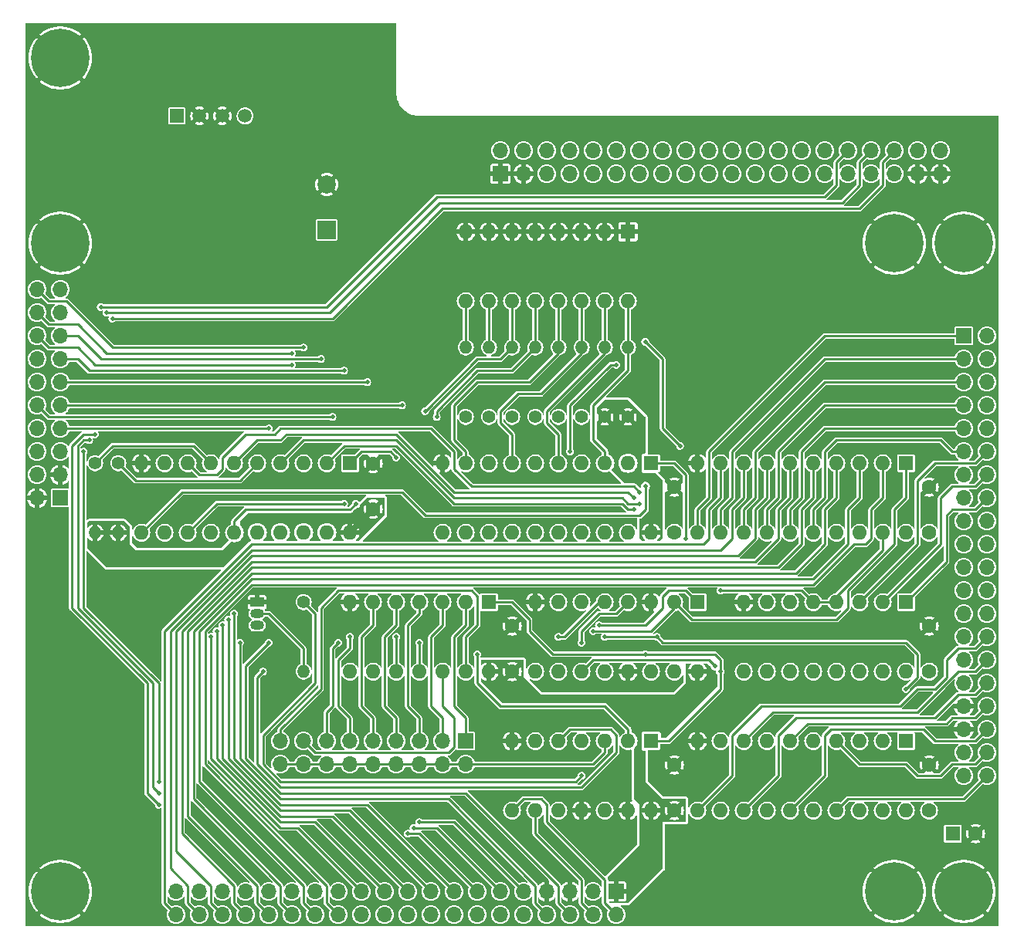
<source format=gtl>
G04 #@! TF.GenerationSoftware,KiCad,Pcbnew,8.0.4*
G04 #@! TF.CreationDate,2024-09-22T21:38:39-05:00*
G04 #@! TF.ProjectId,Exp8b,45787038-622e-46b6-9963-61645f706362,rev?*
G04 #@! TF.SameCoordinates,Original*
G04 #@! TF.FileFunction,Copper,L1,Top*
G04 #@! TF.FilePolarity,Positive*
%FSLAX46Y46*%
G04 Gerber Fmt 4.6, Leading zero omitted, Abs format (unit mm)*
G04 Created by KiCad (PCBNEW 8.0.4) date 2024-09-22 21:38:39*
%MOMM*%
%LPD*%
G01*
G04 APERTURE LIST*
G04 #@! TA.AperFunction,ComponentPad*
%ADD10C,0.800000*%
G04 #@! TD*
G04 #@! TA.AperFunction,ComponentPad*
%ADD11C,6.400000*%
G04 #@! TD*
G04 #@! TA.AperFunction,ComponentPad*
%ADD12R,1.600000X1.600000*%
G04 #@! TD*
G04 #@! TA.AperFunction,ComponentPad*
%ADD13O,1.600000X1.600000*%
G04 #@! TD*
G04 #@! TA.AperFunction,ComponentPad*
%ADD14C,1.400000*%
G04 #@! TD*
G04 #@! TA.AperFunction,ComponentPad*
%ADD15O,1.400000X1.400000*%
G04 #@! TD*
G04 #@! TA.AperFunction,ComponentPad*
%ADD16R,1.700000X1.700000*%
G04 #@! TD*
G04 #@! TA.AperFunction,ComponentPad*
%ADD17O,1.700000X1.700000*%
G04 #@! TD*
G04 #@! TA.AperFunction,ComponentPad*
%ADD18C,1.600000*%
G04 #@! TD*
G04 #@! TA.AperFunction,ComponentPad*
%ADD19R,1.500000X1.050000*%
G04 #@! TD*
G04 #@! TA.AperFunction,ComponentPad*
%ADD20O,1.500000X1.050000*%
G04 #@! TD*
G04 #@! TA.AperFunction,ComponentPad*
%ADD21C,2.000000*%
G04 #@! TD*
G04 #@! TA.AperFunction,ComponentPad*
%ADD22R,2.000000X2.000000*%
G04 #@! TD*
G04 #@! TA.AperFunction,ComponentPad*
%ADD23R,1.508000X1.508000*%
G04 #@! TD*
G04 #@! TA.AperFunction,ComponentPad*
%ADD24C,1.508000*%
G04 #@! TD*
G04 #@! TA.AperFunction,ViaPad*
%ADD25C,0.500000*%
G04 #@! TD*
G04 #@! TA.AperFunction,Conductor*
%ADD26C,0.254000*%
G04 #@! TD*
G04 #@! TA.AperFunction,Conductor*
%ADD27C,0.635000*%
G04 #@! TD*
G04 APERTURE END LIST*
D10*
X52210000Y-44450000D03*
X52912944Y-42752944D03*
X52912944Y-46147056D03*
X54610000Y-42050000D03*
D11*
X54610000Y-44450000D03*
D10*
X54610000Y-46850000D03*
X56307056Y-42752944D03*
X56307056Y-46147056D03*
X57010000Y-44450000D03*
X143650000Y-135890000D03*
X144352944Y-134192944D03*
X144352944Y-137587056D03*
X146050000Y-133490000D03*
D11*
X146050000Y-135890000D03*
D10*
X146050000Y-138290000D03*
X147747056Y-134192944D03*
X147747056Y-137587056D03*
X148450000Y-135890000D03*
X143650000Y-64770000D03*
X144352944Y-63072944D03*
X144352944Y-66467056D03*
X146050000Y-62370000D03*
D11*
X146050000Y-64770000D03*
D10*
X146050000Y-67170000D03*
X147747056Y-63072944D03*
X147747056Y-66467056D03*
X148450000Y-64770000D03*
D12*
X147320000Y-88900000D03*
D13*
X144780000Y-88900000D03*
X142240001Y-88900000D03*
X139700000Y-88900000D03*
X137160000Y-88900000D03*
X134620000Y-88900000D03*
X132080000Y-88900000D03*
X129539999Y-88900000D03*
X127000000Y-88900000D03*
X124460000Y-88900000D03*
X124460000Y-96520000D03*
X127000000Y-96520000D03*
X129540000Y-96520000D03*
X132080000Y-96520000D03*
X134620000Y-96520000D03*
X137160000Y-96520000D03*
X139700000Y-96520000D03*
X142240000Y-96520000D03*
X144780000Y-96520000D03*
X147320000Y-96520000D03*
D14*
X116840000Y-83820001D03*
D15*
X116840000Y-76200001D03*
D14*
X114300000Y-83820001D03*
D15*
X114300000Y-76200001D03*
D12*
X147320000Y-104140000D03*
D13*
X144780000Y-104140000D03*
X142240001Y-104140000D03*
X139700000Y-104140000D03*
X137160000Y-104140000D03*
X134620000Y-104140000D03*
X132080000Y-104140000D03*
X129539999Y-104140000D03*
X129540000Y-111760000D03*
X132080000Y-111760000D03*
X134620000Y-111760000D03*
X137160000Y-111760000D03*
X139700000Y-111760000D03*
X142240000Y-111760000D03*
X144780000Y-111760000D03*
X147320000Y-111760000D03*
D16*
X115570000Y-135890000D03*
D17*
X115570000Y-138430000D03*
X113030000Y-135890000D03*
X113030000Y-138430000D03*
X110490001Y-135890000D03*
X110490000Y-138430000D03*
X107950000Y-135890000D03*
X107950000Y-138430000D03*
X105410000Y-135890000D03*
X105410000Y-138430000D03*
X102870000Y-135890000D03*
X102870000Y-138430000D03*
X100330000Y-135890000D03*
X100330000Y-138430000D03*
X97789999Y-135890000D03*
X97790000Y-138430000D03*
X95250000Y-135890000D03*
X95250000Y-138430000D03*
X92710000Y-135890000D03*
X92710000Y-138430000D03*
X90170000Y-135890000D03*
X90170000Y-138430000D03*
X87630001Y-135890000D03*
X87630000Y-138430000D03*
X85090000Y-135890000D03*
X85090000Y-138430000D03*
X82550000Y-135890000D03*
X82550000Y-138430000D03*
X80010000Y-135890000D03*
X80010000Y-138430000D03*
X77470001Y-135890000D03*
X77470000Y-138430000D03*
X74929999Y-135890000D03*
X74930000Y-138430000D03*
X72390000Y-135890000D03*
X72390000Y-138430000D03*
X69850000Y-135890000D03*
X69850000Y-138430000D03*
X67310000Y-135890000D03*
X67310000Y-138430000D03*
D14*
X60960000Y-88900000D03*
D15*
X60960000Y-96520000D03*
D10*
X52210000Y-135890000D03*
X52912944Y-134192944D03*
X52912944Y-137587056D03*
X54610000Y-133490000D03*
D11*
X54610000Y-135890000D03*
D10*
X54610000Y-138290000D03*
X56307056Y-134192944D03*
X56307056Y-137587056D03*
X57010000Y-135890000D03*
D14*
X58420000Y-88900000D03*
D15*
X58420000Y-96520000D03*
D12*
X147320000Y-119380000D03*
D13*
X144780000Y-119380000D03*
X142240001Y-119380000D03*
X139700000Y-119380000D03*
X137160000Y-119380000D03*
X134620000Y-119380000D03*
X132080000Y-119380000D03*
X129539999Y-119380000D03*
X127000000Y-119380000D03*
X124460000Y-119380000D03*
X124460000Y-127000000D03*
X127000000Y-127000000D03*
X129540000Y-127000000D03*
X132080000Y-127000000D03*
X134620000Y-127000000D03*
X137160000Y-127000000D03*
X139700000Y-127000000D03*
X142240000Y-127000000D03*
X144780000Y-127000000D03*
X147320000Y-127000000D03*
D14*
X106680000Y-83820001D03*
D15*
X106680000Y-76200001D03*
D12*
X86360000Y-88900000D03*
D13*
X83820000Y-88900000D03*
X81280001Y-88900000D03*
X78740000Y-88900000D03*
X76200000Y-88900000D03*
X73660000Y-88900000D03*
X71120000Y-88900000D03*
X68579999Y-88900000D03*
X66040000Y-88900000D03*
X63500000Y-88900000D03*
X63500000Y-96520000D03*
X66040000Y-96520000D03*
X68580000Y-96520000D03*
X71120000Y-96520000D03*
X73660000Y-96520000D03*
X76200000Y-96520000D03*
X78740000Y-96520000D03*
X81280000Y-96520000D03*
X83820000Y-96520000D03*
X86360000Y-96520000D03*
D18*
X149860000Y-96520000D03*
X149860000Y-91520000D03*
X149860000Y-111760000D03*
X149860000Y-106760000D03*
D16*
X153670000Y-74930000D03*
D17*
X156210000Y-74930000D03*
X153670000Y-77470000D03*
X156210000Y-77470000D03*
X153670000Y-80009999D03*
X156210000Y-80010000D03*
X153670000Y-82550000D03*
X156210000Y-82550000D03*
X153670000Y-85090000D03*
X156210000Y-85090000D03*
X153670000Y-87630000D03*
X156210000Y-87630000D03*
X153670000Y-90170000D03*
X156210000Y-90170000D03*
X153670000Y-92710001D03*
X156210000Y-92710000D03*
X153670000Y-95250000D03*
X156210000Y-95250000D03*
X153670000Y-97790000D03*
X156210000Y-97790000D03*
X153670000Y-100330000D03*
X156210000Y-100330000D03*
X153670000Y-102869999D03*
X156210000Y-102870000D03*
X153670000Y-105410000D03*
X156210000Y-105410000D03*
X153670000Y-107950000D03*
X156210000Y-107950000D03*
X153670000Y-110490000D03*
X156210000Y-110490000D03*
X153670000Y-113029999D03*
X156210000Y-113030000D03*
X153670000Y-115570001D03*
X156210000Y-115570000D03*
X153670000Y-118110000D03*
X156210000Y-118110000D03*
X153670000Y-120650000D03*
X156210000Y-120650000D03*
X153670000Y-123190000D03*
X156210000Y-123190000D03*
D18*
X121920000Y-127000000D03*
X121920000Y-122000000D03*
D16*
X54615000Y-92705000D03*
D17*
X52075000Y-92705000D03*
X54615000Y-90165000D03*
X52075000Y-90165000D03*
X54615000Y-87625000D03*
X52075000Y-87625000D03*
X54615000Y-85085000D03*
X52075000Y-85085000D03*
X54615000Y-82545000D03*
X52075000Y-82545000D03*
X54615000Y-80005000D03*
X52075000Y-80005000D03*
X54615000Y-77465000D03*
X52075000Y-77465000D03*
X54615000Y-74925000D03*
X52075000Y-74925000D03*
X54615000Y-72385000D03*
X52075000Y-72385000D03*
X54615000Y-69845000D03*
X52075000Y-69845000D03*
D18*
X149860000Y-127000000D03*
X149860000Y-122000000D03*
X104140000Y-111760000D03*
X104140000Y-106760000D03*
D12*
X116840001Y-63500000D03*
D13*
X114300001Y-63500000D03*
X111760002Y-63500000D03*
X109220001Y-63500000D03*
X106680001Y-63500000D03*
X104140001Y-63500000D03*
X101600001Y-63500000D03*
X99060000Y-63500000D03*
X99060001Y-71120000D03*
X101600001Y-71120000D03*
X104140001Y-71120000D03*
X106680001Y-71120000D03*
X109220001Y-71120000D03*
X111760001Y-71120000D03*
X114300001Y-71120000D03*
X116840001Y-71120000D03*
D19*
X76200000Y-104140000D03*
D20*
X76200000Y-105410001D03*
X76200000Y-106680000D03*
D10*
X151270000Y-135890000D03*
X151972944Y-134192944D03*
X151972944Y-137587056D03*
X153670000Y-133490000D03*
D11*
X153670000Y-135890000D03*
D10*
X153670000Y-138290000D03*
X155367056Y-134192944D03*
X155367056Y-137587056D03*
X156070000Y-135890000D03*
D21*
X83820000Y-58327678D03*
D22*
X83820000Y-63327678D03*
D12*
X124460000Y-104140000D03*
D13*
X121920000Y-104140000D03*
X119380001Y-104140000D03*
X116840000Y-104140000D03*
X114300000Y-104140000D03*
X111760000Y-104140000D03*
X109220000Y-104140000D03*
X106679999Y-104140000D03*
X106680000Y-111760000D03*
X109220000Y-111760000D03*
X111760000Y-111760000D03*
X114300000Y-111760000D03*
X116840000Y-111760000D03*
X119380000Y-111760000D03*
X121920000Y-111760000D03*
X124460000Y-111760000D03*
D14*
X111760000Y-83820000D03*
D15*
X111760000Y-76200000D03*
D16*
X102870000Y-57150000D03*
D17*
X102870000Y-54610000D03*
X105410000Y-57150000D03*
X105410000Y-54610000D03*
X107949999Y-57150000D03*
X107950000Y-54610000D03*
X110490000Y-57150000D03*
X110490000Y-54610000D03*
X113030000Y-57150000D03*
X113030000Y-54610000D03*
X115570000Y-57150000D03*
X115570000Y-54610000D03*
X118110000Y-57150000D03*
X118110000Y-54610000D03*
X120650001Y-57150000D03*
X120650000Y-54610000D03*
X123190000Y-57150000D03*
X123190000Y-54610000D03*
X125730000Y-57150000D03*
X125730000Y-54610000D03*
X128270000Y-57150000D03*
X128270000Y-54610000D03*
X130809999Y-57150000D03*
X130810000Y-54610000D03*
X133350000Y-57150000D03*
X133350000Y-54610000D03*
X135890000Y-57150000D03*
X135890000Y-54610000D03*
X138430000Y-57150000D03*
X138430000Y-54610000D03*
X140969999Y-57150000D03*
X140970000Y-54610000D03*
X143510001Y-57150000D03*
X143510000Y-54610000D03*
X146050000Y-57150000D03*
X146050000Y-54610000D03*
X148590000Y-57150000D03*
X148590000Y-54610000D03*
X151130000Y-57150000D03*
X151130000Y-54610000D03*
D12*
X152440000Y-129540000D03*
D18*
X154940000Y-129540000D03*
D12*
X119380000Y-119380000D03*
D13*
X116840000Y-119380000D03*
X114300001Y-119380000D03*
X111760000Y-119380000D03*
X109220000Y-119380000D03*
X106680000Y-119380000D03*
X104140000Y-119380000D03*
X104140000Y-127000000D03*
X106680000Y-127000000D03*
X109220000Y-127000000D03*
X111760000Y-127000000D03*
X114300000Y-127000000D03*
X116840000Y-127000000D03*
X119380000Y-127000000D03*
D12*
X119380000Y-88900000D03*
D13*
X116840000Y-88900000D03*
X114300001Y-88900000D03*
X111760000Y-88900000D03*
X109220000Y-88900000D03*
X106680000Y-88900000D03*
X104140000Y-88900000D03*
X101599999Y-88900000D03*
X99060000Y-88900000D03*
X96520000Y-88900000D03*
X96520000Y-96520000D03*
X99060000Y-96520000D03*
X101600000Y-96520000D03*
X104140000Y-96520000D03*
X106680000Y-96520000D03*
X109220000Y-96520000D03*
X111760000Y-96520000D03*
X114300000Y-96520000D03*
X116840000Y-96520000D03*
X119380000Y-96520000D03*
D16*
X99060000Y-119380000D03*
D17*
X99060000Y-121920000D03*
X96520000Y-119380000D03*
X96520000Y-121920000D03*
X93980001Y-119380000D03*
X93980000Y-121920000D03*
X91440000Y-119380000D03*
X91440000Y-121920000D03*
X88900000Y-119380000D03*
X88900000Y-121920000D03*
X86360000Y-119380000D03*
X86360000Y-121920000D03*
X83820000Y-119380000D03*
X83820000Y-121920000D03*
X81279999Y-119380000D03*
X81280000Y-121920000D03*
X78740000Y-119380000D03*
X78740000Y-121920000D03*
D14*
X81280000Y-104140000D03*
D15*
X81280000Y-111760000D03*
D10*
X52210000Y-64770000D03*
X52912944Y-63072944D03*
X52912944Y-66467056D03*
X54610000Y-62370000D03*
D11*
X54610000Y-64770000D03*
D10*
X54610000Y-67170000D03*
X56307056Y-63072944D03*
X56307056Y-66467056D03*
X57010000Y-64770000D03*
D18*
X88900000Y-93940000D03*
X88900000Y-88940000D03*
D23*
X67370000Y-50800000D03*
D24*
X69870000Y-50800000D03*
X72370000Y-50800000D03*
X74870000Y-50800000D03*
D14*
X104140000Y-83820001D03*
D15*
X104140000Y-76200001D03*
D14*
X109220000Y-83820001D03*
D15*
X109220000Y-76200001D03*
D12*
X101600000Y-104140000D03*
D13*
X99060000Y-104140000D03*
X96520001Y-104140000D03*
X93980000Y-104140000D03*
X91440000Y-104140000D03*
X88900000Y-104140000D03*
X86360000Y-104140000D03*
X86360000Y-111760000D03*
X88900000Y-111760000D03*
X91440000Y-111760000D03*
X93980000Y-111760000D03*
X96520000Y-111760000D03*
X99060000Y-111760000D03*
X101600000Y-111760000D03*
D14*
X99060000Y-83820000D03*
D15*
X99060000Y-76200000D03*
D14*
X101600000Y-83820001D03*
D15*
X101600000Y-76200001D03*
D10*
X151270000Y-64770000D03*
X151972944Y-63072944D03*
X151972944Y-66467056D03*
X153670000Y-62370000D03*
D11*
X153670000Y-64770000D03*
D10*
X153670000Y-67170000D03*
X155367056Y-63072944D03*
X155367056Y-66467056D03*
X156070000Y-64770000D03*
D18*
X121920000Y-96520000D03*
X121920000Y-91520000D03*
D25*
X118745000Y-109855000D03*
X127000000Y-102870000D03*
X127000000Y-111760000D03*
X77470000Y-85090000D03*
X115570000Y-95885000D03*
X109855000Y-123190000D03*
X139065000Y-90805000D03*
X105410000Y-74295000D03*
X90170000Y-132080000D03*
X122555000Y-133985000D03*
X91440000Y-130810000D03*
X142240000Y-102870000D03*
X57785000Y-71755000D03*
X140335000Y-59055000D03*
X75565000Y-113030000D03*
X131445000Y-90170000D03*
X61595000Y-104775000D03*
X129540000Y-85090000D03*
X71755000Y-127000000D03*
X73025000Y-91440000D03*
X137160000Y-85090000D03*
X101600000Y-106045000D03*
X99695000Y-106045000D03*
X79375000Y-109220000D03*
X117475000Y-108585000D03*
X70485000Y-57150000D03*
X88265000Y-132715000D03*
X88900000Y-79375000D03*
X142875000Y-109855000D03*
X56515000Y-83185000D03*
X146050000Y-90805000D03*
X67310000Y-90170000D03*
X137160000Y-59055000D03*
X119380000Y-84455000D03*
X92710000Y-127000000D03*
X85725000Y-90805000D03*
X67945000Y-94615000D03*
X60325000Y-106045000D03*
X77470000Y-83185000D03*
X100330000Y-73025000D03*
X127635000Y-86995000D03*
X143510000Y-114935000D03*
X97790000Y-106045000D03*
X142875000Y-94615000D03*
X118110000Y-137795000D03*
X97790000Y-90805000D03*
X64770000Y-91440000D03*
X92075000Y-106045000D03*
X142875000Y-59055000D03*
X55245000Y-95250000D03*
X108585000Y-90805000D03*
X65405000Y-84455000D03*
X96774000Y-133604000D03*
X145415000Y-107315000D03*
X85090000Y-53340000D03*
X79375000Y-110490000D03*
X123825000Y-85090000D03*
X125730000Y-104140000D03*
X106045000Y-90805000D03*
X140335000Y-100330000D03*
X137795000Y-121285000D03*
X146050000Y-84455000D03*
X85090000Y-118745000D03*
X87630000Y-118745000D03*
X113030000Y-74295000D03*
X113030000Y-81280000D03*
X56515000Y-78740000D03*
X126365000Y-82550000D03*
X82550000Y-123190000D03*
X135890000Y-99060000D03*
X64135000Y-85725000D03*
X128905000Y-95250000D03*
X131445000Y-77470000D03*
X133985000Y-95250000D03*
X143510000Y-123190000D03*
X101600000Y-85725000D03*
X130810000Y-98425000D03*
X79375000Y-113030000D03*
X76835000Y-84455000D03*
X99060000Y-85725000D03*
X73025000Y-92710000D03*
X130175000Y-90170000D03*
X76835000Y-86995000D03*
X95504000Y-132334000D03*
X94234000Y-133604000D03*
X95250000Y-106045000D03*
X80010000Y-120650000D03*
X105410000Y-132842000D03*
X149860000Y-94615000D03*
X102870000Y-74295000D03*
X96520000Y-107950000D03*
X72390000Y-130175000D03*
X66675000Y-83185000D03*
X137160000Y-77470000D03*
X84455000Y-133985000D03*
X113665000Y-90805000D03*
X127635000Y-107315000D03*
X86360000Y-133350000D03*
X133350000Y-98425000D03*
X136525000Y-130810000D03*
X104775000Y-123190000D03*
X110490000Y-74295000D03*
X146050000Y-75565000D03*
X104140000Y-90805000D03*
X75565000Y-108585000D03*
X139700000Y-137795000D03*
X65405000Y-100965000D03*
X147320000Y-100330000D03*
X134620000Y-80010000D03*
X133985000Y-74930000D03*
X116840000Y-123190000D03*
X101600000Y-125730000D03*
X106045000Y-86360000D03*
X146050000Y-86995000D03*
X133350000Y-109855000D03*
X95250000Y-118745000D03*
X146050000Y-80645000D03*
X92964000Y-132334000D03*
X70485000Y-53340000D03*
X107315000Y-128270000D03*
X60960000Y-84455000D03*
X136525000Y-90805000D03*
X82550000Y-84455000D03*
X116840000Y-106045000D03*
X85725000Y-127635000D03*
X109220000Y-121285000D03*
X94234000Y-131064000D03*
X134620000Y-85090000D03*
X70485000Y-100965000D03*
X144780000Y-95250000D03*
X107950000Y-81915000D03*
X95250000Y-57150000D03*
X110490000Y-105410000D03*
X146050000Y-81915000D03*
X127635000Y-90170000D03*
X67945000Y-100965000D03*
X107315000Y-87630000D03*
X149860000Y-93345000D03*
X78105000Y-86995000D03*
X135255000Y-90170000D03*
X74930000Y-130175000D03*
X119380000Y-123190000D03*
X138430000Y-103505000D03*
X90170000Y-118745000D03*
X56515000Y-81280000D03*
X59690000Y-85725000D03*
X98425000Y-109220000D03*
X94615000Y-76200000D03*
X115570000Y-74295000D03*
X149225000Y-114300000D03*
X131445000Y-95250000D03*
X127635000Y-104140000D03*
X124460000Y-107315000D03*
X80010000Y-105410000D03*
X98425000Y-59055000D03*
X96520000Y-85090000D03*
X146050000Y-85725000D03*
X93345000Y-107315000D03*
X64135000Y-79375000D03*
X91440000Y-81280000D03*
X101854000Y-133604000D03*
X147955000Y-93345000D03*
X75565000Y-120015000D03*
X152400000Y-97155000D03*
X104394000Y-133858000D03*
X63500000Y-102870000D03*
X73025000Y-86360000D03*
X145415000Y-93345000D03*
X77470000Y-130175000D03*
X128905000Y-90170000D03*
X140335000Y-107315000D03*
X86995000Y-109220000D03*
X146050000Y-78105000D03*
X132080000Y-82550000D03*
X137160000Y-100330000D03*
X149860000Y-116205000D03*
X132715000Y-86995000D03*
X137795000Y-90805000D03*
X107950000Y-107315000D03*
X83820000Y-113030000D03*
X107950000Y-74295000D03*
X100330000Y-127635000D03*
X139700000Y-94615000D03*
X62230000Y-83185000D03*
X107315000Y-90805000D03*
X101600000Y-123190000D03*
X101600000Y-109220000D03*
X132080000Y-99695000D03*
X137160000Y-61595000D03*
X112395000Y-93980000D03*
X134620000Y-97790000D03*
X144780000Y-100330000D03*
X151765000Y-102235000D03*
X54610000Y-97155000D03*
X147320000Y-107315000D03*
X132715000Y-121920000D03*
X126365000Y-90170000D03*
X88900000Y-109855000D03*
X116205000Y-102870000D03*
X92075000Y-71120000D03*
X140970000Y-90805000D03*
X71120000Y-95250000D03*
X82550000Y-83185000D03*
X109855000Y-93980000D03*
X87630000Y-127000000D03*
X134620000Y-123190000D03*
X95504000Y-129794000D03*
X56515000Y-84455000D03*
X133350000Y-128905000D03*
X91694000Y-133604000D03*
X135255000Y-86995000D03*
X147320000Y-94615000D03*
X146050000Y-76835000D03*
X101600000Y-93980000D03*
X102870000Y-81915000D03*
X66675000Y-94615000D03*
X123190000Y-88265000D03*
X96774000Y-131064000D03*
X132080000Y-85090000D03*
X121285000Y-89535000D03*
X80010000Y-91440000D03*
X113665000Y-93980000D03*
X133350000Y-107315000D03*
X146050000Y-83185000D03*
X106680000Y-134112000D03*
X111125000Y-93980000D03*
X69850000Y-130175000D03*
X105410000Y-81915000D03*
X124460000Y-123190000D03*
X113030000Y-108585000D03*
X129540000Y-123190000D03*
X143510000Y-120650000D03*
X147320000Y-123190000D03*
X139700000Y-123190000D03*
X130175000Y-107315000D03*
X67310000Y-91440000D03*
X149860000Y-120650000D03*
X57785000Y-90170000D03*
X109855000Y-109220000D03*
X151130000Y-104140000D03*
X92075000Y-67310000D03*
X137795000Y-86995000D03*
X143510000Y-90805000D03*
X62865000Y-114935000D03*
X133985000Y-90170000D03*
X63500000Y-133350000D03*
X98044000Y-132334000D03*
X70485000Y-75565000D03*
X103124000Y-132588000D03*
X149860000Y-100330000D03*
X146050000Y-74295000D03*
X63500000Y-92710000D03*
X92710000Y-118745000D03*
X81915000Y-81280000D03*
X128905000Y-80010000D03*
X146050000Y-79375000D03*
X113030000Y-120650000D03*
X83185000Y-91440000D03*
X118745000Y-108585000D03*
X60325000Y-74295000D03*
X68580000Y-81280000D03*
X99314000Y-133604000D03*
X132715000Y-90170000D03*
X73660000Y-126365000D03*
X127635000Y-121285000D03*
X128270000Y-128905000D03*
X64135000Y-75565000D03*
X80010000Y-92710000D03*
X100584000Y-132334000D03*
X100330000Y-81280000D03*
X64135000Y-81280000D03*
X98425000Y-73025000D03*
X99314000Y-131064000D03*
X130175000Y-86995000D03*
X70485000Y-79375000D03*
X111760000Y-123190000D03*
X122555000Y-86995000D03*
X118745000Y-75565000D03*
X110490000Y-87630000D03*
X115570000Y-78105000D03*
X94615000Y-83185000D03*
X95885000Y-83820000D03*
X80010000Y-78105000D03*
X113030000Y-107315000D03*
X88265000Y-80010000D03*
X85725000Y-78740000D03*
X123190000Y-97155000D03*
X126365000Y-111125000D03*
X92075000Y-82550000D03*
X91440000Y-88265000D03*
X81280000Y-76200000D03*
X120015000Y-107950000D03*
X114300000Y-107950000D03*
X147320000Y-113665000D03*
X74295000Y-108585000D03*
X83185000Y-77470000D03*
X77470000Y-108585000D03*
X100330000Y-109855000D03*
X84455000Y-83820000D03*
X118110000Y-92075000D03*
X118110000Y-93345000D03*
X117475000Y-92710000D03*
X117475000Y-93980000D03*
X118745000Y-91440000D03*
X113665000Y-106680000D03*
X80010000Y-76835000D03*
X76835000Y-111760000D03*
X85090000Y-108585000D03*
X93980000Y-108585000D03*
X91440000Y-107950000D03*
X86360000Y-107950000D03*
X73025000Y-106045000D03*
X72390000Y-106680000D03*
X73660000Y-105410000D03*
X71755000Y-107315000D03*
X71120000Y-107950000D03*
X86995000Y-93345000D03*
X109220000Y-107950000D03*
X85725000Y-93345000D03*
X111760000Y-108585000D03*
X92710000Y-129540000D03*
X65405000Y-126365000D03*
X60325000Y-73025000D03*
X58420000Y-85725000D03*
X65405000Y-123825000D03*
X93980000Y-128270000D03*
X57150000Y-87630000D03*
X59055000Y-71755000D03*
X57785000Y-86360000D03*
X65405000Y-125095000D03*
X59690000Y-72390000D03*
X93345000Y-128905000D03*
D26*
X137160000Y-93980000D02*
X137160000Y-96520000D01*
X139700000Y-86360000D02*
X138430000Y-87630000D01*
X138430000Y-87630000D02*
X138430000Y-92710000D01*
X151130000Y-86360000D02*
X139700000Y-86360000D01*
X152400000Y-87630000D02*
X151130000Y-86360000D01*
X153670000Y-87630000D02*
X152400000Y-87630000D01*
X138430000Y-92710000D02*
X137160000Y-93980000D01*
X95885000Y-59690000D02*
X138430000Y-59690000D01*
X138430000Y-59690000D02*
X139700000Y-58420000D01*
X139700000Y-55880000D02*
X140970000Y-54610000D01*
X83820000Y-71755000D02*
X95885000Y-59690000D01*
X139700000Y-58420000D02*
X139700000Y-55880000D01*
X59055000Y-71755000D02*
X83820000Y-71755000D01*
X142240000Y-55880000D02*
X143510000Y-54610000D01*
X142240000Y-58420000D02*
X142240000Y-55880000D01*
X140335000Y-60325000D02*
X142240000Y-58420000D01*
X84137500Y-72390000D02*
X96202500Y-60325000D01*
X59690000Y-72390000D02*
X84137500Y-72390000D01*
X96202500Y-60325000D02*
X140335000Y-60325000D01*
X144780000Y-58420000D02*
X144780000Y-55880000D01*
X142240000Y-60960000D02*
X144780000Y-58420000D01*
X144780000Y-55880000D02*
X146050000Y-54610000D01*
X84455000Y-73025000D02*
X96520000Y-60960000D01*
X96520000Y-60960000D02*
X142240000Y-60960000D01*
X60325000Y-73025000D02*
X84455000Y-73025000D01*
X121285000Y-119380000D02*
X119380000Y-119380000D01*
X137160000Y-104140000D02*
X135890000Y-102870000D01*
X127000000Y-111760000D02*
X127000000Y-113665000D01*
X144780000Y-96520000D02*
X144780000Y-98425000D01*
X97790000Y-115570000D02*
X97790000Y-107950000D01*
X106045000Y-106045000D02*
X104140000Y-104140000D01*
X99060000Y-116840000D02*
X97790000Y-115570000D01*
X108585000Y-109855000D02*
X106045000Y-107315000D01*
X126365000Y-109855000D02*
X127000000Y-110490000D01*
X99060000Y-106680000D02*
X99060000Y-104140000D01*
X118745000Y-109855000D02*
X108585000Y-109855000D01*
X134620000Y-102870000D02*
X128905000Y-102870000D01*
X104140000Y-104140000D02*
X101600000Y-104140000D01*
X144780000Y-98425000D02*
X139700000Y-103505000D01*
X118745000Y-109855000D02*
X126365000Y-109855000D01*
X139700000Y-104140000D02*
X137160000Y-104140000D01*
X135890000Y-102870000D02*
X134620000Y-102870000D01*
X139700000Y-103505000D02*
X139700000Y-104140000D01*
X97790000Y-107950000D02*
X99060000Y-106680000D01*
X128905000Y-102870000D02*
X127000000Y-102870000D01*
X127000000Y-113665000D02*
X121285000Y-119380000D01*
X106045000Y-107315000D02*
X106045000Y-106045000D01*
X99060000Y-119380000D02*
X99060000Y-116840000D01*
X127000000Y-110490000D02*
X127000000Y-111760000D01*
X77470000Y-85090000D02*
X54620000Y-85090000D01*
X54620000Y-85090000D02*
X54615000Y-85085000D01*
X81280000Y-109220000D02*
X81280000Y-111760000D01*
X76200000Y-105410001D02*
X77470001Y-105410001D01*
X77470001Y-105410001D02*
X81280000Y-109220000D01*
X82550000Y-113030000D02*
X76835000Y-118745000D01*
X76835000Y-121920000D02*
X78740000Y-123825000D01*
X82550000Y-105410000D02*
X82550000Y-113030000D01*
X111125000Y-123825000D02*
X111760000Y-123190000D01*
X78740000Y-123825000D02*
X111125000Y-123825000D01*
X76835000Y-118745000D02*
X76835000Y-121920000D01*
X81280000Y-104140000D02*
X82550000Y-105410000D01*
D27*
X88900000Y-93940000D02*
X88900000Y-93980000D01*
X88900000Y-93980000D02*
X86360000Y-96520000D01*
D26*
X120650000Y-85090000D02*
X120650000Y-77470000D01*
X99060000Y-76200000D02*
X99060000Y-71120000D01*
X120650000Y-77470000D02*
X118745000Y-75565000D01*
X122555000Y-86995000D02*
X120650000Y-85090000D01*
X101600000Y-71120000D02*
X101600000Y-76200000D01*
X115570000Y-78105000D02*
X114935000Y-78105000D01*
X114935000Y-78105000D02*
X110490000Y-82550000D01*
X110490000Y-82550000D02*
X110490000Y-87630000D01*
X104140000Y-76200001D02*
X104140000Y-71120000D01*
X100330000Y-77470000D02*
X102870001Y-77470000D01*
X102870001Y-77470000D02*
X104140000Y-76200001D01*
X94615000Y-83185000D02*
X100330000Y-77470000D01*
X95885000Y-83820000D02*
X95885000Y-83185000D01*
X100330000Y-78740000D02*
X104140001Y-78740000D01*
X95885000Y-83185000D02*
X100330000Y-78740000D01*
X106680000Y-71120001D02*
X106680001Y-71120000D01*
X106680000Y-76200001D02*
X106680000Y-71120001D01*
X104140001Y-78740000D02*
X106680000Y-76200001D01*
X97790000Y-86360000D02*
X97790000Y-82550000D01*
X106045000Y-80010000D02*
X109220000Y-76835000D01*
X99060000Y-88900000D02*
X99060000Y-87630000D01*
X99060000Y-87630000D02*
X97790000Y-86360000D01*
X100330000Y-80010000D02*
X106045000Y-80010000D01*
X97790000Y-82550000D02*
X100330000Y-80010000D01*
X109220000Y-76835000D02*
X109220000Y-71120000D01*
X102870000Y-83185000D02*
X102870000Y-84455000D01*
X107315000Y-81280000D02*
X104775000Y-81280000D01*
X104775000Y-81280000D02*
X102870000Y-83185000D01*
X102870000Y-84455000D02*
X104140000Y-85725000D01*
X111760000Y-76200000D02*
X111760000Y-76835000D01*
X104140000Y-85725000D02*
X104140000Y-88900000D01*
X111760000Y-71120000D02*
X111760000Y-76200000D01*
X111760000Y-76835000D02*
X107315000Y-81280000D01*
X114300000Y-76200000D02*
X114300000Y-71120000D01*
X107950000Y-83185000D02*
X107950000Y-84455000D01*
X109220000Y-85725000D02*
X109220000Y-88900000D01*
X107950000Y-84455000D02*
X109220000Y-85725000D01*
X114300000Y-76835000D02*
X107950000Y-83185000D01*
X114300000Y-76200000D02*
X114300000Y-76835000D01*
X113030000Y-86359999D02*
X114300001Y-87630000D01*
X113030000Y-82550000D02*
X113030000Y-86359999D01*
X116840000Y-76200001D02*
X116840000Y-78740000D01*
X114300001Y-87630000D02*
X114300001Y-88900000D01*
X116840000Y-78740000D02*
X113030000Y-82550000D01*
X116840000Y-71120000D02*
X116840000Y-76200001D01*
X76200000Y-135255000D02*
X68580000Y-127635000D01*
X77470000Y-138430000D02*
X76200000Y-137160000D01*
X135890000Y-97790000D02*
X135890000Y-93980000D01*
X76200000Y-137160000D02*
X76200000Y-135255000D01*
X75565000Y-100330000D02*
X133350000Y-100330000D01*
X133350000Y-100330000D02*
X135890000Y-97790000D01*
X68580000Y-107315000D02*
X75565000Y-100330000D01*
X137160000Y-92710000D02*
X137160000Y-88900000D01*
X68580000Y-127635000D02*
X68580000Y-107315000D01*
X135890000Y-93980000D02*
X137160000Y-92710000D01*
X130810000Y-93980000D02*
X132080000Y-92710000D01*
X67310000Y-107315000D02*
X75565000Y-99060000D01*
X130810000Y-97155000D02*
X130810000Y-93980000D01*
X72389999Y-138430000D02*
X71120000Y-137160001D01*
X128905000Y-99060000D02*
X130810000Y-97155000D01*
X71120000Y-135255001D02*
X69849999Y-133985000D01*
X71120000Y-137160001D02*
X71120000Y-135255001D01*
X75565000Y-99060000D02*
X128905000Y-99060000D01*
X132080000Y-92710000D02*
X132080000Y-88900000D01*
X69849999Y-133985000D02*
X69849999Y-133984999D01*
X67310000Y-131445000D02*
X67310000Y-107315000D01*
X69849999Y-133984999D02*
X67310000Y-131445000D01*
X68580000Y-135255000D02*
X66675000Y-133350000D01*
X68580000Y-137160000D02*
X68580000Y-135255000D01*
X69850000Y-138430000D02*
X68580000Y-137160000D01*
X128270000Y-93980000D02*
X129539999Y-92710001D01*
X129539999Y-92710001D02*
X129539999Y-88900000D01*
X128270000Y-97155000D02*
X128270000Y-93980000D01*
X66675000Y-107315000D02*
X75565000Y-98425000D01*
X127000000Y-98425000D02*
X128270000Y-97155000D01*
X66675000Y-133350000D02*
X66675000Y-107315000D01*
X75565000Y-98425000D02*
X127000000Y-98425000D01*
X70485000Y-121920000D02*
X70485000Y-107315000D01*
X142875000Y-97790000D02*
X143510000Y-97155000D01*
X144780000Y-92710000D02*
X144780000Y-88900000D01*
X143510000Y-97155000D02*
X143510000Y-93980000D01*
X141605000Y-97790000D02*
X142875000Y-97790000D01*
X83820000Y-137159999D02*
X83820000Y-135255000D01*
X137160000Y-102235000D02*
X141605000Y-97790000D01*
X85090001Y-138430000D02*
X83820000Y-137159999D01*
X75565000Y-102235000D02*
X137160000Y-102235000D01*
X143510000Y-93980000D02*
X144780000Y-92710000D01*
X70485000Y-107315000D02*
X75565000Y-102235000D01*
X83820000Y-135255000D02*
X70485000Y-121920000D01*
X134620000Y-92710000D02*
X134620000Y-88900000D01*
X133350000Y-97155000D02*
X133350000Y-93980000D01*
X73660000Y-137160000D02*
X73660000Y-135255000D01*
X74930000Y-138430000D02*
X73660000Y-137160000D01*
X75565000Y-99695000D02*
X130810000Y-99695000D01*
X133350000Y-93980000D02*
X134620000Y-92710000D01*
X130810000Y-99695000D02*
X133350000Y-97155000D01*
X67945000Y-129540000D02*
X67945000Y-107315000D01*
X73660000Y-135255000D02*
X67945000Y-129540000D01*
X67945000Y-107315000D02*
X75565000Y-99695000D01*
X75565000Y-101600000D02*
X137160000Y-101600000D01*
X137160000Y-101600000D02*
X140970000Y-97790000D01*
X142240001Y-92709999D02*
X142240001Y-88900000D01*
X140970000Y-93980000D02*
X142240001Y-92709999D01*
X82550000Y-138430000D02*
X81280000Y-137160000D01*
X81280000Y-137160000D02*
X81280000Y-135255000D01*
X69850000Y-107315000D02*
X75565000Y-101600000D01*
X81280000Y-135255000D02*
X69850000Y-123825000D01*
X140970000Y-97790000D02*
X140970000Y-93980000D01*
X69850000Y-123825000D02*
X69850000Y-107315000D01*
X58420000Y-78105000D02*
X56515000Y-76200000D01*
X147320000Y-92710000D02*
X146050000Y-93980000D01*
X56515000Y-76200000D02*
X53350000Y-76200000D01*
X146050000Y-97790000D02*
X140970000Y-102870000D01*
X140970000Y-102870000D02*
X140970000Y-104775000D01*
X140970000Y-104775000D02*
X139700000Y-106045000D01*
X53350000Y-76200000D02*
X52075000Y-74925000D01*
X113030000Y-107315000D02*
X119380000Y-107315000D01*
X121920000Y-104775000D02*
X121920000Y-104140000D01*
X139700000Y-106045000D02*
X123825000Y-106045000D01*
X123825000Y-106045000D02*
X121920000Y-104140000D01*
X80010000Y-78105000D02*
X58420000Y-78105000D01*
X146050000Y-93980000D02*
X146050000Y-97790000D01*
X147320000Y-88900000D02*
X147320000Y-92710000D01*
X119380000Y-107315000D02*
X121920000Y-104775000D01*
X67310000Y-138430000D02*
X66040000Y-137160000D01*
X127000000Y-92710000D02*
X127000000Y-88900000D01*
X125730000Y-97155000D02*
X125730000Y-93980000D01*
X75565000Y-97790000D02*
X125095000Y-97790000D01*
X66040000Y-137160000D02*
X66040000Y-107315000D01*
X125095000Y-97790000D02*
X125730000Y-97155000D01*
X125730000Y-93980000D02*
X127000000Y-92710000D01*
X66040000Y-107315000D02*
X75565000Y-97790000D01*
X69215000Y-107315000D02*
X75565000Y-100965000D01*
X75565000Y-100965000D02*
X135255000Y-100965000D01*
X138430000Y-97790000D02*
X138430000Y-93980000D01*
X80010000Y-138430000D02*
X78740000Y-137160000D01*
X78740000Y-137160000D02*
X78740000Y-135255000D01*
X78740000Y-135255000D02*
X69215000Y-125730000D01*
X69215000Y-125730000D02*
X69215000Y-107315000D01*
X138430000Y-93980000D02*
X139700000Y-92710000D01*
X135255000Y-100965000D02*
X138430000Y-97790000D01*
X139700000Y-92710000D02*
X139700000Y-88900000D01*
X151765000Y-94615000D02*
X152400000Y-93980000D01*
X152400000Y-93980000D02*
X154940000Y-93980000D01*
X147320000Y-104140000D02*
X151765000Y-99695000D01*
X151765000Y-99695000D02*
X151765000Y-94615000D01*
X154940000Y-93980000D02*
X156210000Y-92710000D01*
X150495000Y-88900000D02*
X154940000Y-88900000D01*
X142240001Y-104139999D02*
X148590000Y-97790000D01*
X142240001Y-104140000D02*
X142240001Y-104139999D01*
X148590000Y-90805000D02*
X150495000Y-88900000D01*
X154940000Y-88900000D02*
X156210000Y-87630000D01*
X148590000Y-97790000D02*
X148590000Y-90805000D01*
X151130000Y-97790000D02*
X151130000Y-92710000D01*
X152400000Y-91440000D02*
X154940000Y-91440000D01*
X144780000Y-104140000D02*
X151130000Y-97790000D01*
X154940000Y-91440000D02*
X156210000Y-90170000D01*
X151130000Y-92710000D02*
X152400000Y-91440000D01*
X88265000Y-80010000D02*
X59055000Y-80010000D01*
X59050000Y-80005000D02*
X54615000Y-80005000D01*
X59055000Y-80010000D02*
X59050000Y-80005000D01*
X57785000Y-78740000D02*
X56510000Y-77465000D01*
X85725000Y-78740000D02*
X57785000Y-78740000D01*
X56510000Y-77465000D02*
X54615000Y-77465000D01*
X123190000Y-97155000D02*
X123190000Y-90170000D01*
X121920000Y-88900000D02*
X119380000Y-88900000D01*
X111760000Y-111760000D02*
X113030000Y-110490000D01*
X123190000Y-90170000D02*
X121920000Y-88900000D01*
X113030000Y-110490000D02*
X125095000Y-110490000D01*
X125730000Y-110490000D02*
X126365000Y-111125000D01*
X125095000Y-110490000D02*
X125730000Y-110490000D01*
X92075000Y-82550000D02*
X69850000Y-82550000D01*
X69850000Y-82550000D02*
X69845000Y-82545000D01*
X69845000Y-82545000D02*
X54615000Y-82545000D01*
X147320000Y-108585000D02*
X148590000Y-109855000D01*
X55245000Y-71120000D02*
X53350000Y-71120000D01*
X87630000Y-87630000D02*
X86360000Y-88900000D01*
X53350000Y-71120000D02*
X52075000Y-69845000D01*
X120650000Y-108585000D02*
X147320000Y-108585000D01*
X148590000Y-112395000D02*
X147320000Y-113665000D01*
X120015000Y-107950000D02*
X120650000Y-108585000D01*
X120015000Y-107950000D02*
X114300000Y-107950000D01*
X91440000Y-88265000D02*
X90805000Y-87630000D01*
X90805000Y-87630000D02*
X87630000Y-87630000D01*
X81280000Y-76200000D02*
X60325000Y-76200000D01*
X60325000Y-76200000D02*
X55245000Y-71120000D01*
X148590000Y-109855000D02*
X148590000Y-112395000D01*
X74295000Y-90805000D02*
X76200000Y-88900000D01*
X74295000Y-108585000D02*
X74295000Y-121285000D01*
X106680000Y-137160000D02*
X107950000Y-138430000D01*
X106680000Y-135255000D02*
X106680000Y-137160000D01*
X62865000Y-90805000D02*
X74295000Y-90805000D01*
X60960000Y-88900000D02*
X62865000Y-90805000D01*
X78740000Y-125730000D02*
X97155000Y-125730000D01*
X74295000Y-121285000D02*
X78740000Y-125730000D01*
X97155000Y-125730000D02*
X106680000Y-135255000D01*
X107950000Y-138430000D02*
X107950001Y-138430000D01*
X83185000Y-77470000D02*
X59055000Y-77470000D01*
X56509999Y-74924999D02*
X54615000Y-74924999D01*
X59055000Y-77470000D02*
X56509999Y-74924999D01*
X99060000Y-125095000D02*
X78740000Y-125095000D01*
X60325000Y-86995000D02*
X69215000Y-86995000D01*
X74930000Y-111125000D02*
X77470000Y-108585000D01*
X78740000Y-125095000D02*
X74930000Y-121285000D01*
X110490000Y-138430000D02*
X109220000Y-137160000D01*
X109220000Y-137160000D02*
X109220000Y-135255000D01*
X109220000Y-135255000D02*
X99060000Y-125095000D01*
X74930000Y-121285000D02*
X74930000Y-111125000D01*
X69215000Y-86995000D02*
X71120000Y-88900000D01*
X58420000Y-88900000D02*
X60325000Y-86995000D01*
X114300000Y-115570000D02*
X102870000Y-115570000D01*
X116840000Y-118110000D02*
X114300000Y-115570000D01*
X100330000Y-113030000D02*
X100330000Y-109855000D01*
X116840000Y-119380000D02*
X116840000Y-118110000D01*
X102870000Y-115570000D02*
X100330000Y-113030000D01*
X138430000Y-118745000D02*
X139065000Y-118110000D01*
X149225000Y-118110000D02*
X150495000Y-119380000D01*
X138430000Y-123190000D02*
X138430000Y-118745000D01*
X134620000Y-127000000D02*
X138430000Y-123190000D01*
X154940001Y-119380000D02*
X156210000Y-118110001D01*
X139065000Y-118110000D02*
X149225000Y-118110000D01*
X150495000Y-119380000D02*
X154940001Y-119380000D01*
X140970000Y-125730000D02*
X153670000Y-125730000D01*
X153670000Y-125730000D02*
X156210000Y-123190000D01*
X139700000Y-127000000D02*
X140970000Y-125730000D01*
X147320000Y-121920000D02*
X142240000Y-121920000D01*
X148590000Y-123190000D02*
X147320000Y-121920000D01*
X151130000Y-123190000D02*
X148590000Y-123190000D01*
X156210000Y-120650000D02*
X154940000Y-121920000D01*
X152400000Y-121920000D02*
X151130000Y-123190000D01*
X154940000Y-121920000D02*
X152400000Y-121920000D01*
X142240000Y-121920000D02*
X139700000Y-119380000D01*
X84455000Y-83820000D02*
X53350000Y-83820000D01*
X53350000Y-83820000D02*
X52075000Y-82545000D01*
X151765000Y-112395000D02*
X151765000Y-110490000D01*
X150495000Y-113665000D02*
X151765000Y-112395000D01*
X146685000Y-115570000D02*
X148590000Y-113665000D01*
X128270000Y-118745000D02*
X131445000Y-115570000D01*
X128270000Y-123190000D02*
X128270000Y-118745000D01*
X153035000Y-109220000D02*
X154940000Y-109220000D01*
X124460000Y-127000000D02*
X128270000Y-123190000D01*
X154940000Y-109220000D02*
X156210000Y-107950000D01*
X148590000Y-113665000D02*
X150495000Y-113665000D01*
X131445000Y-115570000D02*
X146685000Y-115570000D01*
X151765000Y-110490000D02*
X153035000Y-109220000D01*
X154940000Y-116840000D02*
X156210000Y-115570000D01*
X152400000Y-116840000D02*
X154940000Y-116840000D01*
X136525000Y-117475000D02*
X151765000Y-117475000D01*
X134620000Y-119380000D02*
X136525000Y-117475000D01*
X151765000Y-117475000D02*
X152400000Y-116840000D01*
X154940000Y-111760000D02*
X156210000Y-110490000D01*
X132714999Y-116205000D02*
X148590000Y-116205000D01*
X148590000Y-116205000D02*
X153035000Y-111760000D01*
X129539999Y-119380000D02*
X132714999Y-116205000D01*
X153035000Y-111760000D02*
X154940000Y-111760000D01*
X150495000Y-116840000D02*
X153035000Y-114300000D01*
X129540000Y-127000000D02*
X133350000Y-123190000D01*
X153035000Y-114300000D02*
X154940000Y-114300000D01*
X133350000Y-118745000D02*
X135255000Y-116840000D01*
X135255000Y-116840000D02*
X150495000Y-116840000D01*
X154940000Y-114300000D02*
X156210000Y-113030000D01*
X133350000Y-123190000D02*
X133350000Y-118745000D01*
X97790000Y-87630000D02*
X97790000Y-89535000D01*
X99695000Y-91440000D02*
X117475000Y-91440000D01*
X68580000Y-88900000D02*
X69850000Y-90170000D01*
X78105000Y-85725000D02*
X78740000Y-85090000D01*
X95250000Y-85090000D02*
X97790000Y-87630000D01*
X78740000Y-85090000D02*
X95250000Y-85090000D01*
X69850000Y-90170000D02*
X71755000Y-90170000D01*
X97790000Y-89535000D02*
X99695000Y-91440000D01*
X68579999Y-88900000D02*
X68580000Y-88900000D01*
X72390000Y-89535000D02*
X72390000Y-88265000D01*
X71755000Y-90170000D02*
X72390000Y-89535000D01*
X72390000Y-88265000D02*
X74930000Y-85725000D01*
X74930000Y-85725000D02*
X78105000Y-85725000D01*
X117475000Y-91440000D02*
X118110000Y-92075000D01*
X78740000Y-88900000D02*
X81280000Y-86360000D01*
X116205000Y-92710000D02*
X116840000Y-93345000D01*
X91440000Y-86360000D02*
X97790000Y-92710000D01*
X81280000Y-86360000D02*
X91440000Y-86360000D01*
X116840000Y-93345000D02*
X118110000Y-93345000D01*
X97790000Y-92710000D02*
X116205000Y-92710000D01*
X153670000Y-77470000D02*
X138430000Y-77470000D01*
X127000000Y-93980000D02*
X127000000Y-96520000D01*
X128270000Y-87630000D02*
X128270000Y-92710000D01*
X138430000Y-77470000D02*
X128270000Y-87630000D01*
X128270000Y-92710000D02*
X127000000Y-93980000D01*
X138430000Y-80010000D02*
X130810000Y-87630000D01*
X130810000Y-87630000D02*
X130810000Y-92710000D01*
X153670000Y-80010000D02*
X138430000Y-80010000D01*
X130810000Y-92710000D02*
X129540000Y-93980000D01*
X129540000Y-93980000D02*
X129540000Y-96520000D01*
X153670000Y-82550000D02*
X138430000Y-82550000D01*
X133350000Y-87630000D02*
X133350000Y-92710000D01*
X138430000Y-82550000D02*
X133350000Y-87630000D01*
X132080000Y-93980000D02*
X132080000Y-96520000D01*
X133350000Y-92710000D02*
X132080000Y-93980000D01*
X116840000Y-92075000D02*
X117475000Y-92710000D01*
X76200000Y-86360000D02*
X78740000Y-86360000D01*
X97790000Y-92075000D02*
X116840000Y-92075000D01*
X91440000Y-85725000D02*
X97790000Y-92075000D01*
X78740000Y-86360000D02*
X79375000Y-85725000D01*
X79375000Y-85725000D02*
X91440000Y-85725000D01*
X73660000Y-88900000D02*
X76200000Y-86360000D01*
X91440000Y-86995000D02*
X85725000Y-86995000D01*
X116840000Y-93980000D02*
X116205000Y-93345000D01*
X116205000Y-93345000D02*
X97790000Y-93345000D01*
X117475000Y-93980000D02*
X116840000Y-93980000D01*
X97790000Y-93345000D02*
X91440000Y-86995000D01*
X85725000Y-86995000D02*
X83820000Y-88900000D01*
X125730000Y-92710000D02*
X124460000Y-93980000D01*
X153670000Y-74930000D02*
X138430000Y-74930000D01*
X125730000Y-87630000D02*
X125730000Y-92710000D01*
X124460000Y-93980000D02*
X124460000Y-96520000D01*
X138430000Y-74930000D02*
X125730000Y-87630000D01*
X118110000Y-94615000D02*
X94615000Y-94615000D01*
X118745000Y-91440000D02*
X118745000Y-93980000D01*
X92075000Y-92075000D02*
X67945000Y-92075000D01*
X118745000Y-93980000D02*
X118110000Y-94615000D01*
X94615000Y-94615000D02*
X92075000Y-92075000D01*
X67945000Y-92075000D02*
X63500000Y-96520000D01*
X135890000Y-87630000D02*
X135890000Y-92710000D01*
X134620000Y-93980000D02*
X134620000Y-96520000D01*
X138430000Y-85090000D02*
X135890000Y-87630000D01*
X135890000Y-92710000D02*
X134620000Y-93980000D01*
X153670000Y-85090000D02*
X138430000Y-85090000D01*
X56515000Y-73660000D02*
X53350000Y-73660000D01*
X121285000Y-102870000D02*
X123190000Y-102870000D01*
X118745000Y-106680000D02*
X120650000Y-104775000D01*
X80010000Y-76835000D02*
X59690000Y-76835000D01*
X113665000Y-106680000D02*
X118745000Y-106680000D01*
X120650000Y-104775000D02*
X120650000Y-103505000D01*
X123190000Y-102870000D02*
X124460000Y-104140000D01*
X59690000Y-76835000D02*
X56515000Y-73660000D01*
X120650000Y-103505000D02*
X121285000Y-102870000D01*
X53350000Y-73660000D02*
X52075000Y-72385000D01*
X113030000Y-121920000D02*
X114300001Y-120649999D01*
X114300001Y-120649999D02*
X114300001Y-119380000D01*
X99060000Y-121920000D02*
X113030000Y-121920000D01*
X78740000Y-121920000D02*
X99060000Y-121920000D01*
X115570000Y-120650000D02*
X115570000Y-118745000D01*
X78740000Y-124460000D02*
X111760000Y-124460000D01*
X76200000Y-112395000D02*
X76200000Y-121920000D01*
X110490000Y-118110000D02*
X109220000Y-119380000D01*
X114935000Y-118110000D02*
X110490000Y-118110000D01*
X115570000Y-118745000D02*
X114935000Y-118110000D01*
X76835000Y-111760000D02*
X76200000Y-112395000D01*
X111760000Y-124460000D02*
X115570000Y-120650000D01*
X76200000Y-121920000D02*
X78740000Y-124460000D01*
X105410000Y-125730000D02*
X104140000Y-127000000D01*
X107315000Y-125730000D02*
X105410000Y-125730000D01*
X107950000Y-128270000D02*
X107950000Y-126365000D01*
X107950000Y-126365000D02*
X107315000Y-125730000D01*
X114300000Y-134620000D02*
X107950000Y-128270000D01*
X115570000Y-138430000D02*
X114300000Y-137160000D01*
X114300000Y-137160000D02*
X114300000Y-134620000D01*
X111760000Y-134620000D02*
X106680000Y-129540000D01*
X113030000Y-138430000D02*
X111760000Y-137160000D01*
X111760000Y-137160000D02*
X111760000Y-134620000D01*
X106680000Y-129540000D02*
X106680000Y-127000000D01*
X93980000Y-116840000D02*
X93980000Y-119379999D01*
X92710000Y-106680000D02*
X92710000Y-115570000D01*
X93980000Y-105410000D02*
X92710000Y-106680000D01*
X92710000Y-115570000D02*
X93980000Y-116840000D01*
X93980000Y-104140000D02*
X93980000Y-105410000D01*
X93980000Y-119379999D02*
X93980001Y-119380000D01*
X85090000Y-108585000D02*
X84455000Y-109220000D01*
X84455000Y-115570000D02*
X83820000Y-116205000D01*
X84455000Y-109220000D02*
X84455000Y-115570000D01*
X93980000Y-108585000D02*
X93980000Y-111760000D01*
X83820000Y-116205000D02*
X83820000Y-119380000D01*
X91440000Y-106680000D02*
X90170000Y-107950000D01*
X90170000Y-107950000D02*
X90170000Y-115570000D01*
X91440000Y-104140000D02*
X91440000Y-106680000D01*
X90170000Y-115570000D02*
X91440000Y-116840000D01*
X91440000Y-116840000D02*
X91440000Y-119380000D01*
X86360000Y-109220000D02*
X85090000Y-110490000D01*
X86360000Y-116840000D02*
X86360000Y-119380000D01*
X85090000Y-115570000D02*
X86360000Y-116840000D01*
X86360000Y-107950000D02*
X86360000Y-109220000D01*
X91440000Y-107950000D02*
X91440000Y-111760000D01*
X85090000Y-110490000D02*
X85090000Y-115570000D01*
X95250000Y-115570000D02*
X96520000Y-116840000D01*
X96520001Y-104140000D02*
X96520001Y-106680001D01*
X96520001Y-106680001D02*
X95250000Y-107950002D01*
X96520000Y-116840000D02*
X96520000Y-119380000D01*
X95250000Y-107950002D02*
X95250000Y-115570000D01*
X88900000Y-106680000D02*
X87630000Y-107950000D01*
X88900000Y-104140000D02*
X88900000Y-106680000D01*
X87630000Y-107950000D02*
X87630000Y-115570000D01*
X87630000Y-115570000D02*
X88900000Y-116840000D01*
X88900000Y-116840000D02*
X88900000Y-119380000D01*
X100330000Y-103505000D02*
X99695000Y-102870000D01*
X99060000Y-107950000D02*
X100330000Y-106680000D01*
X78740000Y-118110000D02*
X78740000Y-119380000D01*
X83185000Y-113665000D02*
X78740000Y-118110000D01*
X83185000Y-104775000D02*
X83185000Y-113665000D01*
X100330000Y-106680000D02*
X100330000Y-103505000D01*
X99695000Y-102870000D02*
X85090000Y-102870000D01*
X99060000Y-111760000D02*
X99060000Y-107950000D01*
X85090000Y-102870000D02*
X83185000Y-104775000D01*
X96520000Y-115570000D02*
X97790000Y-116840000D01*
X96520000Y-111760000D02*
X96520000Y-115570000D01*
X97155000Y-120650000D02*
X82549999Y-120650000D01*
X97790000Y-116840000D02*
X97790000Y-120015000D01*
X82549999Y-120650000D02*
X81279999Y-119380000D01*
X97790000Y-120015000D02*
X97155000Y-120650000D01*
X78740000Y-127000000D02*
X73025000Y-121285000D01*
X95250000Y-135890000D02*
X86360000Y-127000000D01*
X86360000Y-127000000D02*
X78740000Y-127000000D01*
X73025000Y-121285000D02*
X73025000Y-106045000D01*
X72390000Y-121285000D02*
X72390000Y-106680000D01*
X84455000Y-127635000D02*
X78740000Y-127635000D01*
X92710000Y-135890000D02*
X84455000Y-127635000D01*
X78740000Y-127635000D02*
X72390000Y-121285000D01*
X88265000Y-126365000D02*
X78740000Y-126365000D01*
X78740000Y-126365000D02*
X73660000Y-121285000D01*
X97790000Y-135890000D02*
X88265000Y-126365000D01*
X73660000Y-121285000D02*
X73660000Y-105410000D01*
X78740000Y-128270000D02*
X82550000Y-128270000D01*
X71755000Y-121285000D02*
X78740000Y-128270000D01*
X82550000Y-128270000D02*
X90170000Y-135890000D01*
X71755000Y-107315000D02*
X71755000Y-121285000D01*
X71120000Y-121285000D02*
X71120000Y-107950000D01*
X87630000Y-135890000D02*
X80645000Y-128905000D01*
X78740000Y-128905000D02*
X71120000Y-121285000D01*
X80645000Y-128905000D02*
X78740000Y-128905000D01*
X73660000Y-95250000D02*
X73660000Y-96520000D01*
X86360000Y-93980000D02*
X74930000Y-93980000D01*
X86995000Y-93345000D02*
X86360000Y-93980000D01*
X113665000Y-104140000D02*
X114300000Y-104140000D01*
X109855000Y-107950000D02*
X113665000Y-104140000D01*
X74930000Y-93980000D02*
X73660000Y-95250000D01*
X109220000Y-107950000D02*
X109855000Y-107950000D01*
X113665000Y-105410000D02*
X115570000Y-105410000D01*
X111760000Y-107315000D02*
X113665000Y-105410000D01*
X71755000Y-93345000D02*
X68580000Y-96520000D01*
X115570000Y-105410000D02*
X116840000Y-104140000D01*
X111760000Y-108585000D02*
X111760000Y-107315000D01*
X85725000Y-93345000D02*
X71755000Y-93345000D01*
X64135000Y-125095000D02*
X64135000Y-113030000D01*
X100330000Y-135890000D02*
X98425000Y-133985000D01*
X146050000Y-54610000D02*
X146050001Y-54610000D01*
X98425000Y-133985000D02*
X93980000Y-129540000D01*
X64135000Y-113030000D02*
X55880000Y-104775000D01*
X93980000Y-129540000D02*
X92710000Y-129540000D01*
X55880000Y-104775000D02*
X55880000Y-86995000D01*
X57150000Y-85725000D02*
X58420000Y-85725000D01*
X65405000Y-126365000D02*
X64135000Y-125095000D01*
X55880000Y-86995000D02*
X57150000Y-85725000D01*
X97790000Y-128270000D02*
X93980000Y-128270000D01*
X57150000Y-104775000D02*
X65405000Y-113030000D01*
X57150000Y-87630000D02*
X57150000Y-104775000D01*
X65405000Y-113030000D02*
X65405000Y-123825000D01*
X105410000Y-135890000D02*
X97790000Y-128270000D01*
X64770000Y-113030000D02*
X64770000Y-124460000D01*
X64770000Y-124460000D02*
X65405000Y-125095000D01*
X98425000Y-131445000D02*
X95885000Y-128905000D01*
X95885000Y-128905000D02*
X93345000Y-128905000D01*
X57785000Y-86360000D02*
X57150000Y-86360000D01*
X56515000Y-104775000D02*
X64770000Y-113030000D01*
X102870000Y-135890000D02*
X98425000Y-131445000D01*
X56515000Y-86995000D02*
X56515000Y-104775000D01*
X57150000Y-86360000D02*
X56515000Y-86995000D01*
G04 #@! TA.AperFunction,Conductor*
G36*
X105391694Y-110508306D02*
G01*
X105410000Y-110552500D01*
X105410000Y-112395000D01*
X107315000Y-114300000D01*
X121920000Y-114300000D01*
X123190000Y-113030000D01*
X123190000Y-110934000D01*
X123208306Y-110889806D01*
X123252500Y-110871500D01*
X123706535Y-110871500D01*
X123750729Y-110889806D01*
X123769035Y-110934000D01*
X123750729Y-110978194D01*
X123746184Y-110982313D01*
X123711104Y-111011101D01*
X123711101Y-111011104D01*
X123579395Y-111171590D01*
X123579387Y-111171601D01*
X123481520Y-111354696D01*
X123435624Y-111506000D01*
X124148314Y-111506000D01*
X124139920Y-111514394D01*
X124087259Y-111605606D01*
X124060000Y-111707339D01*
X124060000Y-111812661D01*
X124087259Y-111914394D01*
X124139920Y-112005606D01*
X124148314Y-112014000D01*
X123435624Y-112014000D01*
X123481520Y-112165303D01*
X123579387Y-112348398D01*
X123579395Y-112348409D01*
X123711101Y-112508895D01*
X123711104Y-112508898D01*
X123871590Y-112640604D01*
X123871601Y-112640612D01*
X124054696Y-112738479D01*
X124206000Y-112784376D01*
X124206000Y-112071686D01*
X124214394Y-112080080D01*
X124305606Y-112132741D01*
X124407339Y-112160000D01*
X124512661Y-112160000D01*
X124614394Y-112132741D01*
X124705606Y-112080080D01*
X124714000Y-112071686D01*
X124714000Y-112784376D01*
X124865303Y-112738479D01*
X125048398Y-112640612D01*
X125048409Y-112640604D01*
X125208895Y-112508898D01*
X125208898Y-112508895D01*
X125340604Y-112348409D01*
X125340612Y-112348398D01*
X125438479Y-112165303D01*
X125484376Y-112014000D01*
X124771686Y-112014000D01*
X124780080Y-112005606D01*
X124832741Y-111914394D01*
X124860000Y-111812661D01*
X124860000Y-111707339D01*
X124832741Y-111605606D01*
X124780080Y-111514394D01*
X124771686Y-111506000D01*
X125484376Y-111506000D01*
X125438479Y-111354696D01*
X125340612Y-111171601D01*
X125340604Y-111171590D01*
X125208898Y-111011104D01*
X125208895Y-111011101D01*
X125173816Y-110982313D01*
X125151266Y-110940127D01*
X125165152Y-110894351D01*
X125207338Y-110871801D01*
X125213465Y-110871500D01*
X125546089Y-110871500D01*
X125590283Y-110889806D01*
X125845611Y-111145134D01*
X125863281Y-111180433D01*
X125875957Y-111268595D01*
X125936222Y-111400556D01*
X125936225Y-111400561D01*
X126031226Y-111510198D01*
X126153263Y-111588626D01*
X126153268Y-111588629D01*
X126292461Y-111629499D01*
X126292463Y-111629500D01*
X126436946Y-111629500D01*
X126481140Y-111647806D01*
X126499446Y-111692000D01*
X126498810Y-111700894D01*
X126490312Y-111759999D01*
X126510957Y-111903594D01*
X126510958Y-111903597D01*
X126557544Y-112005606D01*
X126571223Y-112035558D01*
X126571225Y-112035560D01*
X126603234Y-112072500D01*
X126618500Y-112113429D01*
X126618500Y-113385612D01*
X126600194Y-113429806D01*
X121049806Y-118980194D01*
X121005612Y-118998500D01*
X120496999Y-118998500D01*
X120452805Y-118980194D01*
X120434499Y-118936000D01*
X120434499Y-118554935D01*
X120434499Y-118554933D01*
X120419734Y-118480699D01*
X120369748Y-118405890D01*
X120363484Y-118396515D01*
X120279302Y-118340266D01*
X120279300Y-118340265D01*
X120205067Y-118325500D01*
X118745000Y-118325500D01*
X118745000Y-117475000D01*
X117475000Y-117475000D01*
X117475000Y-118536984D01*
X117428683Y-118498973D01*
X117428677Y-118498969D01*
X117254538Y-118405890D01*
X117224191Y-118368913D01*
X117221500Y-118350770D01*
X117221500Y-118059776D01*
X117221499Y-118059770D01*
X117211411Y-118022125D01*
X117195501Y-117962746D01*
X117145276Y-117875753D01*
X117074247Y-117804724D01*
X117072069Y-117802546D01*
X117072058Y-117802536D01*
X114534252Y-115264728D01*
X114534248Y-115264725D01*
X114534247Y-115264724D01*
X114447254Y-115214499D01*
X114447253Y-115214498D01*
X114447252Y-115214498D01*
X114350229Y-115188500D01*
X114350225Y-115188500D01*
X103053910Y-115188500D01*
X103009716Y-115170194D01*
X100729806Y-112890283D01*
X100711500Y-112846089D01*
X100711500Y-112513465D01*
X100729806Y-112469271D01*
X100774000Y-112450965D01*
X100818194Y-112469271D01*
X100822313Y-112473816D01*
X100851101Y-112508895D01*
X100851104Y-112508898D01*
X101011590Y-112640604D01*
X101011601Y-112640612D01*
X101194696Y-112738479D01*
X101346000Y-112784376D01*
X101346000Y-112071686D01*
X101354394Y-112080080D01*
X101445606Y-112132741D01*
X101547339Y-112160000D01*
X101652661Y-112160000D01*
X101754394Y-112132741D01*
X101845606Y-112080080D01*
X101854000Y-112071686D01*
X101854000Y-112784376D01*
X102005303Y-112738479D01*
X102188398Y-112640612D01*
X102188409Y-112640604D01*
X102348895Y-112508898D01*
X102348898Y-112508895D01*
X102480604Y-112348409D01*
X102480612Y-112348398D01*
X102578479Y-112165303D01*
X102624376Y-112014000D01*
X101911686Y-112014000D01*
X101920080Y-112005606D01*
X101972741Y-111914394D01*
X102000000Y-111812661D01*
X102000000Y-111759999D01*
X103080900Y-111759999D01*
X103080900Y-111760000D01*
X103101249Y-111966618D01*
X103161520Y-112165303D01*
X103236050Y-112304737D01*
X103236051Y-112304738D01*
X103740000Y-111800789D01*
X103740000Y-111812661D01*
X103767259Y-111914394D01*
X103819920Y-112005606D01*
X103894394Y-112080080D01*
X103985606Y-112132741D01*
X104087339Y-112160000D01*
X104099210Y-112160000D01*
X103595260Y-112663947D01*
X103595260Y-112663948D01*
X103734698Y-112738479D01*
X103933381Y-112798750D01*
X104140000Y-112819100D01*
X104346618Y-112798750D01*
X104545301Y-112738479D01*
X104684738Y-112663948D01*
X104684738Y-112663947D01*
X104180790Y-112160000D01*
X104192661Y-112160000D01*
X104294394Y-112132741D01*
X104385606Y-112080080D01*
X104460080Y-112005606D01*
X104512741Y-111914394D01*
X104540000Y-111812661D01*
X104540000Y-111800790D01*
X105043947Y-112304738D01*
X105043948Y-112304738D01*
X105118479Y-112165301D01*
X105178750Y-111966618D01*
X105199100Y-111760000D01*
X105199100Y-111759999D01*
X105178750Y-111553381D01*
X105118479Y-111354698D01*
X105043947Y-111215260D01*
X104540000Y-111719208D01*
X104540000Y-111707339D01*
X104512741Y-111605606D01*
X104460080Y-111514394D01*
X104385606Y-111439920D01*
X104294394Y-111387259D01*
X104192661Y-111360000D01*
X104180789Y-111360000D01*
X104684738Y-110856051D01*
X104684737Y-110856050D01*
X104545303Y-110781520D01*
X104346618Y-110721249D01*
X104140000Y-110700900D01*
X103933381Y-110721249D01*
X103734698Y-110781520D01*
X103595260Y-110856051D01*
X104099209Y-111360000D01*
X104087339Y-111360000D01*
X103985606Y-111387259D01*
X103894394Y-111439920D01*
X103819920Y-111514394D01*
X103767259Y-111605606D01*
X103740000Y-111707339D01*
X103740000Y-111719209D01*
X103236051Y-111215260D01*
X103161520Y-111354698D01*
X103101249Y-111553381D01*
X103080900Y-111759999D01*
X102000000Y-111759999D01*
X102000000Y-111707339D01*
X101972741Y-111605606D01*
X101920080Y-111514394D01*
X101911686Y-111506000D01*
X102624376Y-111506000D01*
X102578479Y-111354696D01*
X102480612Y-111171601D01*
X102480604Y-111171590D01*
X102348898Y-111011104D01*
X102348895Y-111011101D01*
X102188409Y-110879395D01*
X102188398Y-110879387D01*
X102005303Y-110781520D01*
X101854000Y-110735622D01*
X101854000Y-111448314D01*
X101845606Y-111439920D01*
X101754394Y-111387259D01*
X101652661Y-111360000D01*
X101547339Y-111360000D01*
X101445606Y-111387259D01*
X101354394Y-111439920D01*
X101346000Y-111448314D01*
X101346000Y-110735622D01*
X101345999Y-110735622D01*
X101194696Y-110781520D01*
X101011601Y-110879387D01*
X101011590Y-110879395D01*
X100851105Y-111011100D01*
X100822313Y-111046184D01*
X100780126Y-111068733D01*
X100734350Y-111054847D01*
X100711801Y-111012660D01*
X100711500Y-111006534D01*
X100711500Y-110552500D01*
X100729806Y-110508306D01*
X100774000Y-110490000D01*
X105347500Y-110490000D01*
X105391694Y-110508306D01*
G37*
G04 #@! TD.AperFunction*
G04 #@! TA.AperFunction,Conductor*
G36*
X116858306Y-81933306D02*
G01*
X118726694Y-83801694D01*
X118745000Y-83845888D01*
X118745000Y-87783000D01*
X118726694Y-87827194D01*
X118682500Y-87845500D01*
X118554935Y-87845500D01*
X118554931Y-87845501D01*
X118480700Y-87860265D01*
X118480696Y-87860267D01*
X118396515Y-87916515D01*
X118340266Y-88000697D01*
X118340265Y-88000699D01*
X118325500Y-88074932D01*
X118325500Y-89725064D01*
X118325501Y-89725068D01*
X118340265Y-89799299D01*
X118340267Y-89799303D01*
X118396515Y-89883484D01*
X118480697Y-89939733D01*
X118480699Y-89939734D01*
X118554933Y-89954500D01*
X119773611Y-89954499D01*
X119817805Y-89972805D01*
X120631694Y-90786694D01*
X120650000Y-90830888D01*
X120650000Y-97129112D01*
X120631694Y-97173306D01*
X120414806Y-97390194D01*
X120370612Y-97408500D01*
X120133465Y-97408500D01*
X120089271Y-97390194D01*
X120070965Y-97346000D01*
X120089271Y-97301806D01*
X120093816Y-97297687D01*
X120128895Y-97268898D01*
X120128898Y-97268895D01*
X120260604Y-97108409D01*
X120260612Y-97108398D01*
X120358479Y-96925303D01*
X120404376Y-96774000D01*
X119691686Y-96774000D01*
X119700080Y-96765606D01*
X119752741Y-96674394D01*
X119780000Y-96572661D01*
X119780000Y-96467339D01*
X119752741Y-96365606D01*
X119700080Y-96274394D01*
X119691686Y-96266000D01*
X120404376Y-96266000D01*
X120358479Y-96114696D01*
X120260612Y-95931601D01*
X120260604Y-95931590D01*
X120128898Y-95771104D01*
X120128895Y-95771101D01*
X119968409Y-95639395D01*
X119968398Y-95639387D01*
X119785303Y-95541520D01*
X119634000Y-95495622D01*
X119634000Y-96208314D01*
X119625606Y-96199920D01*
X119534394Y-96147259D01*
X119432661Y-96120000D01*
X119327339Y-96120000D01*
X119225606Y-96147259D01*
X119134394Y-96199920D01*
X119126000Y-96208314D01*
X119126000Y-95495622D01*
X119125999Y-95495622D01*
X118974696Y-95541520D01*
X118791601Y-95639387D01*
X118791590Y-95639395D01*
X118631104Y-95771101D01*
X118631101Y-95771104D01*
X118499395Y-95931590D01*
X118499387Y-95931601D01*
X118401520Y-96114696D01*
X118355624Y-96266000D01*
X119068314Y-96266000D01*
X119059920Y-96274394D01*
X119007259Y-96365606D01*
X118980000Y-96467339D01*
X118980000Y-96572661D01*
X119007259Y-96674394D01*
X119059920Y-96765606D01*
X119068314Y-96774000D01*
X118355624Y-96774000D01*
X118401520Y-96925303D01*
X118499387Y-97108398D01*
X118499395Y-97108409D01*
X118631101Y-97268895D01*
X118631104Y-97268898D01*
X118666184Y-97297687D01*
X118688734Y-97339873D01*
X118674848Y-97385649D01*
X118632662Y-97408199D01*
X118626535Y-97408500D01*
X118389388Y-97408500D01*
X118345194Y-97390194D01*
X118128306Y-97173306D01*
X118110000Y-97129112D01*
X118110000Y-95057915D01*
X118128306Y-95013721D01*
X118156324Y-94997545D01*
X118160224Y-94996500D01*
X118160225Y-94996500D01*
X118257254Y-94970501D01*
X118344247Y-94920276D01*
X118415276Y-94849247D01*
X119050276Y-94214247D01*
X119100502Y-94127253D01*
X119126501Y-94030225D01*
X119126501Y-93929775D01*
X119126501Y-93925951D01*
X119126500Y-93925933D01*
X119126500Y-91793429D01*
X119141766Y-91752500D01*
X119173777Y-91715558D01*
X119234042Y-91583596D01*
X119254688Y-91440000D01*
X119234042Y-91296404D01*
X119173777Y-91164442D01*
X119173774Y-91164438D01*
X119078773Y-91054801D01*
X118956736Y-90976373D01*
X118956727Y-90976369D01*
X118817538Y-90935500D01*
X118817536Y-90935500D01*
X118672464Y-90935500D01*
X118672462Y-90935500D01*
X118533272Y-90976369D01*
X118533263Y-90976373D01*
X118411226Y-91054801D01*
X118316225Y-91164438D01*
X118316222Y-91164443D01*
X118255958Y-91296402D01*
X118255957Y-91296405D01*
X118235312Y-91440000D01*
X118243810Y-91499106D01*
X118231980Y-91545455D01*
X118190840Y-91569864D01*
X118181946Y-91570500D01*
X118170911Y-91570500D01*
X118126717Y-91552194D01*
X117709248Y-91134725D01*
X117709247Y-91134724D01*
X117622254Y-91084499D01*
X117622253Y-91084498D01*
X117622252Y-91084498D01*
X117525229Y-91058500D01*
X117525225Y-91058500D01*
X116484388Y-91058500D01*
X116440194Y-91040194D01*
X115089307Y-89689307D01*
X115071001Y-89645113D01*
X115085186Y-89605466D01*
X115181028Y-89488683D01*
X115278946Y-89305492D01*
X115339243Y-89106718D01*
X115359603Y-88900000D01*
X115359603Y-88899999D01*
X115780398Y-88899999D01*
X115780398Y-88900000D01*
X115800757Y-89106714D01*
X115800757Y-89106715D01*
X115800758Y-89106718D01*
X115861055Y-89305492D01*
X115861056Y-89305493D01*
X115958969Y-89488677D01*
X115958973Y-89488683D01*
X116090748Y-89649252D01*
X116251317Y-89781027D01*
X116251319Y-89781028D01*
X116251322Y-89781030D01*
X116285501Y-89799299D01*
X116434508Y-89878945D01*
X116633282Y-89939242D01*
X116840000Y-89959602D01*
X117046718Y-89939242D01*
X117245492Y-89878945D01*
X117428683Y-89781027D01*
X117589252Y-89649252D01*
X117721027Y-89488683D01*
X117818945Y-89305492D01*
X117879242Y-89106718D01*
X117899602Y-88900000D01*
X117879242Y-88693282D01*
X117818945Y-88494508D01*
X117721027Y-88311317D01*
X117589252Y-88150748D01*
X117428683Y-88018973D01*
X117428677Y-88018969D01*
X117313253Y-87957274D01*
X117245492Y-87921055D01*
X117046718Y-87860758D01*
X117046715Y-87860757D01*
X117046714Y-87860757D01*
X116840000Y-87840398D01*
X116633285Y-87860757D01*
X116633283Y-87860757D01*
X116633282Y-87860758D01*
X116434508Y-87921055D01*
X116434506Y-87921055D01*
X116434506Y-87921056D01*
X116251322Y-88018969D01*
X116251316Y-88018973D01*
X116090748Y-88150748D01*
X115958973Y-88311316D01*
X115958969Y-88311322D01*
X115861056Y-88494506D01*
X115861055Y-88494508D01*
X115845891Y-88544499D01*
X115800758Y-88693283D01*
X115800757Y-88693285D01*
X115780398Y-88899999D01*
X115359603Y-88899999D01*
X115339243Y-88693282D01*
X115278946Y-88494508D01*
X115181028Y-88311317D01*
X115049253Y-88150748D01*
X114888684Y-88018973D01*
X114888678Y-88018969D01*
X114714539Y-87925890D01*
X114684192Y-87888913D01*
X114681501Y-87870770D01*
X114681501Y-87685269D01*
X114681502Y-87685256D01*
X114681502Y-87579776D01*
X114681501Y-87579770D01*
X114671413Y-87542125D01*
X114655503Y-87482747D01*
X114605277Y-87395753D01*
X114605275Y-87395751D01*
X114605272Y-87395747D01*
X113429806Y-86220281D01*
X113411500Y-86176087D01*
X113411500Y-84650056D01*
X113829153Y-84650056D01*
X113829154Y-84650057D01*
X113933150Y-84705645D01*
X114112984Y-84760196D01*
X114112986Y-84760197D01*
X114300000Y-84778617D01*
X114487013Y-84760197D01*
X114487015Y-84760196D01*
X114666847Y-84705645D01*
X114770845Y-84650057D01*
X114770845Y-84650056D01*
X116369153Y-84650056D01*
X116369154Y-84650057D01*
X116473150Y-84705645D01*
X116652984Y-84760196D01*
X116652986Y-84760197D01*
X116840000Y-84778617D01*
X117027013Y-84760197D01*
X117027015Y-84760196D01*
X117206847Y-84705645D01*
X117310845Y-84650057D01*
X117310845Y-84650056D01*
X116840000Y-84179211D01*
X116369153Y-84650056D01*
X114770845Y-84650056D01*
X114300000Y-84179211D01*
X113829153Y-84650056D01*
X113411500Y-84650056D01*
X113411500Y-84354631D01*
X113429806Y-84310437D01*
X113464882Y-84295907D01*
X113940789Y-83820001D01*
X113940789Y-83820000D01*
X113894712Y-83773923D01*
X113950000Y-83773923D01*
X113950000Y-83866079D01*
X113973852Y-83955096D01*
X114019930Y-84034906D01*
X114085095Y-84100071D01*
X114164905Y-84146149D01*
X114253922Y-84170001D01*
X114346078Y-84170001D01*
X114435095Y-84146149D01*
X114514905Y-84100071D01*
X114580070Y-84034906D01*
X114626148Y-83955096D01*
X114650000Y-83866079D01*
X114650000Y-83820000D01*
X114659210Y-83820000D01*
X114659210Y-83820001D01*
X115130055Y-84290846D01*
X115130056Y-84290846D01*
X115185644Y-84186848D01*
X115240195Y-84007016D01*
X115240196Y-84007014D01*
X115258616Y-83820001D01*
X115258616Y-83820000D01*
X115881384Y-83820000D01*
X115881384Y-83820001D01*
X115899803Y-84007014D01*
X115899804Y-84007019D01*
X115954352Y-84186842D01*
X115954354Y-84186847D01*
X116009943Y-84290846D01*
X116480789Y-83820001D01*
X116480789Y-83820000D01*
X116434712Y-83773923D01*
X116490000Y-83773923D01*
X116490000Y-83866079D01*
X116513852Y-83955096D01*
X116559930Y-84034906D01*
X116625095Y-84100071D01*
X116704905Y-84146149D01*
X116793922Y-84170001D01*
X116886078Y-84170001D01*
X116975095Y-84146149D01*
X117054905Y-84100071D01*
X117120070Y-84034906D01*
X117166148Y-83955096D01*
X117190000Y-83866079D01*
X117190000Y-83820000D01*
X117199210Y-83820000D01*
X117199210Y-83820001D01*
X117670055Y-84290846D01*
X117670056Y-84290846D01*
X117725644Y-84186848D01*
X117780195Y-84007016D01*
X117780196Y-84007014D01*
X117798616Y-83820001D01*
X117798616Y-83820000D01*
X117780196Y-83632987D01*
X117780195Y-83632985D01*
X117725644Y-83453151D01*
X117670056Y-83349155D01*
X117670055Y-83349154D01*
X117199210Y-83820000D01*
X117190000Y-83820000D01*
X117190000Y-83773923D01*
X117166148Y-83684906D01*
X117120070Y-83605096D01*
X117054905Y-83539931D01*
X116975095Y-83493853D01*
X116886078Y-83470001D01*
X116793922Y-83470001D01*
X116704905Y-83493853D01*
X116625095Y-83539931D01*
X116559930Y-83605096D01*
X116513852Y-83684906D01*
X116490000Y-83773923D01*
X116434712Y-83773923D01*
X116009943Y-83349154D01*
X115954354Y-83453153D01*
X115954353Y-83453156D01*
X115899804Y-83632982D01*
X115899803Y-83632987D01*
X115881384Y-83820000D01*
X115258616Y-83820000D01*
X115240196Y-83632987D01*
X115240195Y-83632985D01*
X115185644Y-83453151D01*
X115130056Y-83349155D01*
X115130055Y-83349154D01*
X114659210Y-83820000D01*
X114650000Y-83820000D01*
X114650000Y-83773923D01*
X114626148Y-83684906D01*
X114580070Y-83605096D01*
X114514905Y-83539931D01*
X114435095Y-83493853D01*
X114346078Y-83470001D01*
X114253922Y-83470001D01*
X114164905Y-83493853D01*
X114085095Y-83539931D01*
X114019930Y-83605096D01*
X113973852Y-83684906D01*
X113950000Y-83773923D01*
X113894712Y-83773923D01*
X113462905Y-83342116D01*
X113436769Y-83335569D01*
X113412176Y-83294540D01*
X113411500Y-83285369D01*
X113411500Y-82989944D01*
X113829153Y-82989944D01*
X114299999Y-83460790D01*
X114770845Y-82989944D01*
X116369153Y-82989944D01*
X116839999Y-83460790D01*
X117310845Y-82989944D01*
X117206846Y-82934355D01*
X117206841Y-82934353D01*
X117027018Y-82879805D01*
X117027013Y-82879804D01*
X116840000Y-82861385D01*
X116652986Y-82879804D01*
X116652981Y-82879805D01*
X116473155Y-82934354D01*
X116473152Y-82934355D01*
X116369153Y-82989944D01*
X114770845Y-82989944D01*
X114666846Y-82934355D01*
X114666841Y-82934353D01*
X114487018Y-82879805D01*
X114487013Y-82879804D01*
X114300000Y-82861385D01*
X114112986Y-82879804D01*
X114112981Y-82879805D01*
X113933155Y-82934354D01*
X113933152Y-82934355D01*
X113829153Y-82989944D01*
X113411500Y-82989944D01*
X113411500Y-82829388D01*
X113429806Y-82785194D01*
X114281694Y-81933306D01*
X114325888Y-81915000D01*
X116814112Y-81915000D01*
X116858306Y-81933306D01*
G37*
G04 #@! TD.AperFunction*
G04 #@! TA.AperFunction,Conductor*
G36*
X118745000Y-118325500D02*
G01*
X118554935Y-118325500D01*
X118554931Y-118325501D01*
X118480700Y-118340265D01*
X118480696Y-118340267D01*
X118396515Y-118396515D01*
X118340266Y-118480697D01*
X118340265Y-118480699D01*
X118325500Y-118554932D01*
X118325500Y-120205064D01*
X118325501Y-120205068D01*
X118340265Y-120279299D01*
X118340267Y-120279303D01*
X118396515Y-120363484D01*
X118480697Y-120419733D01*
X118480699Y-120419734D01*
X118554933Y-120434500D01*
X118682502Y-120434499D01*
X118726694Y-120452804D01*
X118745000Y-120496999D01*
X118745000Y-123825000D01*
X120650000Y-125730000D01*
X123127500Y-125730000D01*
X123171694Y-125748306D01*
X123190000Y-125792500D01*
X123190000Y-128207500D01*
X123171694Y-128251694D01*
X123127500Y-128270000D01*
X120650000Y-128270000D01*
X120650000Y-133324112D01*
X120631694Y-133368306D01*
X116858306Y-137141694D01*
X116814112Y-137160000D01*
X114865411Y-137160000D01*
X114821217Y-137141694D01*
X114780216Y-137100693D01*
X114761910Y-137056499D01*
X114780216Y-137012305D01*
X114824410Y-136993999D01*
X115316000Y-136993999D01*
X115316000Y-136320702D01*
X115377007Y-136355925D01*
X115504174Y-136390000D01*
X115635826Y-136390000D01*
X115762993Y-136355925D01*
X115824000Y-136320702D01*
X115824000Y-136993999D01*
X116445015Y-136993999D01*
X116445018Y-136993998D01*
X116519104Y-136979263D01*
X116519108Y-136979261D01*
X116603123Y-136923123D01*
X116659261Y-136839108D01*
X116659263Y-136839104D01*
X116673999Y-136765017D01*
X116674000Y-136765017D01*
X116674000Y-136144000D01*
X116000703Y-136144000D01*
X116035925Y-136082993D01*
X116070000Y-135955826D01*
X116070000Y-135824174D01*
X116035925Y-135697007D01*
X116000703Y-135636000D01*
X116673999Y-135636000D01*
X116673999Y-135014985D01*
X116673998Y-135014981D01*
X116659263Y-134940895D01*
X116659261Y-134940891D01*
X116603123Y-134856876D01*
X116519108Y-134800738D01*
X116519104Y-134800736D01*
X116445017Y-134786000D01*
X115824000Y-134786000D01*
X115824000Y-135459297D01*
X115762993Y-135424075D01*
X115635826Y-135390000D01*
X115504174Y-135390000D01*
X115377007Y-135424075D01*
X115316000Y-135459297D01*
X115316000Y-134786000D01*
X114744000Y-134786000D01*
X114699806Y-134767694D01*
X114681500Y-134723500D01*
X114681500Y-134569776D01*
X114681499Y-134569770D01*
X114659990Y-134489500D01*
X114655501Y-134472746D01*
X114605276Y-134385753D01*
X114605274Y-134385751D01*
X114603255Y-134382254D01*
X114597012Y-134334828D01*
X114613185Y-134306814D01*
X118110000Y-130810000D01*
X118110000Y-126746000D01*
X118355624Y-126746000D01*
X119068314Y-126746000D01*
X119059920Y-126754394D01*
X119007259Y-126845606D01*
X118980000Y-126947339D01*
X118980000Y-127052661D01*
X119007259Y-127154394D01*
X119059920Y-127245606D01*
X119068314Y-127254000D01*
X118355624Y-127254000D01*
X118401520Y-127405303D01*
X118499387Y-127588398D01*
X118499395Y-127588409D01*
X118631101Y-127748895D01*
X118631104Y-127748898D01*
X118791590Y-127880604D01*
X118791601Y-127880612D01*
X118974696Y-127978479D01*
X119126000Y-128024376D01*
X119126000Y-127311686D01*
X119134394Y-127320080D01*
X119225606Y-127372741D01*
X119327339Y-127400000D01*
X119432661Y-127400000D01*
X119534394Y-127372741D01*
X119625606Y-127320080D01*
X119634000Y-127311686D01*
X119634000Y-128024376D01*
X119785303Y-127978479D01*
X119968398Y-127880612D01*
X119968409Y-127880604D01*
X120128895Y-127748898D01*
X120128898Y-127748895D01*
X120260604Y-127588409D01*
X120260612Y-127588398D01*
X120358479Y-127405303D01*
X120404376Y-127254000D01*
X119691686Y-127254000D01*
X119700080Y-127245606D01*
X119752741Y-127154394D01*
X119780000Y-127052661D01*
X119780000Y-126999999D01*
X120860900Y-126999999D01*
X120860900Y-127000000D01*
X120881249Y-127206618D01*
X120941520Y-127405303D01*
X121016050Y-127544737D01*
X121016051Y-127544738D01*
X121520000Y-127040789D01*
X121520000Y-127052661D01*
X121547259Y-127154394D01*
X121599920Y-127245606D01*
X121674394Y-127320080D01*
X121765606Y-127372741D01*
X121867339Y-127400000D01*
X121879210Y-127400000D01*
X121375260Y-127903947D01*
X121375260Y-127903948D01*
X121514698Y-127978479D01*
X121713381Y-128038750D01*
X121920000Y-128059100D01*
X122126618Y-128038750D01*
X122325301Y-127978479D01*
X122464738Y-127903948D01*
X122464738Y-127903947D01*
X121960790Y-127400000D01*
X121972661Y-127400000D01*
X122074394Y-127372741D01*
X122165606Y-127320080D01*
X122240080Y-127245606D01*
X122292741Y-127154394D01*
X122320000Y-127052661D01*
X122320000Y-127040790D01*
X122823947Y-127544738D01*
X122823948Y-127544738D01*
X122898479Y-127405301D01*
X122958750Y-127206618D01*
X122979100Y-127000000D01*
X122979100Y-126999999D01*
X122958750Y-126793381D01*
X122898479Y-126594698D01*
X122823947Y-126455260D01*
X122320000Y-126959208D01*
X122320000Y-126947339D01*
X122292741Y-126845606D01*
X122240080Y-126754394D01*
X122165606Y-126679920D01*
X122074394Y-126627259D01*
X121972661Y-126600000D01*
X121960789Y-126600000D01*
X122464738Y-126096051D01*
X122464737Y-126096050D01*
X122325303Y-126021520D01*
X122126618Y-125961249D01*
X121920000Y-125940900D01*
X121713381Y-125961249D01*
X121514698Y-126021520D01*
X121375260Y-126096051D01*
X121879209Y-126600000D01*
X121867339Y-126600000D01*
X121765606Y-126627259D01*
X121674394Y-126679920D01*
X121599920Y-126754394D01*
X121547259Y-126845606D01*
X121520000Y-126947339D01*
X121520000Y-126959209D01*
X121016051Y-126455260D01*
X120941520Y-126594698D01*
X120881249Y-126793381D01*
X120860900Y-126999999D01*
X119780000Y-126999999D01*
X119780000Y-126947339D01*
X119752741Y-126845606D01*
X119700080Y-126754394D01*
X119691686Y-126746000D01*
X120404376Y-126746000D01*
X120358479Y-126594696D01*
X120260612Y-126411601D01*
X120260604Y-126411590D01*
X120128898Y-126251104D01*
X120128895Y-126251101D01*
X119968409Y-126119395D01*
X119968398Y-126119387D01*
X119785303Y-126021520D01*
X119634000Y-125975622D01*
X119634000Y-126688314D01*
X119625606Y-126679920D01*
X119534394Y-126627259D01*
X119432661Y-126600000D01*
X119327339Y-126600000D01*
X119225606Y-126627259D01*
X119134394Y-126679920D01*
X119126000Y-126688314D01*
X119126000Y-125975622D01*
X119125999Y-125975622D01*
X118974696Y-126021520D01*
X118791601Y-126119387D01*
X118791590Y-126119395D01*
X118631104Y-126251101D01*
X118631101Y-126251104D01*
X118499395Y-126411590D01*
X118499387Y-126411601D01*
X118401520Y-126594696D01*
X118355624Y-126746000D01*
X118110000Y-126746000D01*
X118110000Y-126365000D01*
X117493306Y-125748306D01*
X117475000Y-125704112D01*
X117475000Y-120252574D01*
X117493306Y-120208380D01*
X117497821Y-120204286D01*
X117589252Y-120129252D01*
X117721027Y-119968683D01*
X117818945Y-119785492D01*
X117879242Y-119586718D01*
X117899602Y-119380000D01*
X117879242Y-119173282D01*
X117818945Y-118974508D01*
X117746506Y-118838985D01*
X117721030Y-118791322D01*
X117721026Y-118791316D01*
X117641797Y-118694775D01*
X117589252Y-118630748D01*
X117475000Y-118536984D01*
X117475000Y-117475000D01*
X118745000Y-117475000D01*
X118745000Y-118325500D01*
G37*
G04 #@! TD.AperFunction*
G04 #@! TA.AperFunction,Conductor*
G36*
X90151694Y-92728306D02*
G01*
X90170000Y-92772500D01*
X90170000Y-94589112D01*
X90151694Y-94633306D01*
X87394806Y-97390194D01*
X87350612Y-97408500D01*
X87113465Y-97408500D01*
X87069271Y-97390194D01*
X87050965Y-97346000D01*
X87069271Y-97301806D01*
X87073816Y-97297687D01*
X87108895Y-97268898D01*
X87108898Y-97268895D01*
X87240604Y-97108409D01*
X87240612Y-97108398D01*
X87338479Y-96925303D01*
X87384376Y-96774000D01*
X86671686Y-96774000D01*
X86680080Y-96765606D01*
X86732741Y-96674394D01*
X86760000Y-96572661D01*
X86760000Y-96467339D01*
X86732741Y-96365606D01*
X86680080Y-96274394D01*
X86671686Y-96266000D01*
X87384376Y-96266000D01*
X87338479Y-96114696D01*
X87240612Y-95931601D01*
X87240604Y-95931590D01*
X87108898Y-95771104D01*
X87108895Y-95771101D01*
X86948409Y-95639395D01*
X86948398Y-95639387D01*
X86765303Y-95541520D01*
X86614000Y-95495622D01*
X86614000Y-96208314D01*
X86605606Y-96199920D01*
X86514394Y-96147259D01*
X86412661Y-96120000D01*
X86307339Y-96120000D01*
X86205606Y-96147259D01*
X86114394Y-96199920D01*
X86106000Y-96208314D01*
X86106000Y-95495622D01*
X86105999Y-95495622D01*
X85954696Y-95541520D01*
X85771601Y-95639387D01*
X85771590Y-95639395D01*
X85611104Y-95771101D01*
X85611101Y-95771104D01*
X85479395Y-95931590D01*
X85479387Y-95931601D01*
X85381520Y-96114696D01*
X85335624Y-96266000D01*
X86048314Y-96266000D01*
X86039920Y-96274394D01*
X85987259Y-96365606D01*
X85960000Y-96467339D01*
X85960000Y-96572661D01*
X85987259Y-96674394D01*
X86039920Y-96765606D01*
X86048314Y-96774000D01*
X85335624Y-96774000D01*
X85381520Y-96925303D01*
X85479387Y-97108398D01*
X85479395Y-97108409D01*
X85611101Y-97268895D01*
X85611104Y-97268898D01*
X85646184Y-97297687D01*
X85668734Y-97339873D01*
X85654848Y-97385649D01*
X85612662Y-97408199D01*
X85606535Y-97408500D01*
X84574253Y-97408500D01*
X84530059Y-97390194D01*
X84511753Y-97346000D01*
X84530059Y-97301806D01*
X84534604Y-97297687D01*
X84546604Y-97287838D01*
X84569252Y-97269252D01*
X84701027Y-97108683D01*
X84798945Y-96925492D01*
X84859242Y-96726718D01*
X84879602Y-96520000D01*
X84859242Y-96313282D01*
X84798945Y-96114508D01*
X84701027Y-95931317D01*
X84569252Y-95770748D01*
X84408683Y-95638973D01*
X84408677Y-95638969D01*
X84293253Y-95577274D01*
X84225492Y-95541055D01*
X84026718Y-95480758D01*
X84026715Y-95480757D01*
X84026714Y-95480757D01*
X83820000Y-95460398D01*
X83613285Y-95480757D01*
X83613283Y-95480757D01*
X83613282Y-95480758D01*
X83414508Y-95541055D01*
X83414506Y-95541055D01*
X83414506Y-95541056D01*
X83231322Y-95638969D01*
X83231316Y-95638973D01*
X83070748Y-95770748D01*
X82938973Y-95931316D01*
X82938969Y-95931322D01*
X82852874Y-96092396D01*
X82841055Y-96114508D01*
X82780758Y-96313282D01*
X82780758Y-96313283D01*
X82780757Y-96313285D01*
X82760398Y-96519999D01*
X82760398Y-96520000D01*
X82780757Y-96726714D01*
X82780757Y-96726715D01*
X82780758Y-96726718D01*
X82841055Y-96925492D01*
X82841056Y-96925493D01*
X82938969Y-97108677D01*
X82938973Y-97108683D01*
X83070747Y-97269251D01*
X83070750Y-97269254D01*
X83105396Y-97297687D01*
X83127946Y-97339874D01*
X83114060Y-97385649D01*
X83071873Y-97408199D01*
X83065747Y-97408500D01*
X82034253Y-97408500D01*
X81990059Y-97390194D01*
X81971753Y-97346000D01*
X81990059Y-97301806D01*
X81994604Y-97297687D01*
X82006604Y-97287838D01*
X82029252Y-97269252D01*
X82161027Y-97108683D01*
X82258945Y-96925492D01*
X82319242Y-96726718D01*
X82339602Y-96520000D01*
X82319242Y-96313282D01*
X82258945Y-96114508D01*
X82161027Y-95931317D01*
X82029252Y-95770748D01*
X81868683Y-95638973D01*
X81868677Y-95638969D01*
X81753253Y-95577274D01*
X81685492Y-95541055D01*
X81486718Y-95480758D01*
X81486715Y-95480757D01*
X81486714Y-95480757D01*
X81280000Y-95460398D01*
X81073285Y-95480757D01*
X81073283Y-95480757D01*
X81073282Y-95480758D01*
X80874508Y-95541055D01*
X80874506Y-95541055D01*
X80874506Y-95541056D01*
X80691322Y-95638969D01*
X80691316Y-95638973D01*
X80530748Y-95770748D01*
X80398973Y-95931316D01*
X80398969Y-95931322D01*
X80312874Y-96092396D01*
X80301055Y-96114508D01*
X80240758Y-96313282D01*
X80240758Y-96313283D01*
X80240757Y-96313285D01*
X80220398Y-96519999D01*
X80220398Y-96520000D01*
X80240757Y-96726714D01*
X80240757Y-96726715D01*
X80240758Y-96726718D01*
X80301055Y-96925492D01*
X80301056Y-96925493D01*
X80398969Y-97108677D01*
X80398973Y-97108683D01*
X80530747Y-97269251D01*
X80530750Y-97269254D01*
X80565396Y-97297687D01*
X80587946Y-97339874D01*
X80574060Y-97385649D01*
X80531873Y-97408199D01*
X80525747Y-97408500D01*
X79494253Y-97408500D01*
X79450059Y-97390194D01*
X79431753Y-97346000D01*
X79450059Y-97301806D01*
X79454604Y-97297687D01*
X79466604Y-97287838D01*
X79489252Y-97269252D01*
X79621027Y-97108683D01*
X79718945Y-96925492D01*
X79779242Y-96726718D01*
X79799602Y-96520000D01*
X79779242Y-96313282D01*
X79718945Y-96114508D01*
X79621027Y-95931317D01*
X79489252Y-95770748D01*
X79328683Y-95638973D01*
X79328677Y-95638969D01*
X79213253Y-95577274D01*
X79145492Y-95541055D01*
X78946718Y-95480758D01*
X78946715Y-95480757D01*
X78946714Y-95480757D01*
X78740000Y-95460398D01*
X78533285Y-95480757D01*
X78533283Y-95480757D01*
X78533282Y-95480758D01*
X78334508Y-95541055D01*
X78334506Y-95541055D01*
X78334506Y-95541056D01*
X78151322Y-95638969D01*
X78151316Y-95638973D01*
X77990748Y-95770748D01*
X77858973Y-95931316D01*
X77858969Y-95931322D01*
X77772874Y-96092396D01*
X77761055Y-96114508D01*
X77700758Y-96313282D01*
X77700758Y-96313283D01*
X77700757Y-96313285D01*
X77680398Y-96519999D01*
X77680398Y-96520000D01*
X77700757Y-96726714D01*
X77700757Y-96726715D01*
X77700758Y-96726718D01*
X77761055Y-96925492D01*
X77761056Y-96925493D01*
X77858969Y-97108677D01*
X77858973Y-97108683D01*
X77990747Y-97269251D01*
X77990750Y-97269254D01*
X78025396Y-97297687D01*
X78047946Y-97339874D01*
X78034060Y-97385649D01*
X77991873Y-97408199D01*
X77985747Y-97408500D01*
X76954253Y-97408500D01*
X76910059Y-97390194D01*
X76891753Y-97346000D01*
X76910059Y-97301806D01*
X76914604Y-97297687D01*
X76926604Y-97287838D01*
X76949252Y-97269252D01*
X77081027Y-97108683D01*
X77178945Y-96925492D01*
X77239242Y-96726718D01*
X77259602Y-96520000D01*
X77239242Y-96313282D01*
X77178945Y-96114508D01*
X77081027Y-95931317D01*
X76949252Y-95770748D01*
X76788683Y-95638973D01*
X76788677Y-95638969D01*
X76673253Y-95577274D01*
X76605492Y-95541055D01*
X76406718Y-95480758D01*
X76406715Y-95480757D01*
X76406714Y-95480757D01*
X76200000Y-95460398D01*
X75993285Y-95480757D01*
X75993283Y-95480757D01*
X75993282Y-95480758D01*
X75794508Y-95541055D01*
X75794506Y-95541055D01*
X75794506Y-95541056D01*
X75611322Y-95638969D01*
X75611316Y-95638973D01*
X75450748Y-95770748D01*
X75318973Y-95931316D01*
X75318969Y-95931322D01*
X75232874Y-96092396D01*
X75221055Y-96114508D01*
X75160758Y-96313282D01*
X75160758Y-96313283D01*
X75160757Y-96313285D01*
X75140398Y-96519999D01*
X75140398Y-96520000D01*
X75160757Y-96726714D01*
X75160757Y-96726715D01*
X75160758Y-96726718D01*
X75221055Y-96925492D01*
X75221056Y-96925493D01*
X75318969Y-97108677D01*
X75318973Y-97108683D01*
X75450748Y-97269252D01*
X75500361Y-97309968D01*
X75522910Y-97352155D01*
X75509024Y-97397931D01*
X75476888Y-97418651D01*
X75417748Y-97434498D01*
X75417746Y-97434498D01*
X75330751Y-97484725D01*
X72503783Y-100311694D01*
X72459589Y-100330000D01*
X59715888Y-100330000D01*
X59671694Y-100311694D01*
X57549806Y-98189806D01*
X57531500Y-98145612D01*
X57531500Y-97115834D01*
X57549806Y-97071640D01*
X57594000Y-97053334D01*
X57638194Y-97071640D01*
X57642313Y-97076184D01*
X57742156Y-97197843D01*
X57887420Y-97317059D01*
X57887426Y-97317063D01*
X58053152Y-97405645D01*
X58053155Y-97405646D01*
X58166000Y-97439877D01*
X58166000Y-97439876D01*
X58674000Y-97439876D01*
X58786844Y-97405646D01*
X58786847Y-97405645D01*
X58952573Y-97317063D01*
X58952579Y-97317059D01*
X59097843Y-97197843D01*
X59217059Y-97052579D01*
X59217063Y-97052573D01*
X59305645Y-96886847D01*
X59305646Y-96886844D01*
X59339877Y-96774000D01*
X60040123Y-96774000D01*
X60074353Y-96886844D01*
X60074354Y-96886847D01*
X60162936Y-97052573D01*
X60162940Y-97052579D01*
X60282156Y-97197843D01*
X60427420Y-97317059D01*
X60427426Y-97317063D01*
X60593152Y-97405645D01*
X60593155Y-97405646D01*
X60706000Y-97439877D01*
X60706000Y-97439876D01*
X61214000Y-97439876D01*
X61326844Y-97405646D01*
X61326847Y-97405645D01*
X61492573Y-97317063D01*
X61492579Y-97317059D01*
X61637843Y-97197843D01*
X61757059Y-97052579D01*
X61757063Y-97052573D01*
X61845645Y-96886847D01*
X61845646Y-96886844D01*
X61879877Y-96774000D01*
X61214000Y-96774000D01*
X61214000Y-97439876D01*
X60706000Y-97439876D01*
X60706000Y-96774000D01*
X60040123Y-96774000D01*
X59339877Y-96774000D01*
X58674000Y-96774000D01*
X58674000Y-97439876D01*
X58166000Y-97439876D01*
X58166000Y-96760975D01*
X58205095Y-96800070D01*
X58284905Y-96846148D01*
X58373922Y-96870000D01*
X58466078Y-96870000D01*
X58555095Y-96846148D01*
X58634905Y-96800070D01*
X58700070Y-96734905D01*
X58746148Y-96655095D01*
X58770000Y-96566078D01*
X58770000Y-96473922D01*
X60610000Y-96473922D01*
X60610000Y-96566078D01*
X60633852Y-96655095D01*
X60679930Y-96734905D01*
X60745095Y-96800070D01*
X60824905Y-96846148D01*
X60913922Y-96870000D01*
X61006078Y-96870000D01*
X61095095Y-96846148D01*
X61174905Y-96800070D01*
X61240070Y-96734905D01*
X61286148Y-96655095D01*
X61310000Y-96566078D01*
X61310000Y-96473922D01*
X61286148Y-96384905D01*
X61240070Y-96305095D01*
X61200975Y-96266000D01*
X61214000Y-96266000D01*
X61879877Y-96266000D01*
X61845646Y-96153155D01*
X61845645Y-96153152D01*
X61757063Y-95987426D01*
X61757059Y-95987420D01*
X61637843Y-95842156D01*
X61492579Y-95722940D01*
X61492573Y-95722936D01*
X61326847Y-95634355D01*
X61214000Y-95600122D01*
X61214000Y-96266000D01*
X61200975Y-96266000D01*
X61174905Y-96239930D01*
X61095095Y-96193852D01*
X61006078Y-96170000D01*
X60913922Y-96170000D01*
X60824905Y-96193852D01*
X60745095Y-96239930D01*
X60679930Y-96305095D01*
X60633852Y-96384905D01*
X60610000Y-96473922D01*
X58770000Y-96473922D01*
X58746148Y-96384905D01*
X58700070Y-96305095D01*
X58660975Y-96266000D01*
X58674000Y-96266000D01*
X59339877Y-96266000D01*
X60040123Y-96266000D01*
X60706000Y-96266000D01*
X60706000Y-95600122D01*
X60705999Y-95600122D01*
X60593152Y-95634355D01*
X60427426Y-95722936D01*
X60427420Y-95722940D01*
X60282156Y-95842156D01*
X60162940Y-95987420D01*
X60162936Y-95987426D01*
X60074354Y-96153152D01*
X60074353Y-96153155D01*
X60040123Y-96266000D01*
X59339877Y-96266000D01*
X59305646Y-96153155D01*
X59305645Y-96153152D01*
X59217063Y-95987426D01*
X59217059Y-95987420D01*
X59097843Y-95842156D01*
X58952579Y-95722940D01*
X58952573Y-95722936D01*
X58786847Y-95634355D01*
X58674000Y-95600122D01*
X58674000Y-96266000D01*
X58660975Y-96266000D01*
X58634905Y-96239930D01*
X58555095Y-96193852D01*
X58466078Y-96170000D01*
X58373922Y-96170000D01*
X58284905Y-96193852D01*
X58205095Y-96239930D01*
X58166000Y-96279025D01*
X58166000Y-95600122D01*
X58165999Y-95600122D01*
X58053152Y-95634355D01*
X57887426Y-95722936D01*
X57887420Y-95722940D01*
X57742156Y-95842156D01*
X57642313Y-95963815D01*
X57600126Y-95986364D01*
X57554350Y-95972478D01*
X57531801Y-95930291D01*
X57531500Y-95924165D01*
X57531500Y-95523143D01*
X57549464Y-95479293D01*
X57756868Y-95268650D01*
X57800919Y-95250002D01*
X57801403Y-95250000D01*
X61569112Y-95250000D01*
X61613306Y-95268306D01*
X62211694Y-95866694D01*
X62230000Y-95910888D01*
X62230000Y-97790000D01*
X62865000Y-98425000D01*
X72390000Y-98425000D01*
X73275243Y-97539756D01*
X73319434Y-97521452D01*
X73337573Y-97524142D01*
X73453282Y-97559242D01*
X73660000Y-97579602D01*
X73866718Y-97559242D01*
X74065492Y-97498945D01*
X74248683Y-97401027D01*
X74409252Y-97269252D01*
X74541027Y-97108683D01*
X74638945Y-96925492D01*
X74699242Y-96726718D01*
X74719602Y-96520000D01*
X74699242Y-96313282D01*
X74638945Y-96114508D01*
X74541027Y-95931317D01*
X74409252Y-95770748D01*
X74350993Y-95722936D01*
X74317850Y-95695736D01*
X74295301Y-95653549D01*
X74295000Y-95647423D01*
X74295000Y-95275888D01*
X74313306Y-95231694D01*
X75165194Y-94379806D01*
X75209388Y-94361500D01*
X86410224Y-94361500D01*
X86410225Y-94361500D01*
X86507254Y-94335501D01*
X86594247Y-94285276D01*
X86665276Y-94214247D01*
X86881217Y-93998306D01*
X86925411Y-93980000D01*
X86995000Y-93980000D01*
X87035001Y-93939999D01*
X87840900Y-93939999D01*
X87840900Y-93940000D01*
X87861249Y-94146618D01*
X87921520Y-94345303D01*
X87996050Y-94484737D01*
X87996051Y-94484738D01*
X88500000Y-93980789D01*
X88500000Y-93992661D01*
X88527259Y-94094394D01*
X88579920Y-94185606D01*
X88654394Y-94260080D01*
X88745606Y-94312741D01*
X88847339Y-94340000D01*
X88859210Y-94340000D01*
X88355260Y-94843947D01*
X88355260Y-94843948D01*
X88494698Y-94918479D01*
X88693381Y-94978750D01*
X88900000Y-94999100D01*
X89106618Y-94978750D01*
X89305301Y-94918479D01*
X89444738Y-94843948D01*
X89444738Y-94843947D01*
X88940790Y-94340000D01*
X88952661Y-94340000D01*
X89054394Y-94312741D01*
X89145606Y-94260080D01*
X89220080Y-94185606D01*
X89272741Y-94094394D01*
X89300000Y-93992661D01*
X89300000Y-93980790D01*
X89803947Y-94484738D01*
X89803948Y-94484738D01*
X89878479Y-94345301D01*
X89938750Y-94146618D01*
X89959100Y-93940000D01*
X89959100Y-93939999D01*
X89938750Y-93733381D01*
X89878479Y-93534698D01*
X89803947Y-93395260D01*
X89300000Y-93899208D01*
X89300000Y-93887339D01*
X89272741Y-93785606D01*
X89220080Y-93694394D01*
X89145606Y-93619920D01*
X89054394Y-93567259D01*
X88952661Y-93540000D01*
X88940789Y-93540000D01*
X89444738Y-93036051D01*
X89444737Y-93036050D01*
X89305303Y-92961520D01*
X89106618Y-92901249D01*
X88900000Y-92880900D01*
X88693381Y-92901249D01*
X88494698Y-92961520D01*
X88355260Y-93036051D01*
X88859209Y-93540000D01*
X88847339Y-93540000D01*
X88745606Y-93567259D01*
X88654394Y-93619920D01*
X88579920Y-93694394D01*
X88527259Y-93785606D01*
X88500000Y-93887339D01*
X88500000Y-93899209D01*
X87996051Y-93395260D01*
X87921520Y-93534698D01*
X87861249Y-93733381D01*
X87840900Y-93939999D01*
X87035001Y-93939999D01*
X87138319Y-93836680D01*
X87164895Y-93820912D01*
X87206732Y-93808629D01*
X87277906Y-93762887D01*
X87328773Y-93730198D01*
X87328775Y-93730196D01*
X87423777Y-93620558D01*
X87477375Y-93503193D01*
X87490024Y-93484975D01*
X88246694Y-92728306D01*
X88290888Y-92710000D01*
X90107500Y-92710000D01*
X90151694Y-92728306D01*
G37*
G04 #@! TD.AperFunction*
G04 #@! TA.AperFunction,Conductor*
G36*
X98951847Y-125418606D02*
G01*
X108237896Y-134704655D01*
X108256202Y-134748849D01*
X108237896Y-134793043D01*
X108221476Y-134799844D01*
X108204000Y-134814356D01*
X108204000Y-135459297D01*
X108142993Y-135424075D01*
X108015826Y-135390000D01*
X107884174Y-135390000D01*
X107757007Y-135424075D01*
X107696000Y-135459297D01*
X107696000Y-134814357D01*
X107646587Y-134823593D01*
X107455796Y-134897506D01*
X107281839Y-135005214D01*
X107130637Y-135143055D01*
X107130635Y-135143057D01*
X107086295Y-135201773D01*
X107045054Y-135226009D01*
X106998754Y-135213984D01*
X106976049Y-135180284D01*
X106968890Y-135153566D01*
X106968889Y-135153563D01*
X106966074Y-135143057D01*
X106964494Y-135137158D01*
X106964491Y-135137152D01*
X106964490Y-135137150D01*
X106924302Y-135067544D01*
X106924300Y-135067542D01*
X106924300Y-135067541D01*
X106924297Y-135067538D01*
X106924295Y-135067535D01*
X97363754Y-125506994D01*
X97345448Y-125462800D01*
X97363754Y-125418606D01*
X97407948Y-125400300D01*
X98907653Y-125400300D01*
X98951847Y-125418606D01*
G37*
G04 #@! TD.AperFunction*
G04 #@! TA.AperFunction,Conductor*
G36*
X115981994Y-119855815D02*
G01*
X115992920Y-119870547D01*
X116022633Y-119926138D01*
X116022637Y-119926144D01*
X116144890Y-120075110D01*
X116293856Y-120197363D01*
X116293858Y-120197364D01*
X116293861Y-120197366D01*
X116294226Y-120197561D01*
X116463809Y-120288205D01*
X116648220Y-120344145D01*
X116840000Y-120363034D01*
X117031780Y-120344145D01*
X117134859Y-120312876D01*
X117182462Y-120317565D01*
X117212809Y-120354542D01*
X117215500Y-120372685D01*
X117215500Y-125704112D01*
X117215499Y-125704112D01*
X117235253Y-125803418D01*
X117248197Y-125834665D01*
X117253560Y-125847613D01*
X117302226Y-125920447D01*
X117304356Y-125923634D01*
X117313688Y-125970550D01*
X117287112Y-126010324D01*
X117240196Y-126019656D01*
X117234246Y-126018166D01*
X117094000Y-125975622D01*
X117094000Y-126688314D01*
X117085606Y-126679920D01*
X116994394Y-126627259D01*
X116892661Y-126600000D01*
X116787339Y-126600000D01*
X116685606Y-126627259D01*
X116594394Y-126679920D01*
X116586000Y-126688314D01*
X116586000Y-125975622D01*
X116585999Y-125975622D01*
X116434696Y-126021520D01*
X116251601Y-126119387D01*
X116251590Y-126119395D01*
X116091104Y-126251101D01*
X116091101Y-126251104D01*
X115959395Y-126411590D01*
X115959387Y-126411601D01*
X115861520Y-126594696D01*
X115815624Y-126746000D01*
X116528314Y-126746000D01*
X116519920Y-126754394D01*
X116467259Y-126845606D01*
X116440000Y-126947339D01*
X116440000Y-127052661D01*
X116467259Y-127154394D01*
X116519920Y-127245606D01*
X116528314Y-127254000D01*
X115815624Y-127254000D01*
X115861520Y-127405303D01*
X115959387Y-127588398D01*
X115959395Y-127588409D01*
X116091101Y-127748895D01*
X116091104Y-127748898D01*
X116251590Y-127880604D01*
X116251601Y-127880612D01*
X116434696Y-127978479D01*
X116586000Y-128024376D01*
X116586000Y-127311686D01*
X116594394Y-127320080D01*
X116685606Y-127372741D01*
X116787339Y-127400000D01*
X116892661Y-127400000D01*
X116994394Y-127372741D01*
X117085606Y-127320080D01*
X117094000Y-127311686D01*
X117094000Y-128024376D01*
X117245303Y-127978479D01*
X117428398Y-127880612D01*
X117428409Y-127880604D01*
X117588895Y-127748898D01*
X117588898Y-127748895D01*
X117720604Y-127588409D01*
X117720612Y-127588398D01*
X117732880Y-127565447D01*
X117769857Y-127535100D01*
X117817462Y-127539789D01*
X117847809Y-127576766D01*
X117850500Y-127594909D01*
X117850500Y-130676623D01*
X117832194Y-130720817D01*
X114429695Y-134123315D01*
X114429686Y-134123325D01*
X114395914Y-134167338D01*
X114391986Y-134172459D01*
X114388581Y-134176896D01*
X114347154Y-134200814D01*
X114300949Y-134188434D01*
X114294802Y-134183043D01*
X108273606Y-128161847D01*
X108255300Y-128117653D01*
X108255300Y-127520009D01*
X108273606Y-127475815D01*
X108317800Y-127457509D01*
X108361994Y-127475815D01*
X108372920Y-127490547D01*
X108402633Y-127546138D01*
X108402637Y-127546144D01*
X108524890Y-127695110D01*
X108673856Y-127817363D01*
X108673858Y-127817364D01*
X108673861Y-127817366D01*
X108688980Y-127825447D01*
X108843809Y-127908205D01*
X109028220Y-127964145D01*
X109220000Y-127983034D01*
X109411780Y-127964145D01*
X109596191Y-127908205D01*
X109766144Y-127817363D01*
X109915110Y-127695110D01*
X110037363Y-127546144D01*
X110128205Y-127376191D01*
X110184145Y-127191780D01*
X110203034Y-127000000D01*
X110184145Y-126808220D01*
X110165271Y-126746000D01*
X110735624Y-126746000D01*
X111448314Y-126746000D01*
X111439920Y-126754394D01*
X111387259Y-126845606D01*
X111360000Y-126947339D01*
X111360000Y-127052661D01*
X111387259Y-127154394D01*
X111439920Y-127245606D01*
X111448314Y-127254000D01*
X110735624Y-127254000D01*
X110781520Y-127405303D01*
X110879387Y-127588398D01*
X110879395Y-127588409D01*
X111011101Y-127748895D01*
X111011104Y-127748898D01*
X111171590Y-127880604D01*
X111171601Y-127880612D01*
X111354696Y-127978479D01*
X111506000Y-128024376D01*
X111506000Y-127311686D01*
X111514394Y-127320080D01*
X111605606Y-127372741D01*
X111707339Y-127400000D01*
X111812661Y-127400000D01*
X111914394Y-127372741D01*
X112005606Y-127320080D01*
X112014000Y-127311686D01*
X112014000Y-128024376D01*
X112165303Y-127978479D01*
X112348398Y-127880612D01*
X112348409Y-127880604D01*
X112508895Y-127748898D01*
X112508898Y-127748895D01*
X112640604Y-127588409D01*
X112640612Y-127588398D01*
X112738479Y-127405303D01*
X112784376Y-127254000D01*
X112071686Y-127254000D01*
X112080080Y-127245606D01*
X112132741Y-127154394D01*
X112160000Y-127052661D01*
X112160000Y-126999999D01*
X113316966Y-126999999D01*
X113316966Y-127000000D01*
X113335854Y-127191776D01*
X113335855Y-127191781D01*
X113389249Y-127367800D01*
X113391795Y-127376191D01*
X113422867Y-127434323D01*
X113482633Y-127546138D01*
X113482637Y-127546144D01*
X113604890Y-127695110D01*
X113753856Y-127817363D01*
X113753858Y-127817364D01*
X113753861Y-127817366D01*
X113768980Y-127825447D01*
X113923809Y-127908205D01*
X114108220Y-127964145D01*
X114300000Y-127983034D01*
X114491780Y-127964145D01*
X114676191Y-127908205D01*
X114846144Y-127817363D01*
X114995110Y-127695110D01*
X115117363Y-127546144D01*
X115208205Y-127376191D01*
X115264145Y-127191780D01*
X115283034Y-127000000D01*
X115264145Y-126808220D01*
X115208205Y-126623809D01*
X115117363Y-126453856D01*
X114995110Y-126304890D01*
X114846144Y-126182637D01*
X114846138Y-126182633D01*
X114730268Y-126120700D01*
X114676191Y-126091795D01*
X114676188Y-126091794D01*
X114676186Y-126091793D01*
X114491781Y-126035855D01*
X114491776Y-126035854D01*
X114300000Y-126016966D01*
X114108223Y-126035854D01*
X114108218Y-126035855D01*
X113923813Y-126091793D01*
X113923809Y-126091794D01*
X113923809Y-126091795D01*
X113907803Y-126100350D01*
X113753861Y-126182633D01*
X113753855Y-126182637D01*
X113604890Y-126304890D01*
X113482637Y-126453855D01*
X113482633Y-126453861D01*
X113413170Y-126583819D01*
X113393406Y-126620796D01*
X113391793Y-126623813D01*
X113335855Y-126808218D01*
X113335854Y-126808223D01*
X113316966Y-126999999D01*
X112160000Y-126999999D01*
X112160000Y-126947339D01*
X112132741Y-126845606D01*
X112080080Y-126754394D01*
X112071686Y-126746000D01*
X112784376Y-126746000D01*
X112738479Y-126594696D01*
X112640612Y-126411601D01*
X112640604Y-126411590D01*
X112508898Y-126251104D01*
X112508895Y-126251101D01*
X112348409Y-126119395D01*
X112348398Y-126119387D01*
X112165303Y-126021520D01*
X112014000Y-125975622D01*
X112014000Y-126688314D01*
X112005606Y-126679920D01*
X111914394Y-126627259D01*
X111812661Y-126600000D01*
X111707339Y-126600000D01*
X111605606Y-126627259D01*
X111514394Y-126679920D01*
X111506000Y-126688314D01*
X111506000Y-125975622D01*
X111505999Y-125975622D01*
X111354696Y-126021520D01*
X111171601Y-126119387D01*
X111171590Y-126119395D01*
X111011104Y-126251101D01*
X111011101Y-126251104D01*
X110879395Y-126411590D01*
X110879387Y-126411601D01*
X110781520Y-126594696D01*
X110735624Y-126746000D01*
X110165271Y-126746000D01*
X110128205Y-126623809D01*
X110037363Y-126453856D01*
X109915110Y-126304890D01*
X109766144Y-126182637D01*
X109766138Y-126182633D01*
X109650268Y-126120700D01*
X109596191Y-126091795D01*
X109596188Y-126091794D01*
X109596186Y-126091793D01*
X109411781Y-126035855D01*
X109411776Y-126035854D01*
X109220000Y-126016966D01*
X109028223Y-126035854D01*
X109028218Y-126035855D01*
X108843813Y-126091793D01*
X108843809Y-126091794D01*
X108843809Y-126091795D01*
X108827803Y-126100350D01*
X108673861Y-126182633D01*
X108673855Y-126182637D01*
X108524890Y-126304890D01*
X108402637Y-126453855D01*
X108402633Y-126453861D01*
X108372920Y-126509452D01*
X108335943Y-126539799D01*
X108288338Y-126535110D01*
X108257991Y-126498133D01*
X108255300Y-126479990D01*
X108255300Y-126324808D01*
X108255298Y-126324800D01*
X108234495Y-126247163D01*
X108234494Y-126247159D01*
X108234493Y-126247158D01*
X108194301Y-126177541D01*
X107864370Y-125847610D01*
X107502464Y-125485704D01*
X107502460Y-125485701D01*
X107502459Y-125485700D01*
X107432841Y-125445506D01*
X107432840Y-125445505D01*
X107432839Y-125445505D01*
X107355197Y-125424700D01*
X107355193Y-125424700D01*
X105369807Y-125424700D01*
X105369802Y-125424700D01*
X105322437Y-125437392D01*
X105312964Y-125439931D01*
X105297430Y-125444093D01*
X105292153Y-125445507D01*
X105222541Y-125485699D01*
X105222535Y-125485704D01*
X104614300Y-126093939D01*
X104570106Y-126112245D01*
X104540643Y-126104865D01*
X104516188Y-126091793D01*
X104331781Y-126035855D01*
X104331776Y-126035854D01*
X104140000Y-126016966D01*
X103948223Y-126035854D01*
X103948218Y-126035855D01*
X103763813Y-126091793D01*
X103763809Y-126091794D01*
X103763809Y-126091795D01*
X103747803Y-126100350D01*
X103593861Y-126182633D01*
X103593855Y-126182637D01*
X103444890Y-126304890D01*
X103322637Y-126453855D01*
X103322633Y-126453861D01*
X103253170Y-126583819D01*
X103233406Y-126620796D01*
X103231793Y-126623813D01*
X103175855Y-126808218D01*
X103175854Y-126808223D01*
X103156966Y-126999999D01*
X103156966Y-127000000D01*
X103175854Y-127191776D01*
X103175855Y-127191781D01*
X103229249Y-127367800D01*
X103231795Y-127376191D01*
X103262867Y-127434323D01*
X103322633Y-127546138D01*
X103322637Y-127546144D01*
X103444890Y-127695110D01*
X103593856Y-127817363D01*
X103593858Y-127817364D01*
X103593861Y-127817366D01*
X103608980Y-127825447D01*
X103763809Y-127908205D01*
X103948220Y-127964145D01*
X104140000Y-127983034D01*
X104331780Y-127964145D01*
X104516191Y-127908205D01*
X104686144Y-127817363D01*
X104835110Y-127695110D01*
X104957363Y-127546144D01*
X105048205Y-127376191D01*
X105104145Y-127191780D01*
X105123034Y-127000000D01*
X105104145Y-126808220D01*
X105048205Y-126623809D01*
X105035132Y-126599352D01*
X105030444Y-126551750D01*
X105046057Y-126525700D01*
X105518153Y-126053606D01*
X105562347Y-126035300D01*
X106159990Y-126035300D01*
X106204184Y-126053606D01*
X106222490Y-126097800D01*
X106204184Y-126141994D01*
X106189452Y-126152920D01*
X106133861Y-126182633D01*
X106133855Y-126182637D01*
X105984890Y-126304890D01*
X105862637Y-126453855D01*
X105862633Y-126453861D01*
X105793170Y-126583819D01*
X105773406Y-126620796D01*
X105771793Y-126623813D01*
X105715855Y-126808218D01*
X105715854Y-126808223D01*
X105696966Y-126999999D01*
X105696966Y-127000000D01*
X105715854Y-127191776D01*
X105715855Y-127191781D01*
X105769249Y-127367800D01*
X105771795Y-127376191D01*
X105802867Y-127434323D01*
X105862633Y-127546138D01*
X105862637Y-127546144D01*
X105984890Y-127695110D01*
X106133856Y-127817363D01*
X106133858Y-127817364D01*
X106133861Y-127817366D01*
X106179387Y-127841700D01*
X106303809Y-127908205D01*
X106330341Y-127916253D01*
X106367319Y-127946598D01*
X106374700Y-127976062D01*
X106374700Y-129580194D01*
X106381098Y-129604069D01*
X106381098Y-129604070D01*
X106395504Y-129657837D01*
X106395505Y-129657840D01*
X106435701Y-129727460D01*
X106435704Y-129727464D01*
X111436394Y-134728153D01*
X111454700Y-134772347D01*
X111454700Y-135149036D01*
X111436394Y-135193230D01*
X111392200Y-135211536D01*
X111348006Y-135193230D01*
X111342324Y-135186701D01*
X111309365Y-135143057D01*
X111309363Y-135143055D01*
X111158161Y-135005214D01*
X110984204Y-134897506D01*
X110793413Y-134823593D01*
X110744001Y-134814357D01*
X110744001Y-135459297D01*
X110682994Y-135424075D01*
X110555827Y-135390000D01*
X110424175Y-135390000D01*
X110297008Y-135424075D01*
X110236001Y-135459297D01*
X110236001Y-134814357D01*
X110186588Y-134823593D01*
X109995797Y-134897506D01*
X109821840Y-135005214D01*
X109670638Y-135143055D01*
X109670636Y-135143057D01*
X109626296Y-135201773D01*
X109585055Y-135226009D01*
X109538755Y-135213984D01*
X109516050Y-135180284D01*
X109504495Y-135137163D01*
X109504494Y-135137159D01*
X109504493Y-135137158D01*
X109464301Y-135067541D01*
X104365060Y-129968300D01*
X99268754Y-124871994D01*
X99250448Y-124827800D01*
X99268754Y-124783606D01*
X99312948Y-124765300D01*
X111800191Y-124765300D01*
X111800193Y-124765300D01*
X111877841Y-124744494D01*
X111877843Y-124744493D01*
X111877850Y-124744488D01*
X111877854Y-124744487D01*
X111932482Y-124712947D01*
X111947459Y-124704300D01*
X115814301Y-120837459D01*
X115854494Y-120767841D01*
X115866263Y-120723918D01*
X115875300Y-120690193D01*
X115875300Y-119900009D01*
X115893606Y-119855815D01*
X115937800Y-119837509D01*
X115981994Y-119855815D01*
G37*
G04 #@! TD.AperFunction*
G04 #@! TA.AperFunction,Conductor*
G36*
X107611662Y-127464889D02*
G01*
X107642009Y-127501866D01*
X107644700Y-127520009D01*
X107644700Y-128310195D01*
X107655635Y-128351000D01*
X107655635Y-128351002D01*
X107665504Y-128387837D01*
X107665505Y-128387840D01*
X107667854Y-128391908D01*
X107692842Y-128435189D01*
X107705701Y-128457460D01*
X107705704Y-128457464D01*
X113976394Y-134728153D01*
X113994700Y-134772347D01*
X113994700Y-135269895D01*
X113976394Y-135314089D01*
X113932200Y-135332395D01*
X113888006Y-135314089D01*
X113883887Y-135309545D01*
X113760636Y-135159364D01*
X113604057Y-135030862D01*
X113604051Y-135030858D01*
X113476363Y-134962608D01*
X113425418Y-134935377D01*
X113425415Y-134935376D01*
X113425413Y-134935375D01*
X113231583Y-134876578D01*
X113231578Y-134876577D01*
X113030000Y-134856724D01*
X112828421Y-134876577D01*
X112828416Y-134876578D01*
X112634586Y-134935375D01*
X112455948Y-135030858D01*
X112455942Y-135030862D01*
X112319236Y-135143055D01*
X112299364Y-135159364D01*
X112176115Y-135309543D01*
X112176113Y-135309545D01*
X112133926Y-135332094D01*
X112088150Y-135318208D01*
X112065601Y-135276021D01*
X112065300Y-135269895D01*
X112065300Y-134579808D01*
X112065298Y-134579800D01*
X112044495Y-134502163D01*
X112044494Y-134502159D01*
X112044493Y-134502158D01*
X112004301Y-134432541D01*
X107003606Y-129431846D01*
X106985300Y-129387652D01*
X106985300Y-127976062D01*
X107003606Y-127931868D01*
X107029658Y-127916253D01*
X107056191Y-127908205D01*
X107226144Y-127817363D01*
X107375110Y-127695110D01*
X107497363Y-127546144D01*
X107527080Y-127490546D01*
X107564057Y-127460200D01*
X107611662Y-127464889D01*
G37*
G04 #@! TD.AperFunction*
G04 #@! TA.AperFunction,Conductor*
G36*
X68991994Y-125938753D02*
G01*
X77865830Y-134812589D01*
X77884136Y-134856783D01*
X77865830Y-134900977D01*
X77821636Y-134919283D01*
X77803494Y-134916592D01*
X77671584Y-134876578D01*
X77671579Y-134876577D01*
X77470001Y-134856724D01*
X77268422Y-134876577D01*
X77268417Y-134876578D01*
X77074587Y-134935375D01*
X76895949Y-135030858D01*
X76895943Y-135030862D01*
X76739365Y-135159364D01*
X76616113Y-135309546D01*
X76573926Y-135332095D01*
X76528150Y-135318209D01*
X76505601Y-135276022D01*
X76505300Y-135269896D01*
X76505300Y-135214810D01*
X76505300Y-135214808D01*
X76505300Y-135214807D01*
X76490068Y-135157964D01*
X76487676Y-135149036D01*
X76484496Y-135137164D01*
X76484494Y-135137161D01*
X76484494Y-135137158D01*
X76484491Y-135137154D01*
X76484490Y-135137150D01*
X76444302Y-135067544D01*
X76444300Y-135067542D01*
X76444300Y-135067541D01*
X76444297Y-135067538D01*
X76444295Y-135067535D01*
X68903606Y-127526846D01*
X68885300Y-127482652D01*
X68885300Y-125982947D01*
X68903606Y-125938753D01*
X68947800Y-125920447D01*
X68991994Y-125938753D01*
G37*
G04 #@! TD.AperFunction*
G04 #@! TA.AperFunction,Conductor*
G36*
X69626994Y-124033753D02*
G01*
X80405830Y-134812589D01*
X80424136Y-134856783D01*
X80405830Y-134900977D01*
X80361636Y-134919283D01*
X80343494Y-134916592D01*
X80211583Y-134876578D01*
X80211578Y-134876577D01*
X80010000Y-134856724D01*
X79808421Y-134876577D01*
X79808416Y-134876578D01*
X79614586Y-134935375D01*
X79435948Y-135030858D01*
X79435942Y-135030862D01*
X79299236Y-135143055D01*
X79279364Y-135159364D01*
X79156115Y-135309543D01*
X79156113Y-135309545D01*
X79113926Y-135332094D01*
X79068150Y-135318208D01*
X79045601Y-135276021D01*
X79045300Y-135269895D01*
X79045300Y-135214807D01*
X79045299Y-135214804D01*
X79045299Y-135214803D01*
X79028890Y-135153567D01*
X79024494Y-135137158D01*
X79024491Y-135137152D01*
X79024490Y-135137150D01*
X78984302Y-135067544D01*
X78984300Y-135067542D01*
X78984300Y-135067541D01*
X78984297Y-135067538D01*
X78984295Y-135067535D01*
X69538606Y-125621846D01*
X69520300Y-125577652D01*
X69520300Y-124077947D01*
X69538606Y-124033753D01*
X69582800Y-124015447D01*
X69626994Y-124033753D01*
G37*
G04 #@! TD.AperFunction*
G04 #@! TA.AperFunction,Conductor*
G36*
X70261994Y-122128753D02*
G01*
X82945830Y-134812589D01*
X82964136Y-134856783D01*
X82945830Y-134900977D01*
X82901636Y-134919283D01*
X82883494Y-134916592D01*
X82751583Y-134876578D01*
X82751578Y-134876577D01*
X82550000Y-134856724D01*
X82348421Y-134876577D01*
X82348416Y-134876578D01*
X82154586Y-134935375D01*
X81975948Y-135030858D01*
X81975942Y-135030862D01*
X81839236Y-135143055D01*
X81819364Y-135159364D01*
X81696115Y-135309543D01*
X81696113Y-135309545D01*
X81653926Y-135332094D01*
X81608150Y-135318208D01*
X81585601Y-135276021D01*
X81585300Y-135269895D01*
X81585300Y-135214808D01*
X81585299Y-135214802D01*
X81570444Y-135159364D01*
X81564494Y-135137159D01*
X81525230Y-135069153D01*
X81524548Y-135067885D01*
X81524298Y-135067538D01*
X70173606Y-123716846D01*
X70155300Y-123672652D01*
X70155300Y-122172947D01*
X70173606Y-122128753D01*
X70217800Y-122110447D01*
X70261994Y-122128753D01*
G37*
G04 #@! TD.AperFunction*
G04 #@! TA.AperFunction,Conductor*
G36*
X68356994Y-127843753D02*
G01*
X75325830Y-134812590D01*
X75344136Y-134856784D01*
X75325830Y-134900978D01*
X75281636Y-134919284D01*
X75263494Y-134916593D01*
X75131581Y-134876578D01*
X75131578Y-134876577D01*
X75131577Y-134876577D01*
X74929999Y-134856724D01*
X74728420Y-134876577D01*
X74728415Y-134876578D01*
X74534585Y-134935375D01*
X74355947Y-135030858D01*
X74355941Y-135030862D01*
X74199363Y-135159364D01*
X74076113Y-135309543D01*
X74033926Y-135332092D01*
X73988150Y-135318206D01*
X73965601Y-135276019D01*
X73965300Y-135269893D01*
X73965300Y-135214808D01*
X73965298Y-135214802D01*
X73944494Y-135137159D01*
X73944493Y-135137158D01*
X73904301Y-135067541D01*
X68268606Y-129431846D01*
X68250300Y-129387652D01*
X68250300Y-127887947D01*
X68268606Y-127843753D01*
X68312800Y-127825447D01*
X68356994Y-127843753D01*
G37*
G04 #@! TD.AperFunction*
G04 #@! TA.AperFunction,Conductor*
G36*
X115231662Y-119844891D02*
G01*
X115262009Y-119881868D01*
X115264700Y-119900011D01*
X115264700Y-120497652D01*
X115246394Y-120541846D01*
X111651847Y-124136394D01*
X111607653Y-124154700D01*
X111377947Y-124154700D01*
X111333753Y-124136394D01*
X111315447Y-124092200D01*
X111333753Y-124048006D01*
X111745154Y-123636606D01*
X111789348Y-123618300D01*
X111821580Y-123618300D01*
X111939752Y-123583601D01*
X112043361Y-123517016D01*
X112124014Y-123423937D01*
X112175176Y-123311907D01*
X112192704Y-123190000D01*
X112175176Y-123068093D01*
X112124014Y-122956063D01*
X112043361Y-122862984D01*
X112043360Y-122862983D01*
X112043359Y-122862982D01*
X111939756Y-122796401D01*
X111939753Y-122796399D01*
X111939752Y-122796399D01*
X111880978Y-122779141D01*
X111821581Y-122761700D01*
X111821580Y-122761700D01*
X111698420Y-122761700D01*
X111698419Y-122761700D01*
X111580250Y-122796398D01*
X111580243Y-122796401D01*
X111476640Y-122862982D01*
X111476639Y-122862983D01*
X111395988Y-122956060D01*
X111395985Y-122956065D01*
X111344824Y-123068091D01*
X111344823Y-123068094D01*
X111330098Y-123170511D01*
X111312428Y-123205810D01*
X111016847Y-123501394D01*
X110972653Y-123519700D01*
X78892348Y-123519700D01*
X78848154Y-123501394D01*
X78344170Y-122997410D01*
X78325864Y-122953216D01*
X78344170Y-122909022D01*
X78388364Y-122890716D01*
X78406503Y-122893406D01*
X78538418Y-122933422D01*
X78740000Y-122953276D01*
X78941582Y-122933422D01*
X79135418Y-122874623D01*
X79314057Y-122779138D01*
X79470636Y-122650636D01*
X79599138Y-122494057D01*
X79694623Y-122315418D01*
X79708504Y-122269656D01*
X79738851Y-122232680D01*
X79768313Y-122225300D01*
X80251687Y-122225300D01*
X80295881Y-122243606D01*
X80311495Y-122269655D01*
X80321033Y-122301098D01*
X80325378Y-122315421D01*
X80420858Y-122494051D01*
X80420862Y-122494057D01*
X80549364Y-122650636D01*
X80705943Y-122779138D01*
X80705945Y-122779139D01*
X80705948Y-122779141D01*
X80734844Y-122794586D01*
X80884582Y-122874623D01*
X81078418Y-122933422D01*
X81280000Y-122953276D01*
X81481582Y-122933422D01*
X81675418Y-122874623D01*
X81854057Y-122779138D01*
X82010636Y-122650636D01*
X82139138Y-122494057D01*
X82234623Y-122315418D01*
X82248504Y-122269656D01*
X82278851Y-122232680D01*
X82308313Y-122225300D01*
X82791687Y-122225300D01*
X82835881Y-122243606D01*
X82851495Y-122269655D01*
X82861033Y-122301098D01*
X82865378Y-122315421D01*
X82960858Y-122494051D01*
X82960862Y-122494057D01*
X83089364Y-122650636D01*
X83245943Y-122779138D01*
X83245945Y-122779139D01*
X83245948Y-122779141D01*
X83274844Y-122794586D01*
X83424582Y-122874623D01*
X83618418Y-122933422D01*
X83820000Y-122953276D01*
X84021582Y-122933422D01*
X84215418Y-122874623D01*
X84394057Y-122779138D01*
X84550636Y-122650636D01*
X84679138Y-122494057D01*
X84774623Y-122315418D01*
X84788504Y-122269656D01*
X84818851Y-122232680D01*
X84848313Y-122225300D01*
X85331687Y-122225300D01*
X85375881Y-122243606D01*
X85391495Y-122269655D01*
X85401033Y-122301098D01*
X85405378Y-122315421D01*
X85500858Y-122494051D01*
X85500862Y-122494057D01*
X85629364Y-122650636D01*
X85785943Y-122779138D01*
X85785945Y-122779139D01*
X85785948Y-122779141D01*
X85814844Y-122794586D01*
X85964582Y-122874623D01*
X86158418Y-122933422D01*
X86360000Y-122953276D01*
X86561582Y-122933422D01*
X86755418Y-122874623D01*
X86934057Y-122779138D01*
X87090636Y-122650636D01*
X87219138Y-122494057D01*
X87314623Y-122315418D01*
X87328504Y-122269656D01*
X87358851Y-122232680D01*
X87388313Y-122225300D01*
X87871687Y-122225300D01*
X87915881Y-122243606D01*
X87931495Y-122269655D01*
X87941033Y-122301098D01*
X87945378Y-122315421D01*
X88040858Y-122494051D01*
X88040862Y-122494057D01*
X88169364Y-122650636D01*
X88325943Y-122779138D01*
X88325945Y-122779139D01*
X88325948Y-122779141D01*
X88354844Y-122794586D01*
X88504582Y-122874623D01*
X88698418Y-122933422D01*
X88900000Y-122953276D01*
X89101582Y-122933422D01*
X89295418Y-122874623D01*
X89474057Y-122779138D01*
X89630636Y-122650636D01*
X89759138Y-122494057D01*
X89854623Y-122315418D01*
X89868504Y-122269656D01*
X89898851Y-122232680D01*
X89928313Y-122225300D01*
X90411687Y-122225300D01*
X90455881Y-122243606D01*
X90471495Y-122269655D01*
X90481033Y-122301098D01*
X90485378Y-122315421D01*
X90580858Y-122494051D01*
X90580862Y-122494057D01*
X90709364Y-122650636D01*
X90865943Y-122779138D01*
X90865945Y-122779139D01*
X90865948Y-122779141D01*
X90894844Y-122794586D01*
X91044582Y-122874623D01*
X91238418Y-122933422D01*
X91440000Y-122953276D01*
X91641582Y-122933422D01*
X91835418Y-122874623D01*
X92014057Y-122779138D01*
X92170636Y-122650636D01*
X92299138Y-122494057D01*
X92394623Y-122315418D01*
X92408504Y-122269656D01*
X92438851Y-122232680D01*
X92468313Y-122225300D01*
X92951687Y-122225300D01*
X92995881Y-122243606D01*
X93011495Y-122269655D01*
X93021033Y-122301098D01*
X93025378Y-122315421D01*
X93120858Y-122494051D01*
X93120862Y-122494057D01*
X93249364Y-122650636D01*
X93405943Y-122779138D01*
X93405945Y-122779139D01*
X93405948Y-122779141D01*
X93434844Y-122794586D01*
X93584582Y-122874623D01*
X93778418Y-122933422D01*
X93980000Y-122953276D01*
X94181582Y-122933422D01*
X94375418Y-122874623D01*
X94554057Y-122779138D01*
X94710636Y-122650636D01*
X94839138Y-122494057D01*
X94934623Y-122315418D01*
X94948504Y-122269656D01*
X94978851Y-122232680D01*
X95008313Y-122225300D01*
X95491687Y-122225300D01*
X95535881Y-122243606D01*
X95551495Y-122269655D01*
X95561033Y-122301098D01*
X95565378Y-122315421D01*
X95660858Y-122494051D01*
X95660862Y-122494057D01*
X95789364Y-122650636D01*
X95945943Y-122779138D01*
X95945945Y-122779139D01*
X95945948Y-122779141D01*
X95974844Y-122794586D01*
X96124582Y-122874623D01*
X96318418Y-122933422D01*
X96520000Y-122953276D01*
X96721582Y-122933422D01*
X96915418Y-122874623D01*
X97094057Y-122779138D01*
X97250636Y-122650636D01*
X97379138Y-122494057D01*
X97474623Y-122315418D01*
X97488504Y-122269656D01*
X97518851Y-122232680D01*
X97548313Y-122225300D01*
X98031687Y-122225300D01*
X98075881Y-122243606D01*
X98091495Y-122269655D01*
X98101033Y-122301098D01*
X98105378Y-122315421D01*
X98200858Y-122494051D01*
X98200862Y-122494057D01*
X98329364Y-122650636D01*
X98485943Y-122779138D01*
X98485945Y-122779139D01*
X98485948Y-122779141D01*
X98514844Y-122794586D01*
X98664582Y-122874623D01*
X98858418Y-122933422D01*
X99060000Y-122953276D01*
X99261582Y-122933422D01*
X99455418Y-122874623D01*
X99634057Y-122779138D01*
X99790636Y-122650636D01*
X99919138Y-122494057D01*
X100014623Y-122315418D01*
X100028504Y-122269656D01*
X100058851Y-122232680D01*
X100088313Y-122225300D01*
X113070191Y-122225300D01*
X113070193Y-122225300D01*
X113070201Y-122225298D01*
X113075399Y-122223905D01*
X113147841Y-122204494D01*
X113147843Y-122204493D01*
X113147850Y-122204488D01*
X113147854Y-122204487D01*
X113202482Y-122172947D01*
X113217459Y-122164300D01*
X114544302Y-120837458D01*
X114584495Y-120767840D01*
X114605301Y-120690192D01*
X114605301Y-120356062D01*
X114623607Y-120311868D01*
X114649659Y-120296253D01*
X114676192Y-120288205D01*
X114846145Y-120197363D01*
X114995111Y-120075110D01*
X115117364Y-119926144D01*
X115147080Y-119870548D01*
X115184057Y-119840202D01*
X115231662Y-119844891D01*
G37*
G04 #@! TD.AperFunction*
G04 #@! TA.AperFunction,Conductor*
G36*
X141764185Y-118433606D02*
G01*
X141782491Y-118477800D01*
X141764185Y-118521994D01*
X141749453Y-118532920D01*
X141693862Y-118562633D01*
X141693856Y-118562637D01*
X141544891Y-118684890D01*
X141422638Y-118833855D01*
X141422634Y-118833861D01*
X141331794Y-119003813D01*
X141275856Y-119188218D01*
X141275855Y-119188223D01*
X141256967Y-119379999D01*
X141256967Y-119380000D01*
X141275855Y-119571776D01*
X141275856Y-119571781D01*
X141331108Y-119753926D01*
X141331796Y-119756191D01*
X141353135Y-119796113D01*
X141422634Y-119926138D01*
X141422638Y-119926144D01*
X141544891Y-120075110D01*
X141693857Y-120197363D01*
X141693859Y-120197364D01*
X141693862Y-120197366D01*
X141694227Y-120197561D01*
X141863810Y-120288205D01*
X142048221Y-120344145D01*
X142240001Y-120363034D01*
X142431781Y-120344145D01*
X142616192Y-120288205D01*
X142786145Y-120197363D01*
X142935111Y-120075110D01*
X143057364Y-119926144D01*
X143148206Y-119756191D01*
X143204146Y-119571780D01*
X143223035Y-119380000D01*
X143204146Y-119188220D01*
X143148206Y-119003809D01*
X143069701Y-118856937D01*
X143057367Y-118833861D01*
X143057363Y-118833855D01*
X143047958Y-118822395D01*
X142935111Y-118684890D01*
X142786145Y-118562637D01*
X142786139Y-118562633D01*
X142730549Y-118532920D01*
X142700202Y-118495943D01*
X142704891Y-118448338D01*
X142741868Y-118417991D01*
X142760011Y-118415300D01*
X144259990Y-118415300D01*
X144304184Y-118433606D01*
X144322490Y-118477800D01*
X144304184Y-118521994D01*
X144289452Y-118532920D01*
X144233861Y-118562633D01*
X144233855Y-118562637D01*
X144084890Y-118684890D01*
X143962637Y-118833855D01*
X143962633Y-118833861D01*
X143871793Y-119003813D01*
X143815855Y-119188218D01*
X143815854Y-119188223D01*
X143796966Y-119379999D01*
X143796966Y-119380000D01*
X143815854Y-119571776D01*
X143815855Y-119571781D01*
X143871107Y-119753926D01*
X143871795Y-119756191D01*
X143893134Y-119796113D01*
X143962633Y-119926138D01*
X143962637Y-119926144D01*
X144084890Y-120075110D01*
X144233856Y-120197363D01*
X144233858Y-120197364D01*
X144233861Y-120197366D01*
X144234226Y-120197561D01*
X144403809Y-120288205D01*
X144588220Y-120344145D01*
X144780000Y-120363034D01*
X144971780Y-120344145D01*
X145156191Y-120288205D01*
X145326144Y-120197363D01*
X145475110Y-120075110D01*
X145597363Y-119926144D01*
X145688205Y-119756191D01*
X145744145Y-119571780D01*
X145763034Y-119380000D01*
X145744145Y-119188220D01*
X145688205Y-119003809D01*
X145609700Y-118856937D01*
X145597366Y-118833861D01*
X145597362Y-118833855D01*
X145587957Y-118822395D01*
X145475110Y-118684890D01*
X145326144Y-118562637D01*
X145326138Y-118562633D01*
X145270548Y-118532920D01*
X145240201Y-118495943D01*
X145244890Y-118448338D01*
X145281867Y-118417991D01*
X145300010Y-118415300D01*
X146298680Y-118415300D01*
X146342874Y-118433606D01*
X146361180Y-118477800D01*
X146353162Y-118504229D01*
X146354401Y-118504743D01*
X146352044Y-118510431D01*
X146341700Y-118562438D01*
X146341700Y-120197558D01*
X146341701Y-120197562D01*
X146352044Y-120249567D01*
X146352046Y-120249571D01*
X146355397Y-120254586D01*
X146391453Y-120308547D01*
X146430480Y-120334624D01*
X146450429Y-120347954D01*
X146450431Y-120347955D01*
X146502439Y-120358300D01*
X148137560Y-120358299D01*
X148189569Y-120347955D01*
X148248547Y-120308547D01*
X148287955Y-120249569D01*
X148298300Y-120197561D01*
X148298299Y-118562440D01*
X148287955Y-118510431D01*
X148287953Y-118510429D01*
X148285598Y-118504741D01*
X148287637Y-118503896D01*
X148280021Y-118465608D01*
X148306596Y-118425834D01*
X148341320Y-118415300D01*
X149072653Y-118415300D01*
X149116847Y-118433606D01*
X150307535Y-119624295D01*
X150307544Y-119624302D01*
X150377150Y-119664490D01*
X150377154Y-119664491D01*
X150377158Y-119664494D01*
X150377161Y-119664494D01*
X150377164Y-119664496D01*
X150387561Y-119667281D01*
X150397964Y-119670068D01*
X150454807Y-119685300D01*
X153049895Y-119685300D01*
X153094089Y-119703606D01*
X153112395Y-119747800D01*
X153094089Y-119791994D01*
X153089548Y-119796110D01*
X153030109Y-119844891D01*
X152939364Y-119919364D01*
X152810862Y-120075942D01*
X152810858Y-120075948D01*
X152726439Y-120233887D01*
X152718056Y-120249571D01*
X152715375Y-120254586D01*
X152656578Y-120448416D01*
X152656577Y-120448421D01*
X152636724Y-120649999D01*
X152636724Y-120650000D01*
X152656577Y-120851578D01*
X152656578Y-120851583D01*
X152708857Y-121023926D01*
X152715377Y-121045418D01*
X152742441Y-121096051D01*
X152810858Y-121224051D01*
X152810862Y-121224057D01*
X152939364Y-121380636D01*
X153051250Y-121472459D01*
X153089545Y-121503887D01*
X153112094Y-121546074D01*
X153098208Y-121591850D01*
X153056021Y-121614399D01*
X153049895Y-121614700D01*
X152359802Y-121614700D01*
X152312936Y-121627259D01*
X152302964Y-121629931D01*
X152287430Y-121634093D01*
X152282153Y-121635507D01*
X152212541Y-121675699D01*
X152212535Y-121675704D01*
X151021847Y-122866394D01*
X150977653Y-122884700D01*
X150411378Y-122884700D01*
X150367184Y-122866394D01*
X149900790Y-122400000D01*
X149912661Y-122400000D01*
X150014394Y-122372741D01*
X150105606Y-122320080D01*
X150180080Y-122245606D01*
X150232741Y-122154394D01*
X150260000Y-122052661D01*
X150260000Y-122040790D01*
X150763947Y-122544738D01*
X150763948Y-122544738D01*
X150838479Y-122405301D01*
X150898750Y-122206618D01*
X150919100Y-122000000D01*
X150919100Y-121999999D01*
X150898750Y-121793381D01*
X150838479Y-121594698D01*
X150763947Y-121455260D01*
X150260000Y-121959208D01*
X150260000Y-121947339D01*
X150232741Y-121845606D01*
X150180080Y-121754394D01*
X150105606Y-121679920D01*
X150014394Y-121627259D01*
X149912661Y-121600000D01*
X149900789Y-121600000D01*
X150404738Y-121096051D01*
X150404737Y-121096050D01*
X150265303Y-121021520D01*
X150066618Y-120961249D01*
X149860000Y-120940900D01*
X149653381Y-120961249D01*
X149454698Y-121021520D01*
X149315260Y-121096051D01*
X149819209Y-121600000D01*
X149807339Y-121600000D01*
X149705606Y-121627259D01*
X149614394Y-121679920D01*
X149539920Y-121754394D01*
X149487259Y-121845606D01*
X149460000Y-121947339D01*
X149460000Y-121959209D01*
X148956051Y-121455260D01*
X148881520Y-121594698D01*
X148821249Y-121793381D01*
X148800900Y-121999999D01*
X148800900Y-122000000D01*
X148821249Y-122206618D01*
X148881520Y-122405303D01*
X148956050Y-122544737D01*
X148956051Y-122544738D01*
X149460000Y-122040789D01*
X149460000Y-122052661D01*
X149487259Y-122154394D01*
X149539920Y-122245606D01*
X149614394Y-122320080D01*
X149705606Y-122372741D01*
X149807339Y-122400000D01*
X149819210Y-122400000D01*
X149352816Y-122866394D01*
X149308622Y-122884700D01*
X148742347Y-122884700D01*
X148698153Y-122866394D01*
X147507464Y-121675704D01*
X147507460Y-121675701D01*
X147507459Y-121675700D01*
X147437841Y-121635506D01*
X147437840Y-121635505D01*
X147437839Y-121635505D01*
X147360197Y-121614700D01*
X147360193Y-121614700D01*
X142392347Y-121614700D01*
X142348153Y-121596394D01*
X140606060Y-119854301D01*
X140587754Y-119810107D01*
X140595134Y-119780644D01*
X140608205Y-119756191D01*
X140664145Y-119571780D01*
X140683034Y-119380000D01*
X140664145Y-119188220D01*
X140608205Y-119003809D01*
X140529700Y-118856937D01*
X140517366Y-118833861D01*
X140517362Y-118833855D01*
X140507957Y-118822395D01*
X140395110Y-118684890D01*
X140246144Y-118562637D01*
X140246138Y-118562633D01*
X140190548Y-118532920D01*
X140160201Y-118495943D01*
X140164890Y-118448338D01*
X140201867Y-118417991D01*
X140220010Y-118415300D01*
X141719991Y-118415300D01*
X141764185Y-118433606D01*
G37*
G04 #@! TD.AperFunction*
G04 #@! TA.AperFunction,Conductor*
G36*
X85743579Y-103193606D02*
G01*
X85761885Y-103237800D01*
X85743579Y-103281994D01*
X85739034Y-103286113D01*
X85611104Y-103391101D01*
X85611101Y-103391104D01*
X85479395Y-103551590D01*
X85479387Y-103551601D01*
X85381520Y-103734696D01*
X85335624Y-103886000D01*
X86048314Y-103886000D01*
X86039920Y-103894394D01*
X85987259Y-103985606D01*
X85960000Y-104087339D01*
X85960000Y-104192661D01*
X85987259Y-104294394D01*
X86039920Y-104385606D01*
X86048314Y-104394000D01*
X85335624Y-104394000D01*
X85381520Y-104545303D01*
X85479387Y-104728398D01*
X85479395Y-104728409D01*
X85611101Y-104888895D01*
X85611104Y-104888898D01*
X85771590Y-105020604D01*
X85771601Y-105020612D01*
X85954696Y-105118479D01*
X86106000Y-105164376D01*
X86106000Y-104451686D01*
X86114394Y-104460080D01*
X86205606Y-104512741D01*
X86307339Y-104540000D01*
X86412661Y-104540000D01*
X86514394Y-104512741D01*
X86605606Y-104460080D01*
X86614000Y-104451686D01*
X86614000Y-105164376D01*
X86765303Y-105118479D01*
X86948398Y-105020612D01*
X86948409Y-105020604D01*
X87108895Y-104888898D01*
X87108898Y-104888895D01*
X87240604Y-104728409D01*
X87240612Y-104728398D01*
X87338479Y-104545303D01*
X87384376Y-104394000D01*
X86671686Y-104394000D01*
X86680080Y-104385606D01*
X86732741Y-104294394D01*
X86760000Y-104192661D01*
X86760000Y-104087339D01*
X86732741Y-103985606D01*
X86680080Y-103894394D01*
X86671686Y-103886000D01*
X87384376Y-103886000D01*
X87338479Y-103734696D01*
X87240612Y-103551601D01*
X87240604Y-103551590D01*
X87108898Y-103391104D01*
X87108895Y-103391101D01*
X86980966Y-103286113D01*
X86958416Y-103243926D01*
X86972302Y-103198151D01*
X87014489Y-103175601D01*
X87020615Y-103175300D01*
X88379990Y-103175300D01*
X88424184Y-103193606D01*
X88442490Y-103237800D01*
X88424184Y-103281994D01*
X88409452Y-103292920D01*
X88353861Y-103322633D01*
X88353855Y-103322637D01*
X88204890Y-103444890D01*
X88082637Y-103593855D01*
X88082633Y-103593861D01*
X87991793Y-103763813D01*
X87935855Y-103948218D01*
X87935854Y-103948223D01*
X87916966Y-104139999D01*
X87916966Y-104140000D01*
X87935854Y-104331776D01*
X87935855Y-104331781D01*
X87991792Y-104516184D01*
X87991795Y-104516191D01*
X88030311Y-104588249D01*
X88082633Y-104686138D01*
X88082637Y-104686144D01*
X88204890Y-104835110D01*
X88353856Y-104957363D01*
X88353858Y-104957364D01*
X88353861Y-104957366D01*
X88480934Y-105025288D01*
X88523809Y-105048205D01*
X88523811Y-105048205D01*
X88523812Y-105048206D01*
X88532385Y-105050806D01*
X88550341Y-105056253D01*
X88587319Y-105086598D01*
X88594700Y-105116062D01*
X88594700Y-106527652D01*
X88576394Y-106571846D01*
X87385704Y-107762535D01*
X87385701Y-107762539D01*
X87385700Y-107762541D01*
X87349817Y-107824694D01*
X87349816Y-107824695D01*
X87349815Y-107824694D01*
X87345506Y-107832159D01*
X87345504Y-107832161D01*
X87324701Y-107909800D01*
X87324700Y-107909808D01*
X87324700Y-111239990D01*
X87306394Y-111284184D01*
X87262200Y-111302490D01*
X87218006Y-111284184D01*
X87207080Y-111269452D01*
X87177366Y-111213861D01*
X87177362Y-111213855D01*
X87086961Y-111103701D01*
X87055110Y-111064890D01*
X86906144Y-110942637D01*
X86906138Y-110942633D01*
X86799091Y-110885416D01*
X86736191Y-110851795D01*
X86736188Y-110851794D01*
X86736186Y-110851793D01*
X86551781Y-110795855D01*
X86551776Y-110795854D01*
X86360000Y-110776966D01*
X86168223Y-110795854D01*
X86168218Y-110795855D01*
X85983813Y-110851793D01*
X85983809Y-110851794D01*
X85983809Y-110851795D01*
X85967803Y-110860350D01*
X85813861Y-110942633D01*
X85813855Y-110942637D01*
X85664890Y-111064890D01*
X85542637Y-111213855D01*
X85542633Y-111213861D01*
X85512920Y-111269452D01*
X85475943Y-111299799D01*
X85428338Y-111295110D01*
X85397991Y-111258133D01*
X85395300Y-111239990D01*
X85395300Y-110642347D01*
X85413606Y-110598153D01*
X86604295Y-109407464D01*
X86604300Y-109407459D01*
X86644494Y-109337842D01*
X86650068Y-109317036D01*
X86665300Y-109260193D01*
X86665300Y-108275007D01*
X86680565Y-108234079D01*
X86724014Y-108183937D01*
X86775176Y-108071907D01*
X86792704Y-107950000D01*
X86775176Y-107828093D01*
X86724014Y-107716063D01*
X86643361Y-107622984D01*
X86643360Y-107622983D01*
X86643359Y-107622982D01*
X86539756Y-107556401D01*
X86539753Y-107556399D01*
X86539752Y-107556399D01*
X86517735Y-107549934D01*
X86421581Y-107521700D01*
X86421580Y-107521700D01*
X86298420Y-107521700D01*
X86298419Y-107521700D01*
X86180250Y-107556398D01*
X86180243Y-107556401D01*
X86076640Y-107622982D01*
X86076639Y-107622983D01*
X85995988Y-107716060D01*
X85995985Y-107716065D01*
X85944824Y-107828091D01*
X85944823Y-107828094D01*
X85927296Y-107950000D01*
X85944823Y-108071905D01*
X85944824Y-108071908D01*
X85995985Y-108183935D01*
X85995985Y-108183936D01*
X85995986Y-108183937D01*
X86039434Y-108234079D01*
X86054700Y-108275007D01*
X86054700Y-109067652D01*
X86036394Y-109111846D01*
X84866994Y-110281246D01*
X84822800Y-110299552D01*
X84778606Y-110281246D01*
X84760300Y-110237052D01*
X84760300Y-109372347D01*
X84778606Y-109328153D01*
X85075154Y-109031606D01*
X85119348Y-109013300D01*
X85151580Y-109013300D01*
X85269752Y-108978601D01*
X85373361Y-108912016D01*
X85454014Y-108818937D01*
X85505176Y-108706907D01*
X85522704Y-108585000D01*
X85505176Y-108463093D01*
X85454014Y-108351063D01*
X85373361Y-108257984D01*
X85373360Y-108257983D01*
X85373359Y-108257982D01*
X85269756Y-108191401D01*
X85269753Y-108191399D01*
X85269752Y-108191399D01*
X85269749Y-108191398D01*
X85151581Y-108156700D01*
X85151580Y-108156700D01*
X85028420Y-108156700D01*
X85028419Y-108156700D01*
X84910250Y-108191398D01*
X84910243Y-108191401D01*
X84806640Y-108257982D01*
X84806639Y-108257983D01*
X84725988Y-108351060D01*
X84725985Y-108351065D01*
X84674824Y-108463091D01*
X84674823Y-108463094D01*
X84660098Y-108565511D01*
X84642428Y-108600810D01*
X84210704Y-109032536D01*
X84210697Y-109032545D01*
X84174620Y-109095033D01*
X84174620Y-109095034D01*
X84171182Y-109100988D01*
X84170504Y-109102163D01*
X84149701Y-109179800D01*
X84149700Y-109179808D01*
X84149700Y-115417652D01*
X84131394Y-115461846D01*
X83575704Y-116017535D01*
X83575701Y-116017539D01*
X83535505Y-116087159D01*
X83535505Y-116087161D01*
X83514700Y-116164802D01*
X83514700Y-118351686D01*
X83496394Y-118395880D01*
X83470344Y-118411494D01*
X83424583Y-118425376D01*
X83424579Y-118425378D01*
X83245948Y-118520858D01*
X83245942Y-118520862D01*
X83089364Y-118649364D01*
X82960862Y-118805942D01*
X82960858Y-118805948D01*
X82865375Y-118984586D01*
X82806578Y-119178416D01*
X82806577Y-119178421D01*
X82786724Y-119379999D01*
X82786724Y-119380000D01*
X82806577Y-119581578D01*
X82806578Y-119581583D01*
X82865374Y-119775411D01*
X82865377Y-119775418D01*
X82898567Y-119837511D01*
X82960858Y-119954051D01*
X82960862Y-119954057D01*
X83089364Y-120110636D01*
X83195282Y-120197561D01*
X83239545Y-120233887D01*
X83262094Y-120276074D01*
X83248208Y-120321850D01*
X83206021Y-120344399D01*
X83199895Y-120344700D01*
X82702346Y-120344700D01*
X82658152Y-120326394D01*
X82223005Y-119891247D01*
X82204699Y-119847053D01*
X82212077Y-119817595D01*
X82234622Y-119775418D01*
X82293421Y-119581582D01*
X82313275Y-119380000D01*
X82293421Y-119178418D01*
X82234622Y-118984582D01*
X82139137Y-118805943D01*
X82010635Y-118649364D01*
X81854056Y-118520862D01*
X81854050Y-118520858D01*
X81757395Y-118469195D01*
X81675417Y-118425377D01*
X81675414Y-118425376D01*
X81675412Y-118425375D01*
X81481582Y-118366578D01*
X81481577Y-118366577D01*
X81279999Y-118346724D01*
X81078420Y-118366577D01*
X81078415Y-118366578D01*
X80884585Y-118425375D01*
X80705947Y-118520858D01*
X80705941Y-118520862D01*
X80549363Y-118649364D01*
X80420861Y-118805942D01*
X80420857Y-118805948D01*
X80325374Y-118984586D01*
X80266577Y-119178416D01*
X80266576Y-119178421D01*
X80246723Y-119379999D01*
X80246723Y-119380000D01*
X80266576Y-119581578D01*
X80266577Y-119581583D01*
X80325373Y-119775411D01*
X80325376Y-119775418D01*
X80358566Y-119837511D01*
X80420857Y-119954051D01*
X80420861Y-119954057D01*
X80549363Y-120110636D01*
X80705942Y-120239138D01*
X80705944Y-120239139D01*
X80705947Y-120239141D01*
X80734843Y-120254586D01*
X80884581Y-120334623D01*
X81078417Y-120393422D01*
X81279999Y-120413276D01*
X81481581Y-120393422D01*
X81675417Y-120334623D01*
X81717592Y-120312079D01*
X81765194Y-120307391D01*
X81791246Y-120323006D01*
X82362534Y-120894295D01*
X82362543Y-120894302D01*
X82432149Y-120934490D01*
X82432153Y-120934491D01*
X82432157Y-120934494D01*
X82432160Y-120934494D01*
X82432163Y-120934496D01*
X82442560Y-120937281D01*
X82452963Y-120940068D01*
X82509806Y-120955300D01*
X83199895Y-120955300D01*
X83244089Y-120973606D01*
X83262395Y-121017800D01*
X83244089Y-121061994D01*
X83239548Y-121066110D01*
X83126923Y-121158540D01*
X83089364Y-121189364D01*
X82960862Y-121345942D01*
X82960858Y-121345948D01*
X82865378Y-121524578D01*
X82865377Y-121524582D01*
X82854564Y-121560230D01*
X82851496Y-121570343D01*
X82821149Y-121607320D01*
X82791687Y-121614700D01*
X82308313Y-121614700D01*
X82264119Y-121596394D01*
X82248504Y-121570343D01*
X82234623Y-121524582D01*
X82226368Y-121509138D01*
X82139141Y-121345948D01*
X82139137Y-121345942D01*
X82122109Y-121325193D01*
X82010636Y-121189364D01*
X81854057Y-121060862D01*
X81854051Y-121060858D01*
X81699314Y-120978150D01*
X81675418Y-120965377D01*
X81675415Y-120965376D01*
X81675413Y-120965375D01*
X81481583Y-120906578D01*
X81481578Y-120906577D01*
X81280000Y-120886724D01*
X81078421Y-120906577D01*
X81078416Y-120906578D01*
X80884586Y-120965375D01*
X80705948Y-121060858D01*
X80705942Y-121060862D01*
X80549364Y-121189364D01*
X80420862Y-121345942D01*
X80420858Y-121345948D01*
X80325378Y-121524578D01*
X80325377Y-121524582D01*
X80314564Y-121560230D01*
X80311496Y-121570343D01*
X80281149Y-121607320D01*
X80251687Y-121614700D01*
X79768313Y-121614700D01*
X79724119Y-121596394D01*
X79708504Y-121570343D01*
X79694623Y-121524582D01*
X79686368Y-121509138D01*
X79599141Y-121345948D01*
X79599137Y-121345942D01*
X79582109Y-121325193D01*
X79470636Y-121189364D01*
X79314057Y-121060862D01*
X79314051Y-121060858D01*
X79159314Y-120978150D01*
X79135418Y-120965377D01*
X79135415Y-120965376D01*
X79135413Y-120965375D01*
X78941583Y-120906578D01*
X78941578Y-120906577D01*
X78740000Y-120886724D01*
X78538421Y-120906577D01*
X78538416Y-120906578D01*
X78344586Y-120965375D01*
X78165948Y-121060858D01*
X78165942Y-121060862D01*
X78009364Y-121189364D01*
X77880862Y-121345942D01*
X77880858Y-121345948D01*
X77785375Y-121524586D01*
X77726578Y-121718416D01*
X77726577Y-121718421D01*
X77706724Y-121919999D01*
X77706724Y-121920000D01*
X77726577Y-122121578D01*
X77726578Y-122121583D01*
X77766592Y-122253493D01*
X77761903Y-122301098D01*
X77724925Y-122331444D01*
X77677320Y-122326755D01*
X77662589Y-122315829D01*
X77158606Y-121811846D01*
X77140300Y-121767652D01*
X77140300Y-118897347D01*
X77158606Y-118853153D01*
X79963288Y-116048471D01*
X82773007Y-113238752D01*
X82817200Y-113220447D01*
X82861394Y-113238753D01*
X82879700Y-113282947D01*
X82879700Y-113512653D01*
X82861394Y-113556847D01*
X78495704Y-117922536D01*
X78495697Y-117922545D01*
X78459046Y-117986027D01*
X78459044Y-117986031D01*
X78455508Y-117992152D01*
X78455503Y-117992165D01*
X78434701Y-118069800D01*
X78434700Y-118069808D01*
X78434700Y-118351686D01*
X78416394Y-118395880D01*
X78390344Y-118411494D01*
X78344583Y-118425376D01*
X78344579Y-118425378D01*
X78165948Y-118520858D01*
X78165942Y-118520862D01*
X78009364Y-118649364D01*
X77880862Y-118805942D01*
X77880858Y-118805948D01*
X77785375Y-118984586D01*
X77726578Y-119178416D01*
X77726577Y-119178421D01*
X77706724Y-119379999D01*
X77706724Y-119380000D01*
X77726577Y-119581578D01*
X77726578Y-119581583D01*
X77785374Y-119775411D01*
X77785377Y-119775418D01*
X77818567Y-119837511D01*
X77880858Y-119954051D01*
X77880862Y-119954057D01*
X78009364Y-120110636D01*
X78165943Y-120239138D01*
X78165945Y-120239139D01*
X78165948Y-120239141D01*
X78194844Y-120254586D01*
X78344582Y-120334623D01*
X78538418Y-120393422D01*
X78740000Y-120413276D01*
X78941582Y-120393422D01*
X79135418Y-120334623D01*
X79314057Y-120239138D01*
X79470636Y-120110636D01*
X79599138Y-119954057D01*
X79694623Y-119775418D01*
X79753422Y-119581582D01*
X79773276Y-119380000D01*
X79753422Y-119178418D01*
X79694623Y-118984582D01*
X79599138Y-118805943D01*
X79470636Y-118649364D01*
X79314057Y-118520862D01*
X79314051Y-118520858D01*
X79135420Y-118425378D01*
X79135416Y-118425376D01*
X79089656Y-118411494D01*
X79052679Y-118381147D01*
X79045300Y-118351686D01*
X79045300Y-118262347D01*
X79063606Y-118218153D01*
X83429295Y-113852464D01*
X83429300Y-113852459D01*
X83469494Y-113782842D01*
X83475444Y-113760635D01*
X83490300Y-113705193D01*
X83490300Y-104927347D01*
X83508606Y-104883153D01*
X85198154Y-103193606D01*
X85242348Y-103175300D01*
X85699385Y-103175300D01*
X85743579Y-103193606D01*
G37*
G04 #@! TD.AperFunction*
G04 #@! TA.AperFunction,Conductor*
G36*
X84881246Y-102558606D02*
G01*
X84899552Y-102602800D01*
X84881246Y-102646994D01*
X82940699Y-104587541D01*
X82921661Y-104620518D01*
X82921660Y-104620520D01*
X82900506Y-104657157D01*
X82900506Y-104657158D01*
X82879700Y-104734802D01*
X82879700Y-105157052D01*
X82861394Y-105201246D01*
X82817200Y-105219552D01*
X82773006Y-105201246D01*
X82109988Y-104538229D01*
X82091682Y-104494035D01*
X82094739Y-104474728D01*
X82143839Y-104323615D01*
X82163138Y-104140000D01*
X82143839Y-103956385D01*
X82124123Y-103895704D01*
X82086789Y-103780800D01*
X82086788Y-103780798D01*
X82086787Y-103780795D01*
X81994474Y-103620905D01*
X81870935Y-103483701D01*
X81837905Y-103459703D01*
X81721574Y-103375183D01*
X81721571Y-103375181D01*
X81721569Y-103375180D01*
X81603106Y-103322437D01*
X81552908Y-103300087D01*
X81552905Y-103300086D01*
X81552903Y-103300085D01*
X81552901Y-103300085D01*
X81372313Y-103261700D01*
X81187687Y-103261700D01*
X81007098Y-103300085D01*
X81007091Y-103300087D01*
X80888381Y-103352940D01*
X80838431Y-103375180D01*
X80838429Y-103375180D01*
X80838425Y-103375183D01*
X80689067Y-103483699D01*
X80689065Y-103483700D01*
X80689065Y-103483701D01*
X80627928Y-103551601D01*
X80565525Y-103620906D01*
X80473210Y-103780800D01*
X80416161Y-103956382D01*
X80396862Y-104140000D01*
X80416161Y-104323617D01*
X80473210Y-104499199D01*
X80473212Y-104499203D01*
X80473213Y-104499205D01*
X80565526Y-104659095D01*
X80689065Y-104796299D01*
X80772371Y-104856824D01*
X80837661Y-104904261D01*
X80838431Y-104904820D01*
X81007095Y-104979914D01*
X81187687Y-105018300D01*
X81372314Y-105018300D01*
X81417461Y-105008703D01*
X81552905Y-104979914D01*
X81607246Y-104955718D01*
X81655065Y-104954466D01*
X81676862Y-104968621D01*
X82226394Y-105518153D01*
X82244700Y-105562347D01*
X82244700Y-111492193D01*
X82226394Y-111536387D01*
X82182200Y-111554693D01*
X82138006Y-111536387D01*
X82122759Y-111511506D01*
X82086789Y-111400800D01*
X82086788Y-111400798D01*
X82086787Y-111400795D01*
X81994474Y-111240905D01*
X81870935Y-111103701D01*
X81844930Y-111084807D01*
X81721573Y-110995182D01*
X81721570Y-110995181D01*
X81721569Y-110995180D01*
X81690654Y-110981415D01*
X81622378Y-110951016D01*
X81589451Y-110916317D01*
X81585300Y-110893920D01*
X81585300Y-109179808D01*
X81585299Y-109179802D01*
X81566624Y-109110108D01*
X81566623Y-109110104D01*
X81566623Y-109110105D01*
X81564494Y-109102159D01*
X81564494Y-109102158D01*
X81560381Y-109095035D01*
X81524302Y-109032544D01*
X81524295Y-109032535D01*
X77657465Y-105165705D01*
X77657456Y-105165698D01*
X77587847Y-105125509D01*
X77587807Y-105125493D01*
X77587309Y-105125364D01*
X77510199Y-105104701D01*
X77510194Y-105104701D01*
X77100263Y-105104701D01*
X77056069Y-105086395D01*
X77048296Y-105076924D01*
X77029108Y-105048207D01*
X76998523Y-105002433D01*
X76989192Y-104955517D01*
X77015768Y-104915744D01*
X77038300Y-104906411D01*
X77049108Y-104904261D01*
X77133123Y-104848123D01*
X77189261Y-104764108D01*
X77189263Y-104764104D01*
X77203999Y-104690017D01*
X77204000Y-104690017D01*
X77204000Y-104394000D01*
X76476330Y-104394000D01*
X76500075Y-104370255D01*
X76549444Y-104284745D01*
X76575000Y-104189370D01*
X76575000Y-104090630D01*
X76549444Y-103995255D01*
X76500075Y-103909745D01*
X76476330Y-103886000D01*
X77203999Y-103886000D01*
X77203999Y-103589985D01*
X77203998Y-103589981D01*
X77189263Y-103515895D01*
X77189261Y-103515891D01*
X77133123Y-103431876D01*
X77049108Y-103375738D01*
X77049104Y-103375736D01*
X76975017Y-103361000D01*
X76454000Y-103361000D01*
X76454000Y-103863670D01*
X76430255Y-103839925D01*
X76344745Y-103790556D01*
X76249370Y-103765000D01*
X76150630Y-103765000D01*
X76055255Y-103790556D01*
X75969745Y-103839925D01*
X75946000Y-103863670D01*
X75946000Y-103361000D01*
X75424985Y-103361000D01*
X75424981Y-103361001D01*
X75350895Y-103375736D01*
X75350891Y-103375738D01*
X75266876Y-103431876D01*
X75210738Y-103515891D01*
X75210736Y-103515895D01*
X75196000Y-103589982D01*
X75196000Y-103886000D01*
X75923670Y-103886000D01*
X75899925Y-103909745D01*
X75850556Y-103995255D01*
X75825000Y-104090630D01*
X75825000Y-104189370D01*
X75850556Y-104284745D01*
X75899925Y-104370255D01*
X75923670Y-104394000D01*
X75196001Y-104394000D01*
X75196001Y-104690018D01*
X75210736Y-104764104D01*
X75210738Y-104764108D01*
X75266876Y-104848123D01*
X75350891Y-104904261D01*
X75350896Y-104904263D01*
X75361699Y-104906412D01*
X75401474Y-104932986D01*
X75410807Y-104979902D01*
X75401475Y-105002433D01*
X75351748Y-105076856D01*
X75351742Y-105076866D01*
X75298726Y-105204857D01*
X75271700Y-105340731D01*
X75271700Y-105479270D01*
X75298726Y-105615144D01*
X75351742Y-105743135D01*
X75351745Y-105743140D01*
X75428710Y-105858328D01*
X75526672Y-105956290D01*
X75581663Y-105993033D01*
X75608239Y-106032806D01*
X75598907Y-106079723D01*
X75581663Y-106096967D01*
X75526672Y-106133710D01*
X75428710Y-106231672D01*
X75351745Y-106346860D01*
X75351742Y-106346865D01*
X75298726Y-106474856D01*
X75279434Y-106571847D01*
X75271700Y-106610731D01*
X75271700Y-106749269D01*
X75278410Y-106783005D01*
X75298726Y-106885143D01*
X75351742Y-107013134D01*
X75351745Y-107013139D01*
X75428710Y-107128327D01*
X75526672Y-107226289D01*
X75641860Y-107303254D01*
X75641865Y-107303257D01*
X75670215Y-107315000D01*
X75769855Y-107356273D01*
X75905731Y-107383300D01*
X76494269Y-107383300D01*
X76630145Y-107356273D01*
X76758137Y-107303256D01*
X76873328Y-107226289D01*
X76971289Y-107128328D01*
X77048256Y-107013137D01*
X77101273Y-106885145D01*
X77128300Y-106749269D01*
X77128300Y-106610731D01*
X77101273Y-106474855D01*
X77052204Y-106356394D01*
X77048257Y-106346865D01*
X77048254Y-106346860D01*
X76971289Y-106231672D01*
X76873327Y-106133710D01*
X76818336Y-106096967D01*
X76791760Y-106057193D01*
X76801092Y-106010277D01*
X76818337Y-105993033D01*
X76831780Y-105984051D01*
X76873328Y-105956290D01*
X76971289Y-105858329D01*
X77048256Y-105743138D01*
X77048256Y-105743137D01*
X77048296Y-105743078D01*
X77088069Y-105716502D01*
X77100263Y-105715301D01*
X77317654Y-105715301D01*
X77361848Y-105733607D01*
X80956394Y-109328153D01*
X80974700Y-109372347D01*
X80974700Y-110893920D01*
X80956394Y-110938114D01*
X80937622Y-110951016D01*
X80838429Y-110995181D01*
X80838426Y-110995182D01*
X80689067Y-111103699D01*
X80689065Y-111103700D01*
X80689065Y-111103701D01*
X80627928Y-111171601D01*
X80565525Y-111240906D01*
X80473210Y-111400800D01*
X80416161Y-111576382D01*
X80396862Y-111760000D01*
X80416161Y-111943617D01*
X80473210Y-112119199D01*
X80473212Y-112119203D01*
X80473213Y-112119205D01*
X80565526Y-112279095D01*
X80689065Y-112416299D01*
X80743629Y-112455942D01*
X80821948Y-112512845D01*
X80838431Y-112524820D01*
X81007095Y-112599914D01*
X81187687Y-112638300D01*
X81372313Y-112638300D01*
X81552905Y-112599914D01*
X81721569Y-112524820D01*
X81870935Y-112416299D01*
X81994474Y-112279095D01*
X82086787Y-112119205D01*
X82122759Y-112008492D01*
X82153825Y-111972118D01*
X82201513Y-111968365D01*
X82237888Y-111999431D01*
X82244700Y-112027806D01*
X82244700Y-112877652D01*
X82226394Y-112921846D01*
X76611994Y-118536246D01*
X76567800Y-118554552D01*
X76523606Y-118536246D01*
X76505300Y-118492052D01*
X76505300Y-112547347D01*
X76523606Y-112503153D01*
X76820154Y-112206606D01*
X76864348Y-112188300D01*
X76896580Y-112188300D01*
X77014752Y-112153601D01*
X77118361Y-112087016D01*
X77199014Y-111993937D01*
X77250176Y-111881907D01*
X77267704Y-111760000D01*
X77250176Y-111638093D01*
X77199014Y-111526063D01*
X77118361Y-111432984D01*
X77118360Y-111432983D01*
X77118359Y-111432982D01*
X77014756Y-111366401D01*
X77014753Y-111366399D01*
X77014752Y-111366399D01*
X77014749Y-111366398D01*
X76896581Y-111331700D01*
X76896580Y-111331700D01*
X76773420Y-111331700D01*
X76773419Y-111331700D01*
X76655250Y-111366398D01*
X76655243Y-111366401D01*
X76551640Y-111432982D01*
X76551639Y-111432983D01*
X76470988Y-111526060D01*
X76470985Y-111526065D01*
X76419824Y-111638091D01*
X76419823Y-111638094D01*
X76405098Y-111740511D01*
X76387428Y-111775810D01*
X75955700Y-112207540D01*
X75955697Y-112207544D01*
X75953575Y-112211221D01*
X75953573Y-112211224D01*
X75915508Y-112277153D01*
X75915506Y-112277158D01*
X75894700Y-112354802D01*
X75894700Y-121667052D01*
X75876394Y-121711246D01*
X75832200Y-121729552D01*
X75788006Y-121711246D01*
X75253606Y-121176846D01*
X75235300Y-121132652D01*
X75235300Y-111277347D01*
X75253606Y-111233153D01*
X77455153Y-109031606D01*
X77499347Y-109013300D01*
X77531580Y-109013300D01*
X77649752Y-108978601D01*
X77753361Y-108912016D01*
X77834014Y-108818937D01*
X77885176Y-108706907D01*
X77902704Y-108585000D01*
X77885176Y-108463093D01*
X77834014Y-108351063D01*
X77753361Y-108257984D01*
X77753360Y-108257983D01*
X77753359Y-108257982D01*
X77649756Y-108191401D01*
X77649753Y-108191399D01*
X77649752Y-108191399D01*
X77649749Y-108191398D01*
X77531581Y-108156700D01*
X77531580Y-108156700D01*
X77408420Y-108156700D01*
X77408419Y-108156700D01*
X77290250Y-108191398D01*
X77290243Y-108191401D01*
X77186640Y-108257982D01*
X77186639Y-108257983D01*
X77105988Y-108351060D01*
X77105985Y-108351065D01*
X77054824Y-108463091D01*
X77054823Y-108463094D01*
X77040098Y-108565512D01*
X77022428Y-108600811D01*
X74706994Y-110916246D01*
X74662800Y-110934552D01*
X74618606Y-110916246D01*
X74600300Y-110872052D01*
X74600300Y-108910007D01*
X74615565Y-108869079D01*
X74659014Y-108818937D01*
X74710176Y-108706907D01*
X74727704Y-108585000D01*
X74710176Y-108463093D01*
X74659014Y-108351063D01*
X74578361Y-108257984D01*
X74578360Y-108257983D01*
X74578359Y-108257982D01*
X74474756Y-108191401D01*
X74474753Y-108191399D01*
X74474752Y-108191399D01*
X74474749Y-108191398D01*
X74356581Y-108156700D01*
X74356580Y-108156700D01*
X74233420Y-108156700D01*
X74233419Y-108156700D01*
X74115250Y-108191398D01*
X74115243Y-108191401D01*
X74061590Y-108225882D01*
X74014514Y-108234376D01*
X73975222Y-108207094D01*
X73965300Y-108173304D01*
X73965300Y-105735007D01*
X73980565Y-105694079D01*
X74024014Y-105643937D01*
X74075176Y-105531907D01*
X74092704Y-105410000D01*
X74075176Y-105288093D01*
X74024014Y-105176063D01*
X73943361Y-105082984D01*
X73943360Y-105082983D01*
X73943359Y-105082982D01*
X73839756Y-105016401D01*
X73839753Y-105016399D01*
X73839752Y-105016399D01*
X73833564Y-105014582D01*
X73721581Y-104981700D01*
X73721580Y-104981700D01*
X73598420Y-104981700D01*
X73598419Y-104981700D01*
X73480250Y-105016398D01*
X73480243Y-105016401D01*
X73376640Y-105082982D01*
X73376639Y-105082983D01*
X73295988Y-105176060D01*
X73295985Y-105176065D01*
X73244824Y-105288091D01*
X73244823Y-105288094D01*
X73227296Y-105410000D01*
X73244823Y-105531905D01*
X73244824Y-105531908D01*
X73257198Y-105559003D01*
X73258905Y-105606808D01*
X73226309Y-105641818D01*
X73182738Y-105644934D01*
X73086582Y-105616700D01*
X73086580Y-105616700D01*
X72963420Y-105616700D01*
X72963419Y-105616700D01*
X72845250Y-105651398D01*
X72845243Y-105651401D01*
X72741640Y-105717982D01*
X72741639Y-105717983D01*
X72660988Y-105811060D01*
X72660985Y-105811065D01*
X72609824Y-105923091D01*
X72609823Y-105923094D01*
X72592296Y-106045000D01*
X72609823Y-106166905D01*
X72609824Y-106166908D01*
X72622198Y-106194003D01*
X72623905Y-106241808D01*
X72591309Y-106276818D01*
X72547738Y-106279934D01*
X72451582Y-106251700D01*
X72451580Y-106251700D01*
X72328420Y-106251700D01*
X72328419Y-106251700D01*
X72210250Y-106286398D01*
X72210243Y-106286401D01*
X72106640Y-106352982D01*
X72106639Y-106352983D01*
X72025988Y-106446060D01*
X72025985Y-106446065D01*
X71974824Y-106558091D01*
X71974823Y-106558094D01*
X71957296Y-106680000D01*
X71974823Y-106801905D01*
X71974824Y-106801908D01*
X71987198Y-106829003D01*
X71988905Y-106876808D01*
X71956309Y-106911818D01*
X71912738Y-106914934D01*
X71816582Y-106886700D01*
X71816580Y-106886700D01*
X71693420Y-106886700D01*
X71693419Y-106886700D01*
X71575250Y-106921398D01*
X71575243Y-106921401D01*
X71471640Y-106987982D01*
X71471639Y-106987983D01*
X71390988Y-107081060D01*
X71390985Y-107081065D01*
X71339824Y-107193091D01*
X71339823Y-107193094D01*
X71322296Y-107315000D01*
X71339823Y-107436905D01*
X71339824Y-107436908D01*
X71352198Y-107464003D01*
X71353905Y-107511808D01*
X71321309Y-107546818D01*
X71277738Y-107549934D01*
X71181582Y-107521700D01*
X71181580Y-107521700D01*
X71058420Y-107521700D01*
X71058419Y-107521700D01*
X70940250Y-107556398D01*
X70940243Y-107556401D01*
X70886590Y-107590882D01*
X70839514Y-107599376D01*
X70800222Y-107572094D01*
X70790300Y-107538304D01*
X70790300Y-107467347D01*
X70808606Y-107423153D01*
X75673154Y-102558606D01*
X75717348Y-102540300D01*
X84837052Y-102540300D01*
X84881246Y-102558606D01*
G37*
G04 #@! TD.AperFunction*
G04 #@! TA.AperFunction,Conductor*
G36*
X98201994Y-112235815D02*
G01*
X98212920Y-112250547D01*
X98242633Y-112306138D01*
X98242637Y-112306144D01*
X98364890Y-112455110D01*
X98513856Y-112577363D01*
X98513858Y-112577364D01*
X98513861Y-112577366D01*
X98523399Y-112582464D01*
X98683809Y-112668205D01*
X98868220Y-112724145D01*
X99060000Y-112743034D01*
X99251780Y-112724145D01*
X99436191Y-112668205D01*
X99606144Y-112577363D01*
X99755110Y-112455110D01*
X99877363Y-112306144D01*
X99907080Y-112250546D01*
X99944057Y-112220200D01*
X99991662Y-112224889D01*
X100022009Y-112261866D01*
X100024700Y-112280009D01*
X100024700Y-113070195D01*
X100033737Y-113103917D01*
X100033737Y-113103919D01*
X100045504Y-113147837D01*
X100045505Y-113147840D01*
X100085701Y-113217460D01*
X100085704Y-113217464D01*
X101404965Y-114536724D01*
X102682541Y-115814300D01*
X102722733Y-115837504D01*
X102722734Y-115837505D01*
X102722735Y-115837505D01*
X102752160Y-115854495D01*
X102818528Y-115872277D01*
X102829807Y-115875300D01*
X114147653Y-115875300D01*
X114191847Y-115893606D01*
X116516394Y-118218153D01*
X116534700Y-118262347D01*
X116534700Y-118403937D01*
X116516394Y-118448131D01*
X116490344Y-118463745D01*
X116463810Y-118471794D01*
X116463806Y-118471796D01*
X116293861Y-118562633D01*
X116293855Y-118562637D01*
X116144890Y-118684890D01*
X116022637Y-118833855D01*
X116022633Y-118833861D01*
X115992920Y-118889452D01*
X115955943Y-118919799D01*
X115908338Y-118915110D01*
X115877991Y-118878133D01*
X115875300Y-118859990D01*
X115875300Y-118704808D01*
X115875299Y-118704802D01*
X115855550Y-118631101D01*
X115854494Y-118627159D01*
X115844587Y-118610000D01*
X115814301Y-118557541D01*
X115122464Y-117865704D01*
X115122460Y-117865701D01*
X115122459Y-117865700D01*
X115052841Y-117825506D01*
X115052840Y-117825505D01*
X115052839Y-117825505D01*
X114975197Y-117804700D01*
X114975193Y-117804700D01*
X110449807Y-117804700D01*
X110449802Y-117804700D01*
X110402437Y-117817392D01*
X110392964Y-117819931D01*
X110377430Y-117824093D01*
X110372153Y-117825507D01*
X110302541Y-117865699D01*
X110302535Y-117865704D01*
X109694300Y-118473939D01*
X109650106Y-118492245D01*
X109620643Y-118484865D01*
X109596188Y-118471793D01*
X109411781Y-118415855D01*
X109411776Y-118415854D01*
X109220000Y-118396966D01*
X109028223Y-118415854D01*
X109028218Y-118415855D01*
X108843813Y-118471793D01*
X108843809Y-118471794D01*
X108843809Y-118471795D01*
X108827803Y-118480350D01*
X108673861Y-118562633D01*
X108673855Y-118562637D01*
X108524890Y-118684890D01*
X108402637Y-118833855D01*
X108402633Y-118833861D01*
X108311793Y-119003813D01*
X108255855Y-119188218D01*
X108255854Y-119188223D01*
X108236966Y-119379999D01*
X108236966Y-119380000D01*
X108255854Y-119571776D01*
X108255855Y-119571781D01*
X108311107Y-119753926D01*
X108311795Y-119756191D01*
X108333134Y-119796113D01*
X108402633Y-119926138D01*
X108402637Y-119926144D01*
X108524890Y-120075110D01*
X108673856Y-120197363D01*
X108673858Y-120197364D01*
X108673861Y-120197366D01*
X108674226Y-120197561D01*
X108843809Y-120288205D01*
X109028220Y-120344145D01*
X109220000Y-120363034D01*
X109411780Y-120344145D01*
X109596191Y-120288205D01*
X109766144Y-120197363D01*
X109915110Y-120075110D01*
X110037363Y-119926144D01*
X110128205Y-119756191D01*
X110184145Y-119571780D01*
X110203034Y-119380000D01*
X110184145Y-119188220D01*
X110128205Y-119003809D01*
X110115132Y-118979352D01*
X110110444Y-118931750D01*
X110126057Y-118905700D01*
X110598153Y-118433606D01*
X110642347Y-118415300D01*
X111239990Y-118415300D01*
X111284184Y-118433606D01*
X111302490Y-118477800D01*
X111284184Y-118521994D01*
X111269452Y-118532920D01*
X111213861Y-118562633D01*
X111213855Y-118562637D01*
X111064890Y-118684890D01*
X110942637Y-118833855D01*
X110942633Y-118833861D01*
X110851793Y-119003813D01*
X110795855Y-119188218D01*
X110795854Y-119188223D01*
X110776966Y-119379999D01*
X110776966Y-119380000D01*
X110795854Y-119571776D01*
X110795855Y-119571781D01*
X110851107Y-119753926D01*
X110851795Y-119756191D01*
X110873134Y-119796113D01*
X110942633Y-119926138D01*
X110942637Y-119926144D01*
X111064890Y-120075110D01*
X111213856Y-120197363D01*
X111213858Y-120197364D01*
X111213861Y-120197366D01*
X111214226Y-120197561D01*
X111383809Y-120288205D01*
X111568220Y-120344145D01*
X111760000Y-120363034D01*
X111951780Y-120344145D01*
X112136191Y-120288205D01*
X112306144Y-120197363D01*
X112455110Y-120075110D01*
X112577363Y-119926144D01*
X112668205Y-119756191D01*
X112724145Y-119571780D01*
X112743034Y-119380000D01*
X112724145Y-119188220D01*
X112668205Y-119003809D01*
X112589700Y-118856937D01*
X112577366Y-118833861D01*
X112577362Y-118833855D01*
X112567957Y-118822395D01*
X112455110Y-118684890D01*
X112306144Y-118562637D01*
X112306138Y-118562633D01*
X112250548Y-118532920D01*
X112220201Y-118495943D01*
X112224890Y-118448338D01*
X112261867Y-118417991D01*
X112280010Y-118415300D01*
X113779991Y-118415300D01*
X113824185Y-118433606D01*
X113842491Y-118477800D01*
X113824185Y-118521994D01*
X113809453Y-118532920D01*
X113753862Y-118562633D01*
X113753856Y-118562637D01*
X113604891Y-118684890D01*
X113482638Y-118833855D01*
X113482634Y-118833861D01*
X113391794Y-119003813D01*
X113335856Y-119188218D01*
X113335855Y-119188223D01*
X113316967Y-119379999D01*
X113316967Y-119380000D01*
X113335855Y-119571776D01*
X113335856Y-119571781D01*
X113391108Y-119753926D01*
X113391796Y-119756191D01*
X113413135Y-119796113D01*
X113482634Y-119926138D01*
X113482638Y-119926144D01*
X113604891Y-120075110D01*
X113753857Y-120197363D01*
X113753859Y-120197364D01*
X113753862Y-120197366D01*
X113912575Y-120282200D01*
X113923810Y-120288205D01*
X113950342Y-120296253D01*
X113987320Y-120326598D01*
X113994701Y-120356062D01*
X113994701Y-120497651D01*
X113976395Y-120541845D01*
X112921847Y-121596394D01*
X112877653Y-121614700D01*
X100088313Y-121614700D01*
X100044119Y-121596394D01*
X100028504Y-121570343D01*
X100014623Y-121524582D01*
X100006368Y-121509138D01*
X99919141Y-121345948D01*
X99919137Y-121345942D01*
X99902109Y-121325193D01*
X99790636Y-121189364D01*
X99634057Y-121060862D01*
X99634051Y-121060858D01*
X99479314Y-120978150D01*
X99455418Y-120965377D01*
X99455415Y-120965376D01*
X99455413Y-120965375D01*
X99261583Y-120906578D01*
X99261578Y-120906577D01*
X99060000Y-120886724D01*
X98858421Y-120906577D01*
X98858416Y-120906578D01*
X98664586Y-120965375D01*
X98485948Y-121060858D01*
X98485942Y-121060862D01*
X98329364Y-121189364D01*
X98200862Y-121345942D01*
X98200858Y-121345948D01*
X98105378Y-121524578D01*
X98105377Y-121524582D01*
X98094564Y-121560230D01*
X98091496Y-121570343D01*
X98061149Y-121607320D01*
X98031687Y-121614700D01*
X97548313Y-121614700D01*
X97504119Y-121596394D01*
X97488504Y-121570343D01*
X97474623Y-121524582D01*
X97466368Y-121509138D01*
X97379141Y-121345948D01*
X97379137Y-121345942D01*
X97362109Y-121325193D01*
X97250636Y-121189364D01*
X97100454Y-121066112D01*
X97077906Y-121023926D01*
X97091792Y-120978150D01*
X97133979Y-120955601D01*
X97140105Y-120955300D01*
X97195191Y-120955300D01*
X97195193Y-120955300D01*
X97272841Y-120934494D01*
X97272843Y-120934493D01*
X97272850Y-120934488D01*
X97272854Y-120934487D01*
X97321195Y-120906577D01*
X97342459Y-120894300D01*
X97946196Y-120290562D01*
X97990389Y-120272257D01*
X98034583Y-120290563D01*
X98042354Y-120300032D01*
X98081453Y-120358547D01*
X98122653Y-120386076D01*
X98140429Y-120397954D01*
X98140431Y-120397955D01*
X98192439Y-120408300D01*
X99927560Y-120408299D01*
X99979569Y-120397955D01*
X100038547Y-120358547D01*
X100077955Y-120299569D01*
X100088300Y-120247561D01*
X100088299Y-119126000D01*
X103115624Y-119126000D01*
X103828314Y-119126000D01*
X103819920Y-119134394D01*
X103767259Y-119225606D01*
X103740000Y-119327339D01*
X103740000Y-119432661D01*
X103767259Y-119534394D01*
X103819920Y-119625606D01*
X103828314Y-119634000D01*
X103115624Y-119634000D01*
X103161520Y-119785303D01*
X103259387Y-119968398D01*
X103259395Y-119968409D01*
X103391101Y-120128895D01*
X103391104Y-120128898D01*
X103551590Y-120260604D01*
X103551601Y-120260612D01*
X103734696Y-120358479D01*
X103886000Y-120404376D01*
X103886000Y-119691686D01*
X103894394Y-119700080D01*
X103985606Y-119752741D01*
X104087339Y-119780000D01*
X104192661Y-119780000D01*
X104294394Y-119752741D01*
X104385606Y-119700080D01*
X104394000Y-119691686D01*
X104394000Y-120404376D01*
X104545303Y-120358479D01*
X104728398Y-120260612D01*
X104728409Y-120260604D01*
X104888895Y-120128898D01*
X104888898Y-120128895D01*
X105020604Y-119968409D01*
X105020612Y-119968398D01*
X105118479Y-119785303D01*
X105164376Y-119634000D01*
X104451686Y-119634000D01*
X104460080Y-119625606D01*
X104512741Y-119534394D01*
X104540000Y-119432661D01*
X104540000Y-119379999D01*
X105696966Y-119379999D01*
X105696966Y-119380000D01*
X105715854Y-119571776D01*
X105715855Y-119571781D01*
X105771107Y-119753926D01*
X105771795Y-119756191D01*
X105793134Y-119796113D01*
X105862633Y-119926138D01*
X105862637Y-119926144D01*
X105984890Y-120075110D01*
X106133856Y-120197363D01*
X106133858Y-120197364D01*
X106133861Y-120197366D01*
X106134226Y-120197561D01*
X106303809Y-120288205D01*
X106488220Y-120344145D01*
X106680000Y-120363034D01*
X106871780Y-120344145D01*
X107056191Y-120288205D01*
X107226144Y-120197363D01*
X107375110Y-120075110D01*
X107497363Y-119926144D01*
X107588205Y-119756191D01*
X107644145Y-119571780D01*
X107663034Y-119380000D01*
X107644145Y-119188220D01*
X107588205Y-119003809D01*
X107509700Y-118856937D01*
X107497366Y-118833861D01*
X107497362Y-118833855D01*
X107487957Y-118822395D01*
X107375110Y-118684890D01*
X107226144Y-118562637D01*
X107226138Y-118562633D01*
X107128638Y-118510519D01*
X107056191Y-118471795D01*
X107056188Y-118471794D01*
X107056186Y-118471793D01*
X106871781Y-118415855D01*
X106871776Y-118415854D01*
X106680000Y-118396966D01*
X106488223Y-118415854D01*
X106488218Y-118415855D01*
X106303813Y-118471793D01*
X106303809Y-118471794D01*
X106303809Y-118471795D01*
X106287803Y-118480350D01*
X106133861Y-118562633D01*
X106133855Y-118562637D01*
X105984890Y-118684890D01*
X105862637Y-118833855D01*
X105862633Y-118833861D01*
X105771793Y-119003813D01*
X105715855Y-119188218D01*
X105715854Y-119188223D01*
X105696966Y-119379999D01*
X104540000Y-119379999D01*
X104540000Y-119327339D01*
X104512741Y-119225606D01*
X104460080Y-119134394D01*
X104451686Y-119126000D01*
X105164376Y-119126000D01*
X105118479Y-118974696D01*
X105020612Y-118791601D01*
X105020604Y-118791590D01*
X104888898Y-118631104D01*
X104888895Y-118631101D01*
X104728409Y-118499395D01*
X104728398Y-118499387D01*
X104545303Y-118401520D01*
X104394000Y-118355622D01*
X104394000Y-119068314D01*
X104385606Y-119059920D01*
X104294394Y-119007259D01*
X104192661Y-118980000D01*
X104087339Y-118980000D01*
X103985606Y-119007259D01*
X103894394Y-119059920D01*
X103886000Y-119068314D01*
X103886000Y-118355622D01*
X103885999Y-118355622D01*
X103734696Y-118401520D01*
X103551601Y-118499387D01*
X103551590Y-118499395D01*
X103391104Y-118631101D01*
X103391101Y-118631104D01*
X103259395Y-118791590D01*
X103259387Y-118791601D01*
X103161520Y-118974696D01*
X103115624Y-119126000D01*
X100088299Y-119126000D01*
X100088299Y-118512440D01*
X100077955Y-118460431D01*
X100038547Y-118401453D01*
X100008157Y-118381147D01*
X99979570Y-118362045D01*
X99979568Y-118362044D01*
X99927561Y-118351700D01*
X99427800Y-118351700D01*
X99383606Y-118333394D01*
X99365300Y-118289200D01*
X99365300Y-116799808D01*
X99365299Y-116799802D01*
X99346624Y-116730108D01*
X99346623Y-116730104D01*
X99346623Y-116730105D01*
X99344494Y-116722159D01*
X99344494Y-116722158D01*
X99304300Y-116652541D01*
X99304298Y-116652539D01*
X99304295Y-116652535D01*
X98113606Y-115461846D01*
X98095300Y-115417652D01*
X98095300Y-112280009D01*
X98113606Y-112235815D01*
X98157800Y-112217509D01*
X98201994Y-112235815D01*
G37*
G04 #@! TD.AperFunction*
G04 #@! TA.AperFunction,Conductor*
G36*
X84803749Y-115701546D02*
G01*
X84826626Y-115724423D01*
X84845697Y-115757455D01*
X84845704Y-115757464D01*
X86036394Y-116948153D01*
X86054700Y-116992347D01*
X86054700Y-118351686D01*
X86036394Y-118395880D01*
X86010344Y-118411494D01*
X85964583Y-118425376D01*
X85964579Y-118425378D01*
X85785948Y-118520858D01*
X85785942Y-118520862D01*
X85629364Y-118649364D01*
X85500862Y-118805942D01*
X85500858Y-118805948D01*
X85405375Y-118984586D01*
X85346578Y-119178416D01*
X85346577Y-119178421D01*
X85326724Y-119379999D01*
X85326724Y-119380000D01*
X85346577Y-119581578D01*
X85346578Y-119581583D01*
X85405374Y-119775411D01*
X85405377Y-119775418D01*
X85438567Y-119837511D01*
X85500858Y-119954051D01*
X85500862Y-119954057D01*
X85629364Y-120110636D01*
X85735282Y-120197561D01*
X85779545Y-120233887D01*
X85802094Y-120276074D01*
X85788208Y-120321850D01*
X85746021Y-120344399D01*
X85739895Y-120344700D01*
X84440105Y-120344700D01*
X84395911Y-120326394D01*
X84377605Y-120282200D01*
X84395911Y-120238006D01*
X84400455Y-120233887D01*
X84550636Y-120110636D01*
X84679138Y-119954057D01*
X84774623Y-119775418D01*
X84833422Y-119581582D01*
X84853276Y-119380000D01*
X84833422Y-119178418D01*
X84774623Y-118984582D01*
X84679138Y-118805943D01*
X84550636Y-118649364D01*
X84394057Y-118520862D01*
X84394051Y-118520858D01*
X84215420Y-118425378D01*
X84215416Y-118425376D01*
X84169656Y-118411494D01*
X84132679Y-118381147D01*
X84125300Y-118351686D01*
X84125300Y-116357347D01*
X84143606Y-116313153D01*
X84408288Y-116048471D01*
X84699301Y-115757459D01*
X84718373Y-115724423D01*
X84756322Y-115695303D01*
X84803749Y-115701546D01*
G37*
G04 #@! TD.AperFunction*
G04 #@! TA.AperFunction,Conductor*
G36*
X85501994Y-112235815D02*
G01*
X85512920Y-112250547D01*
X85542633Y-112306138D01*
X85542637Y-112306144D01*
X85664890Y-112455110D01*
X85813856Y-112577363D01*
X85813858Y-112577364D01*
X85813861Y-112577366D01*
X85823399Y-112582464D01*
X85983809Y-112668205D01*
X86168220Y-112724145D01*
X86360000Y-112743034D01*
X86551780Y-112724145D01*
X86736191Y-112668205D01*
X86906144Y-112577363D01*
X87055110Y-112455110D01*
X87177363Y-112306144D01*
X87207080Y-112250546D01*
X87244057Y-112220200D01*
X87291662Y-112224889D01*
X87322009Y-112261866D01*
X87324700Y-112280009D01*
X87324700Y-115610195D01*
X87333737Y-115643917D01*
X87333737Y-115643919D01*
X87345504Y-115687837D01*
X87345505Y-115687840D01*
X87365603Y-115722650D01*
X87385699Y-115757458D01*
X87385701Y-115757460D01*
X87385704Y-115757464D01*
X88576394Y-116948153D01*
X88594700Y-116992347D01*
X88594700Y-118351686D01*
X88576394Y-118395880D01*
X88550344Y-118411494D01*
X88504583Y-118425376D01*
X88504579Y-118425378D01*
X88325948Y-118520858D01*
X88325942Y-118520862D01*
X88169364Y-118649364D01*
X88040862Y-118805942D01*
X88040858Y-118805948D01*
X87945375Y-118984586D01*
X87886578Y-119178416D01*
X87886577Y-119178421D01*
X87866724Y-119379999D01*
X87866724Y-119380000D01*
X87886577Y-119581578D01*
X87886578Y-119581583D01*
X87945374Y-119775411D01*
X87945377Y-119775418D01*
X87978567Y-119837511D01*
X88040858Y-119954051D01*
X88040862Y-119954057D01*
X88169364Y-120110636D01*
X88275282Y-120197561D01*
X88319545Y-120233887D01*
X88342094Y-120276074D01*
X88328208Y-120321850D01*
X88286021Y-120344399D01*
X88279895Y-120344700D01*
X86980105Y-120344700D01*
X86935911Y-120326394D01*
X86917605Y-120282200D01*
X86935911Y-120238006D01*
X86940455Y-120233887D01*
X87090636Y-120110636D01*
X87219138Y-119954057D01*
X87314623Y-119775418D01*
X87373422Y-119581582D01*
X87393276Y-119380000D01*
X87373422Y-119178418D01*
X87314623Y-118984582D01*
X87219138Y-118805943D01*
X87090636Y-118649364D01*
X86934057Y-118520862D01*
X86934051Y-118520858D01*
X86755420Y-118425378D01*
X86755416Y-118425376D01*
X86709656Y-118411494D01*
X86672679Y-118381147D01*
X86665300Y-118351686D01*
X86665300Y-116799808D01*
X86665299Y-116799802D01*
X86646624Y-116730108D01*
X86646623Y-116730104D01*
X86646623Y-116730105D01*
X86644494Y-116722159D01*
X86644494Y-116722158D01*
X86604300Y-116652541D01*
X86604298Y-116652539D01*
X86604295Y-116652535D01*
X85413606Y-115461846D01*
X85395300Y-115417652D01*
X85395300Y-112280009D01*
X85413606Y-112235815D01*
X85457800Y-112217509D01*
X85501994Y-112235815D01*
G37*
G04 #@! TD.AperFunction*
G04 #@! TA.AperFunction,Conductor*
G36*
X88041994Y-112235815D02*
G01*
X88052920Y-112250547D01*
X88082633Y-112306138D01*
X88082637Y-112306144D01*
X88204890Y-112455110D01*
X88353856Y-112577363D01*
X88353858Y-112577364D01*
X88353861Y-112577366D01*
X88363399Y-112582464D01*
X88523809Y-112668205D01*
X88708220Y-112724145D01*
X88900000Y-112743034D01*
X89091780Y-112724145D01*
X89276191Y-112668205D01*
X89446144Y-112577363D01*
X89595110Y-112455110D01*
X89717363Y-112306144D01*
X89747080Y-112250546D01*
X89784057Y-112220200D01*
X89831662Y-112224889D01*
X89862009Y-112261866D01*
X89864700Y-112280009D01*
X89864700Y-115610195D01*
X89873737Y-115643917D01*
X89873737Y-115643919D01*
X89885504Y-115687837D01*
X89885505Y-115687840D01*
X89905603Y-115722650D01*
X89925699Y-115757458D01*
X89925701Y-115757460D01*
X89925704Y-115757464D01*
X91116394Y-116948153D01*
X91134700Y-116992347D01*
X91134700Y-118351686D01*
X91116394Y-118395880D01*
X91090344Y-118411494D01*
X91044583Y-118425376D01*
X91044579Y-118425378D01*
X90865948Y-118520858D01*
X90865942Y-118520862D01*
X90709364Y-118649364D01*
X90580862Y-118805942D01*
X90580858Y-118805948D01*
X90485375Y-118984586D01*
X90426578Y-119178416D01*
X90426577Y-119178421D01*
X90406724Y-119379999D01*
X90406724Y-119380000D01*
X90426577Y-119581578D01*
X90426578Y-119581583D01*
X90485374Y-119775411D01*
X90485377Y-119775418D01*
X90518567Y-119837511D01*
X90580858Y-119954051D01*
X90580862Y-119954057D01*
X90709364Y-120110636D01*
X90815282Y-120197561D01*
X90859545Y-120233887D01*
X90882094Y-120276074D01*
X90868208Y-120321850D01*
X90826021Y-120344399D01*
X90819895Y-120344700D01*
X89520105Y-120344700D01*
X89475911Y-120326394D01*
X89457605Y-120282200D01*
X89475911Y-120238006D01*
X89480455Y-120233887D01*
X89630636Y-120110636D01*
X89759138Y-119954057D01*
X89854623Y-119775418D01*
X89913422Y-119581582D01*
X89933276Y-119380000D01*
X89913422Y-119178418D01*
X89854623Y-118984582D01*
X89759138Y-118805943D01*
X89630636Y-118649364D01*
X89474057Y-118520862D01*
X89474051Y-118520858D01*
X89295420Y-118425378D01*
X89295416Y-118425376D01*
X89249656Y-118411494D01*
X89212679Y-118381147D01*
X89205300Y-118351686D01*
X89205300Y-116799808D01*
X89205299Y-116799802D01*
X89186624Y-116730108D01*
X89186623Y-116730104D01*
X89186623Y-116730105D01*
X89184494Y-116722159D01*
X89184494Y-116722158D01*
X89144300Y-116652541D01*
X89144298Y-116652539D01*
X89144295Y-116652535D01*
X87953606Y-115461846D01*
X87935300Y-115417652D01*
X87935300Y-112280009D01*
X87953606Y-112235815D01*
X87997800Y-112217509D01*
X88041994Y-112235815D01*
G37*
G04 #@! TD.AperFunction*
G04 #@! TA.AperFunction,Conductor*
G36*
X90581994Y-112235815D02*
G01*
X90592920Y-112250547D01*
X90622633Y-112306138D01*
X90622637Y-112306144D01*
X90744890Y-112455110D01*
X90893856Y-112577363D01*
X90893858Y-112577364D01*
X90893861Y-112577366D01*
X90903399Y-112582464D01*
X91063809Y-112668205D01*
X91248220Y-112724145D01*
X91440000Y-112743034D01*
X91631780Y-112724145D01*
X91816191Y-112668205D01*
X91986144Y-112577363D01*
X92135110Y-112455110D01*
X92257363Y-112306144D01*
X92287080Y-112250546D01*
X92324057Y-112220200D01*
X92371662Y-112224889D01*
X92402009Y-112261866D01*
X92404700Y-112280009D01*
X92404700Y-115610195D01*
X92413737Y-115643917D01*
X92413737Y-115643919D01*
X92425504Y-115687837D01*
X92425505Y-115687840D01*
X92445603Y-115722650D01*
X92465699Y-115757458D01*
X92465701Y-115757460D01*
X92465704Y-115757464D01*
X93656394Y-116948153D01*
X93674700Y-116992347D01*
X93674700Y-118351687D01*
X93656394Y-118395881D01*
X93630344Y-118411495D01*
X93612989Y-118416760D01*
X93584579Y-118425378D01*
X93405949Y-118520858D01*
X93405943Y-118520862D01*
X93249365Y-118649364D01*
X93120863Y-118805942D01*
X93120859Y-118805948D01*
X93025376Y-118984586D01*
X92966579Y-119178416D01*
X92966578Y-119178421D01*
X92946725Y-119379999D01*
X92946725Y-119380000D01*
X92966578Y-119581578D01*
X92966579Y-119581583D01*
X93025375Y-119775411D01*
X93025378Y-119775418D01*
X93058568Y-119837511D01*
X93120859Y-119954051D01*
X93120863Y-119954057D01*
X93249365Y-120110636D01*
X93355283Y-120197561D01*
X93399546Y-120233887D01*
X93422095Y-120276074D01*
X93408209Y-120321850D01*
X93366022Y-120344399D01*
X93359896Y-120344700D01*
X92060105Y-120344700D01*
X92015911Y-120326394D01*
X91997605Y-120282200D01*
X92015911Y-120238006D01*
X92020455Y-120233887D01*
X92170636Y-120110636D01*
X92299138Y-119954057D01*
X92394623Y-119775418D01*
X92453422Y-119581582D01*
X92473276Y-119380000D01*
X92453422Y-119178418D01*
X92394623Y-118984582D01*
X92299138Y-118805943D01*
X92170636Y-118649364D01*
X92014057Y-118520862D01*
X92014051Y-118520858D01*
X91835420Y-118425378D01*
X91835416Y-118425376D01*
X91789656Y-118411494D01*
X91752679Y-118381147D01*
X91745300Y-118351686D01*
X91745300Y-116799808D01*
X91745299Y-116799802D01*
X91726624Y-116730108D01*
X91726623Y-116730104D01*
X91726623Y-116730105D01*
X91724494Y-116722159D01*
X91724494Y-116722158D01*
X91684300Y-116652541D01*
X91684298Y-116652539D01*
X91684295Y-116652535D01*
X90493606Y-115461846D01*
X90475300Y-115417652D01*
X90475300Y-112280009D01*
X90493606Y-112235815D01*
X90537800Y-112217509D01*
X90581994Y-112235815D01*
G37*
G04 #@! TD.AperFunction*
G04 #@! TA.AperFunction,Conductor*
G36*
X93121994Y-112235815D02*
G01*
X93132920Y-112250547D01*
X93162633Y-112306138D01*
X93162637Y-112306144D01*
X93284890Y-112455110D01*
X93433856Y-112577363D01*
X93433858Y-112577364D01*
X93433861Y-112577366D01*
X93443399Y-112582464D01*
X93603809Y-112668205D01*
X93788220Y-112724145D01*
X93980000Y-112743034D01*
X94171780Y-112724145D01*
X94356191Y-112668205D01*
X94526144Y-112577363D01*
X94675110Y-112455110D01*
X94797363Y-112306144D01*
X94827080Y-112250546D01*
X94864057Y-112220200D01*
X94911662Y-112224889D01*
X94942009Y-112261866D01*
X94944700Y-112280009D01*
X94944700Y-115610195D01*
X94953737Y-115643917D01*
X94953737Y-115643919D01*
X94965504Y-115687837D01*
X94965505Y-115687840D01*
X94985603Y-115722650D01*
X95005699Y-115757458D01*
X95005701Y-115757460D01*
X95005704Y-115757464D01*
X96196394Y-116948153D01*
X96214700Y-116992347D01*
X96214700Y-118351686D01*
X96196394Y-118395880D01*
X96170344Y-118411494D01*
X96124583Y-118425376D01*
X96124579Y-118425378D01*
X95945948Y-118520858D01*
X95945942Y-118520862D01*
X95789364Y-118649364D01*
X95660862Y-118805942D01*
X95660858Y-118805948D01*
X95565375Y-118984586D01*
X95506578Y-119178416D01*
X95506577Y-119178421D01*
X95486724Y-119379999D01*
X95486724Y-119380000D01*
X95506577Y-119581578D01*
X95506578Y-119581583D01*
X95565374Y-119775411D01*
X95565377Y-119775418D01*
X95598567Y-119837511D01*
X95660858Y-119954051D01*
X95660862Y-119954057D01*
X95789364Y-120110636D01*
X95895282Y-120197561D01*
X95939545Y-120233887D01*
X95962094Y-120276074D01*
X95948208Y-120321850D01*
X95906021Y-120344399D01*
X95899895Y-120344700D01*
X94600106Y-120344700D01*
X94555912Y-120326394D01*
X94537606Y-120282200D01*
X94555912Y-120238006D01*
X94560456Y-120233887D01*
X94710637Y-120110636D01*
X94839139Y-119954057D01*
X94934624Y-119775418D01*
X94993423Y-119581582D01*
X95013277Y-119380000D01*
X94993423Y-119178418D01*
X94934624Y-118984582D01*
X94839139Y-118805943D01*
X94710637Y-118649364D01*
X94554058Y-118520862D01*
X94554052Y-118520858D01*
X94375421Y-118425378D01*
X94375417Y-118425376D01*
X94329656Y-118411494D01*
X94292679Y-118381147D01*
X94285300Y-118351686D01*
X94285300Y-116799808D01*
X94285299Y-116799802D01*
X94266624Y-116730108D01*
X94266623Y-116730104D01*
X94266623Y-116730105D01*
X94264494Y-116722159D01*
X94264494Y-116722158D01*
X94224300Y-116652541D01*
X94224298Y-116652539D01*
X94224295Y-116652535D01*
X93033606Y-115461846D01*
X93015300Y-115417652D01*
X93015300Y-112280009D01*
X93033606Y-112235815D01*
X93077800Y-112217509D01*
X93121994Y-112235815D01*
G37*
G04 #@! TD.AperFunction*
G04 #@! TA.AperFunction,Conductor*
G36*
X152972365Y-117163606D02*
G01*
X152990671Y-117207800D01*
X152972365Y-117251994D01*
X152970277Y-117253988D01*
X152850637Y-117363055D01*
X152850630Y-117363062D01*
X152727342Y-117526323D01*
X152727339Y-117526329D01*
X152636140Y-117709480D01*
X152594451Y-117855999D01*
X152594451Y-117856000D01*
X153239297Y-117856000D01*
X153204075Y-117917007D01*
X153170000Y-118044174D01*
X153170000Y-118175826D01*
X153204075Y-118302993D01*
X153239297Y-118364000D01*
X152594451Y-118364000D01*
X152636140Y-118510519D01*
X152727339Y-118693670D01*
X152727342Y-118693676D01*
X152850630Y-118856937D01*
X152850637Y-118856944D01*
X152970277Y-118966012D01*
X152990604Y-119009314D01*
X152974359Y-119054306D01*
X152931057Y-119074633D01*
X152928171Y-119074700D01*
X150647347Y-119074700D01*
X150603153Y-119056394D01*
X149433754Y-117886994D01*
X149415448Y-117842800D01*
X149433754Y-117798606D01*
X149477948Y-117780300D01*
X151805191Y-117780300D01*
X151805193Y-117780300D01*
X151882841Y-117759494D01*
X151891477Y-117754507D01*
X151891482Y-117754507D01*
X151891482Y-117754506D01*
X151952457Y-117719301D01*
X151952456Y-117719301D01*
X151952459Y-117719300D01*
X152508154Y-117163606D01*
X152552348Y-117145300D01*
X152928171Y-117145300D01*
X152972365Y-117163606D01*
G37*
G04 #@! TD.AperFunction*
G04 #@! TA.AperFunction,Conductor*
G36*
X152570227Y-115284918D02*
G01*
X152575909Y-115291447D01*
X152594451Y-115316001D01*
X153239297Y-115316001D01*
X153204075Y-115377008D01*
X153170000Y-115504175D01*
X153170000Y-115635827D01*
X153204075Y-115762994D01*
X153239297Y-115824001D01*
X152594451Y-115824001D01*
X152636140Y-115970520D01*
X152727339Y-116153671D01*
X152727342Y-116153677D01*
X152850630Y-116316938D01*
X152850637Y-116316945D01*
X152970276Y-116426012D01*
X152990603Y-116469314D01*
X152974358Y-116514306D01*
X152931056Y-116534633D01*
X152928170Y-116534700D01*
X152359802Y-116534700D01*
X152282161Y-116555505D01*
X152282155Y-116555507D01*
X152212541Y-116595698D01*
X151656847Y-117151394D01*
X151612653Y-117169700D01*
X150747948Y-117169700D01*
X150703754Y-117151394D01*
X150685448Y-117107200D01*
X150703754Y-117063006D01*
X151466124Y-116300635D01*
X152481842Y-115284916D01*
X152526033Y-115266612D01*
X152570227Y-115284918D01*
G37*
G04 #@! TD.AperFunction*
G04 #@! TA.AperFunction,Conductor*
G36*
X152680977Y-112634169D02*
G01*
X152699283Y-112678363D01*
X152696592Y-112696505D01*
X152656578Y-112828415D01*
X152656577Y-112828420D01*
X152636724Y-113029998D01*
X152636724Y-113029999D01*
X152656577Y-113231577D01*
X152656578Y-113231582D01*
X152713945Y-113420699D01*
X152715377Y-113425417D01*
X152737920Y-113467591D01*
X152810858Y-113604050D01*
X152810859Y-113604051D01*
X152810862Y-113604056D01*
X152939364Y-113760635D01*
X153089546Y-113883887D01*
X153112095Y-113926074D01*
X153098209Y-113971850D01*
X153056022Y-113994399D01*
X153049896Y-113994700D01*
X152994802Y-113994700D01*
X152917161Y-114015505D01*
X152917159Y-114015506D01*
X152887735Y-114032494D01*
X152887734Y-114032493D01*
X152847541Y-114055699D01*
X152847535Y-114055704D01*
X150386847Y-116516394D01*
X150342653Y-116534700D01*
X148842948Y-116534700D01*
X148798754Y-116516394D01*
X148780448Y-116472200D01*
X148798754Y-116428006D01*
X151622709Y-113604050D01*
X152592590Y-112634168D01*
X152636783Y-112615863D01*
X152680977Y-112634169D01*
G37*
G04 #@! TD.AperFunction*
G04 #@! TA.AperFunction,Conductor*
G36*
X150286247Y-113988606D02*
G01*
X150304553Y-114032800D01*
X150286247Y-114076994D01*
X148481847Y-115881394D01*
X148437653Y-115899700D01*
X146937948Y-115899700D01*
X146893754Y-115881394D01*
X146875448Y-115837200D01*
X146893754Y-115793006D01*
X148698154Y-113988606D01*
X148742348Y-113970300D01*
X150242053Y-113970300D01*
X150286247Y-113988606D01*
G37*
G04 #@! TD.AperFunction*
G04 #@! TA.AperFunction,Conductor*
G36*
X104031847Y-104463606D02*
G01*
X105721394Y-106153153D01*
X105739700Y-106197347D01*
X105739700Y-107355197D01*
X105760505Y-107432838D01*
X105760505Y-107432840D01*
X105800701Y-107502460D01*
X105800704Y-107502464D01*
X107102128Y-108803887D01*
X108397541Y-110099300D01*
X108437733Y-110122504D01*
X108437734Y-110122505D01*
X108437735Y-110122505D01*
X108467160Y-110139495D01*
X108530644Y-110156505D01*
X108544807Y-110160300D01*
X112777052Y-110160300D01*
X112821246Y-110178606D01*
X112839552Y-110222800D01*
X112821246Y-110266994D01*
X112234300Y-110853939D01*
X112190106Y-110872245D01*
X112160643Y-110864865D01*
X112158886Y-110863926D01*
X112147426Y-110857800D01*
X112136188Y-110851793D01*
X111951781Y-110795855D01*
X111951776Y-110795854D01*
X111760000Y-110776966D01*
X111568223Y-110795854D01*
X111568218Y-110795855D01*
X111383813Y-110851793D01*
X111383809Y-110851794D01*
X111383809Y-110851795D01*
X111367803Y-110860350D01*
X111213861Y-110942633D01*
X111213855Y-110942637D01*
X111064890Y-111064890D01*
X110942637Y-111213855D01*
X110942633Y-111213861D01*
X110870327Y-111349138D01*
X110853406Y-111380796D01*
X110851793Y-111383813D01*
X110795855Y-111568218D01*
X110795854Y-111568223D01*
X110776966Y-111759999D01*
X110776966Y-111760000D01*
X110795854Y-111951776D01*
X110795855Y-111951781D01*
X110851107Y-112133926D01*
X110851795Y-112136191D01*
X110889934Y-112207544D01*
X110942633Y-112306138D01*
X110942637Y-112306144D01*
X111064890Y-112455110D01*
X111213856Y-112577363D01*
X111213858Y-112577364D01*
X111213861Y-112577366D01*
X111223399Y-112582464D01*
X111383809Y-112668205D01*
X111568220Y-112724145D01*
X111760000Y-112743034D01*
X111951780Y-112724145D01*
X112136191Y-112668205D01*
X112306144Y-112577363D01*
X112455110Y-112455110D01*
X112577363Y-112306144D01*
X112668205Y-112136191D01*
X112724145Y-111951780D01*
X112743034Y-111760000D01*
X112741114Y-111740511D01*
X112724145Y-111568223D01*
X112724145Y-111568220D01*
X112668205Y-111383809D01*
X112655132Y-111359352D01*
X112650444Y-111311750D01*
X112666057Y-111285700D01*
X113138153Y-110813606D01*
X113182347Y-110795300D01*
X113779990Y-110795300D01*
X113824184Y-110813606D01*
X113842490Y-110857800D01*
X113824184Y-110901994D01*
X113809452Y-110912920D01*
X113753861Y-110942633D01*
X113753855Y-110942637D01*
X113604890Y-111064890D01*
X113482637Y-111213855D01*
X113482633Y-111213861D01*
X113410327Y-111349138D01*
X113393406Y-111380796D01*
X113391793Y-111383813D01*
X113335855Y-111568218D01*
X113335854Y-111568223D01*
X113316966Y-111759999D01*
X113316966Y-111760000D01*
X113335854Y-111951776D01*
X113335855Y-111951781D01*
X113391107Y-112133926D01*
X113391795Y-112136191D01*
X113429934Y-112207544D01*
X113482633Y-112306138D01*
X113482637Y-112306144D01*
X113604890Y-112455110D01*
X113753856Y-112577363D01*
X113753858Y-112577364D01*
X113753861Y-112577366D01*
X113763399Y-112582464D01*
X113923809Y-112668205D01*
X114108220Y-112724145D01*
X114300000Y-112743034D01*
X114491780Y-112724145D01*
X114676191Y-112668205D01*
X114846144Y-112577363D01*
X114995110Y-112455110D01*
X115117363Y-112306144D01*
X115208205Y-112136191D01*
X115264145Y-111951780D01*
X115283034Y-111760000D01*
X115281114Y-111740511D01*
X115264145Y-111568223D01*
X115264145Y-111568221D01*
X115264145Y-111568220D01*
X115208205Y-111383809D01*
X115131332Y-111239990D01*
X115117366Y-111213861D01*
X115117362Y-111213855D01*
X115026961Y-111103701D01*
X114995110Y-111064890D01*
X114846144Y-110942637D01*
X114846138Y-110942633D01*
X114790548Y-110912920D01*
X114760201Y-110875943D01*
X114764890Y-110828338D01*
X114801867Y-110797991D01*
X114820010Y-110795300D01*
X116179385Y-110795300D01*
X116223579Y-110813606D01*
X116241885Y-110857800D01*
X116223579Y-110901994D01*
X116219034Y-110906113D01*
X116091104Y-111011101D01*
X116091101Y-111011104D01*
X115959395Y-111171590D01*
X115959387Y-111171601D01*
X115861520Y-111354696D01*
X115815624Y-111506000D01*
X116528314Y-111506000D01*
X116519920Y-111514394D01*
X116467259Y-111605606D01*
X116440000Y-111707339D01*
X116440000Y-111812661D01*
X116467259Y-111914394D01*
X116519920Y-112005606D01*
X116528314Y-112014000D01*
X115815624Y-112014000D01*
X115861520Y-112165303D01*
X115959387Y-112348398D01*
X115959395Y-112348409D01*
X116091101Y-112508895D01*
X116091104Y-112508898D01*
X116251590Y-112640604D01*
X116251601Y-112640612D01*
X116434696Y-112738479D01*
X116586000Y-112784376D01*
X116586000Y-112071686D01*
X116594394Y-112080080D01*
X116685606Y-112132741D01*
X116787339Y-112160000D01*
X116892661Y-112160000D01*
X116994394Y-112132741D01*
X117085606Y-112080080D01*
X117094000Y-112071686D01*
X117094000Y-112784376D01*
X117245303Y-112738479D01*
X117428398Y-112640612D01*
X117428409Y-112640604D01*
X117588895Y-112508898D01*
X117588898Y-112508895D01*
X117720604Y-112348409D01*
X117720612Y-112348398D01*
X117818479Y-112165303D01*
X117864376Y-112014000D01*
X117151686Y-112014000D01*
X117160080Y-112005606D01*
X117212741Y-111914394D01*
X117240000Y-111812661D01*
X117240000Y-111707339D01*
X117212741Y-111605606D01*
X117160080Y-111514394D01*
X117151686Y-111506000D01*
X117864376Y-111506000D01*
X117818479Y-111354696D01*
X117720612Y-111171601D01*
X117720604Y-111171590D01*
X117588898Y-111011104D01*
X117588895Y-111011101D01*
X117460966Y-110906113D01*
X117438416Y-110863926D01*
X117452302Y-110818151D01*
X117494489Y-110795601D01*
X117500615Y-110795300D01*
X118859990Y-110795300D01*
X118904184Y-110813606D01*
X118922490Y-110857800D01*
X118904184Y-110901994D01*
X118889452Y-110912920D01*
X118833861Y-110942633D01*
X118833855Y-110942637D01*
X118684890Y-111064890D01*
X118562637Y-111213855D01*
X118562633Y-111213861D01*
X118490327Y-111349138D01*
X118473406Y-111380796D01*
X118471793Y-111383813D01*
X118415855Y-111568218D01*
X118415854Y-111568223D01*
X118396966Y-111759999D01*
X118396966Y-111760000D01*
X118415854Y-111951776D01*
X118415855Y-111951781D01*
X118471107Y-112133926D01*
X118471795Y-112136191D01*
X118509934Y-112207544D01*
X118562633Y-112306138D01*
X118562637Y-112306144D01*
X118684890Y-112455110D01*
X118833856Y-112577363D01*
X118833858Y-112577364D01*
X118833861Y-112577366D01*
X118843399Y-112582464D01*
X119003809Y-112668205D01*
X119188220Y-112724145D01*
X119380000Y-112743034D01*
X119571780Y-112724145D01*
X119756191Y-112668205D01*
X119926144Y-112577363D01*
X120075110Y-112455110D01*
X120197363Y-112306144D01*
X120288205Y-112136191D01*
X120344145Y-111951780D01*
X120363034Y-111760000D01*
X120361114Y-111740511D01*
X120344145Y-111568223D01*
X120344145Y-111568221D01*
X120344145Y-111568220D01*
X120288205Y-111383809D01*
X120211332Y-111239990D01*
X120197366Y-111213861D01*
X120197362Y-111213855D01*
X120106961Y-111103701D01*
X120075110Y-111064890D01*
X119926144Y-110942637D01*
X119926138Y-110942633D01*
X119870548Y-110912920D01*
X119840201Y-110875943D01*
X119844890Y-110828338D01*
X119881867Y-110797991D01*
X119900010Y-110795300D01*
X121399990Y-110795300D01*
X121444184Y-110813606D01*
X121462490Y-110857800D01*
X121444184Y-110901994D01*
X121429452Y-110912920D01*
X121373861Y-110942633D01*
X121373855Y-110942637D01*
X121224890Y-111064890D01*
X121102637Y-111213855D01*
X121102633Y-111213861D01*
X121030327Y-111349138D01*
X121013406Y-111380796D01*
X121011793Y-111383813D01*
X120955855Y-111568218D01*
X120955854Y-111568223D01*
X120936966Y-111759999D01*
X120936966Y-111760000D01*
X120955854Y-111951776D01*
X120955855Y-111951781D01*
X121011107Y-112133926D01*
X121011795Y-112136191D01*
X121049934Y-112207544D01*
X121102633Y-112306138D01*
X121102637Y-112306144D01*
X121224890Y-112455110D01*
X121373856Y-112577363D01*
X121373858Y-112577364D01*
X121373861Y-112577366D01*
X121383399Y-112582464D01*
X121543809Y-112668205D01*
X121728220Y-112724145D01*
X121920000Y-112743034D01*
X122111780Y-112724145D01*
X122296191Y-112668205D01*
X122466144Y-112577363D01*
X122615110Y-112455110D01*
X122737363Y-112306144D01*
X122812880Y-112164860D01*
X122849857Y-112134514D01*
X122897462Y-112139203D01*
X122927809Y-112176180D01*
X122930500Y-112194323D01*
X122930500Y-112896624D01*
X122912194Y-112940818D01*
X121830818Y-114022194D01*
X121786624Y-114040500D01*
X107448376Y-114040500D01*
X107404182Y-114022194D01*
X106056666Y-112674678D01*
X106038360Y-112630484D01*
X106056666Y-112586290D01*
X106100860Y-112567984D01*
X106130569Y-112576997D01*
X106131148Y-112575916D01*
X106143399Y-112582464D01*
X106303809Y-112668205D01*
X106488220Y-112724145D01*
X106680000Y-112743034D01*
X106871780Y-112724145D01*
X107056191Y-112668205D01*
X107226144Y-112577363D01*
X107375110Y-112455110D01*
X107497363Y-112306144D01*
X107588205Y-112136191D01*
X107644145Y-111951780D01*
X107663034Y-111760000D01*
X107663034Y-111759999D01*
X108236966Y-111759999D01*
X108236966Y-111760000D01*
X108255854Y-111951776D01*
X108255855Y-111951781D01*
X108311107Y-112133926D01*
X108311795Y-112136191D01*
X108349934Y-112207544D01*
X108402633Y-112306138D01*
X108402637Y-112306144D01*
X108524890Y-112455110D01*
X108673856Y-112577363D01*
X108673858Y-112577364D01*
X108673861Y-112577366D01*
X108683399Y-112582464D01*
X108843809Y-112668205D01*
X109028220Y-112724145D01*
X109220000Y-112743034D01*
X109411780Y-112724145D01*
X109596191Y-112668205D01*
X109766144Y-112577363D01*
X109915110Y-112455110D01*
X110037363Y-112306144D01*
X110128205Y-112136191D01*
X110184145Y-111951780D01*
X110203034Y-111760000D01*
X110201114Y-111740511D01*
X110184145Y-111568223D01*
X110184145Y-111568221D01*
X110184145Y-111568220D01*
X110128205Y-111383809D01*
X110051332Y-111239990D01*
X110037366Y-111213861D01*
X110037362Y-111213855D01*
X109946961Y-111103701D01*
X109915110Y-111064890D01*
X109766144Y-110942637D01*
X109766138Y-110942633D01*
X109659091Y-110885416D01*
X109596191Y-110851795D01*
X109596188Y-110851794D01*
X109596186Y-110851793D01*
X109411781Y-110795855D01*
X109411776Y-110795854D01*
X109220000Y-110776966D01*
X109028223Y-110795854D01*
X109028218Y-110795855D01*
X108843813Y-110851793D01*
X108843809Y-110851794D01*
X108843809Y-110851795D01*
X108827803Y-110860350D01*
X108673861Y-110942633D01*
X108673855Y-110942637D01*
X108524890Y-111064890D01*
X108402637Y-111213855D01*
X108402633Y-111213861D01*
X108330327Y-111349138D01*
X108313406Y-111380796D01*
X108311793Y-111383813D01*
X108255855Y-111568218D01*
X108255854Y-111568223D01*
X108236966Y-111759999D01*
X107663034Y-111759999D01*
X107661114Y-111740511D01*
X107644145Y-111568223D01*
X107644145Y-111568221D01*
X107644145Y-111568220D01*
X107588205Y-111383809D01*
X107511332Y-111239990D01*
X107497366Y-111213861D01*
X107497362Y-111213855D01*
X107406961Y-111103701D01*
X107375110Y-111064890D01*
X107226144Y-110942637D01*
X107226138Y-110942633D01*
X107119091Y-110885416D01*
X107056191Y-110851795D01*
X107056188Y-110851794D01*
X107056186Y-110851793D01*
X106871781Y-110795855D01*
X106871776Y-110795854D01*
X106680000Y-110776966D01*
X106488223Y-110795854D01*
X106488218Y-110795855D01*
X106303813Y-110851793D01*
X106303809Y-110851794D01*
X106303809Y-110851795D01*
X106287803Y-110860350D01*
X106133861Y-110942633D01*
X106133855Y-110942637D01*
X105984890Y-111064890D01*
X105862637Y-111213855D01*
X105862633Y-111213861D01*
X105787120Y-111355138D01*
X105750143Y-111385485D01*
X105702538Y-111380796D01*
X105672191Y-111343819D01*
X105669500Y-111325676D01*
X105669500Y-110552499D01*
X105649746Y-110453193D01*
X105648341Y-110449802D01*
X105631440Y-110408999D01*
X105575189Y-110324813D01*
X105575186Y-110324810D01*
X105491002Y-110268561D01*
X105490998Y-110268558D01*
X105449649Y-110251431D01*
X105447414Y-110250374D01*
X105411503Y-110243231D01*
X105347500Y-110230500D01*
X100773999Y-110230500D01*
X100773997Y-110230500D01*
X100709993Y-110243231D01*
X100663076Y-110233899D01*
X100636501Y-110194125D01*
X100635300Y-110181932D01*
X100635300Y-110180007D01*
X100650565Y-110139079D01*
X100694014Y-110088937D01*
X100745176Y-109976907D01*
X100762704Y-109855000D01*
X100745176Y-109733093D01*
X100694014Y-109621063D01*
X100613361Y-109527984D01*
X100613360Y-109527983D01*
X100613359Y-109527982D01*
X100509756Y-109461401D01*
X100509753Y-109461399D01*
X100509752Y-109461399D01*
X100493831Y-109456724D01*
X100391581Y-109426700D01*
X100391580Y-109426700D01*
X100268420Y-109426700D01*
X100268419Y-109426700D01*
X100150250Y-109461398D01*
X100150243Y-109461401D01*
X100046640Y-109527982D01*
X100046639Y-109527983D01*
X99965988Y-109621060D01*
X99965985Y-109621065D01*
X99914824Y-109733091D01*
X99914823Y-109733094D01*
X99897296Y-109855000D01*
X99914823Y-109976905D01*
X99914824Y-109976908D01*
X99965985Y-110088935D01*
X99965985Y-110088936D01*
X99965986Y-110088937D01*
X100009434Y-110139079D01*
X100024700Y-110180007D01*
X100024700Y-111239990D01*
X100006394Y-111284184D01*
X99962200Y-111302490D01*
X99918006Y-111284184D01*
X99907080Y-111269452D01*
X99877366Y-111213861D01*
X99877362Y-111213855D01*
X99786961Y-111103701D01*
X99755110Y-111064890D01*
X99606144Y-110942637D01*
X99606138Y-110942633D01*
X99436193Y-110851796D01*
X99436189Y-110851794D01*
X99409656Y-110843745D01*
X99372679Y-110813398D01*
X99365300Y-110783937D01*
X99365300Y-108102347D01*
X99383606Y-108058153D01*
X100574295Y-106867464D01*
X100574300Y-106867459D01*
X100609519Y-106806459D01*
X100614495Y-106797841D01*
X100624634Y-106759999D01*
X103080900Y-106759999D01*
X103080900Y-106760000D01*
X103101249Y-106966618D01*
X103161520Y-107165303D01*
X103236050Y-107304737D01*
X103236051Y-107304738D01*
X103740000Y-106800789D01*
X103740000Y-106812661D01*
X103767259Y-106914394D01*
X103819920Y-107005606D01*
X103894394Y-107080080D01*
X103985606Y-107132741D01*
X104087339Y-107160000D01*
X104099210Y-107160000D01*
X103595260Y-107663947D01*
X103595260Y-107663948D01*
X103734698Y-107738479D01*
X103933381Y-107798750D01*
X104140000Y-107819100D01*
X104346618Y-107798750D01*
X104545301Y-107738479D01*
X104684738Y-107663948D01*
X104684738Y-107663947D01*
X104180790Y-107160000D01*
X104192661Y-107160000D01*
X104294394Y-107132741D01*
X104385606Y-107080080D01*
X104460080Y-107005606D01*
X104512741Y-106914394D01*
X104540000Y-106812661D01*
X104540000Y-106800790D01*
X105043947Y-107304738D01*
X105043948Y-107304738D01*
X105118479Y-107165301D01*
X105178750Y-106966618D01*
X105199100Y-106760000D01*
X105199100Y-106759999D01*
X105178750Y-106553381D01*
X105118479Y-106354698D01*
X105043947Y-106215260D01*
X104540000Y-106719208D01*
X104540000Y-106707339D01*
X104512741Y-106605606D01*
X104460080Y-106514394D01*
X104385606Y-106439920D01*
X104294394Y-106387259D01*
X104192661Y-106360000D01*
X104180789Y-106360000D01*
X104684738Y-105856051D01*
X104684737Y-105856050D01*
X104545303Y-105781520D01*
X104346618Y-105721249D01*
X104140000Y-105700900D01*
X103933381Y-105721249D01*
X103734698Y-105781520D01*
X103595260Y-105856051D01*
X104099209Y-106360000D01*
X104087339Y-106360000D01*
X103985606Y-106387259D01*
X103894394Y-106439920D01*
X103819920Y-106514394D01*
X103767259Y-106605606D01*
X103740000Y-106707339D01*
X103740000Y-106719209D01*
X103236051Y-106215260D01*
X103161520Y-106354698D01*
X103101249Y-106553381D01*
X103080900Y-106759999D01*
X100624634Y-106759999D01*
X100629562Y-106741607D01*
X100635299Y-106720196D01*
X100635300Y-106720193D01*
X100635300Y-105161320D01*
X100653606Y-105117126D01*
X100697800Y-105098820D01*
X100724229Y-105106837D01*
X100724743Y-105105599D01*
X100730431Y-105107955D01*
X100782439Y-105118300D01*
X102417560Y-105118299D01*
X102469569Y-105107955D01*
X102528547Y-105068547D01*
X102567955Y-105009569D01*
X102578300Y-104957561D01*
X102578300Y-104507800D01*
X102596606Y-104463606D01*
X102640800Y-104445300D01*
X103987653Y-104445300D01*
X104031847Y-104463606D01*
G37*
G04 #@! TD.AperFunction*
G04 #@! TA.AperFunction,Conductor*
G36*
X57561994Y-98568982D02*
G01*
X59488200Y-100495188D01*
X59572387Y-100551440D01*
X59613753Y-100568574D01*
X59615976Y-100569626D01*
X59616581Y-100569746D01*
X59616582Y-100569747D01*
X59715888Y-100589500D01*
X72182853Y-100589500D01*
X72227047Y-100607806D01*
X72245353Y-100652000D01*
X72227047Y-100696194D01*
X65795703Y-107127536D01*
X65795699Y-107127541D01*
X65795244Y-107128331D01*
X65795234Y-107128347D01*
X65755508Y-107197153D01*
X65755506Y-107197158D01*
X65734700Y-107274802D01*
X65734700Y-112777053D01*
X65716394Y-112821247D01*
X65672200Y-112839553D01*
X65628006Y-112821247D01*
X57473606Y-104666847D01*
X57455300Y-104622653D01*
X57455300Y-98613176D01*
X57473606Y-98568982D01*
X57517800Y-98550676D01*
X57561994Y-98568982D01*
G37*
G04 #@! TD.AperFunction*
G04 #@! TA.AperFunction,Conductor*
G36*
X90964184Y-103193606D02*
G01*
X90982490Y-103237800D01*
X90964184Y-103281994D01*
X90949452Y-103292920D01*
X90893861Y-103322633D01*
X90893855Y-103322637D01*
X90744890Y-103444890D01*
X90622637Y-103593855D01*
X90622633Y-103593861D01*
X90531793Y-103763813D01*
X90475855Y-103948218D01*
X90475854Y-103948223D01*
X90456966Y-104139999D01*
X90456966Y-104140000D01*
X90475854Y-104331776D01*
X90475855Y-104331781D01*
X90531792Y-104516184D01*
X90531795Y-104516191D01*
X90570311Y-104588249D01*
X90622633Y-104686138D01*
X90622637Y-104686144D01*
X90744890Y-104835110D01*
X90893856Y-104957363D01*
X90893858Y-104957364D01*
X90893861Y-104957366D01*
X91020934Y-105025288D01*
X91063809Y-105048205D01*
X91063811Y-105048205D01*
X91063812Y-105048206D01*
X91072385Y-105050806D01*
X91090341Y-105056253D01*
X91127319Y-105086598D01*
X91134700Y-105116062D01*
X91134700Y-106527652D01*
X91116394Y-106571846D01*
X89925704Y-107762535D01*
X89925701Y-107762539D01*
X89925700Y-107762541D01*
X89889817Y-107824694D01*
X89889816Y-107824695D01*
X89889815Y-107824694D01*
X89885506Y-107832159D01*
X89885504Y-107832161D01*
X89864701Y-107909800D01*
X89864700Y-107909808D01*
X89864700Y-111239990D01*
X89846394Y-111284184D01*
X89802200Y-111302490D01*
X89758006Y-111284184D01*
X89747080Y-111269452D01*
X89717366Y-111213861D01*
X89717362Y-111213855D01*
X89626961Y-111103701D01*
X89595110Y-111064890D01*
X89446144Y-110942637D01*
X89446138Y-110942633D01*
X89339091Y-110885416D01*
X89276191Y-110851795D01*
X89276188Y-110851794D01*
X89276186Y-110851793D01*
X89091781Y-110795855D01*
X89091776Y-110795854D01*
X88900000Y-110776966D01*
X88708223Y-110795854D01*
X88708218Y-110795855D01*
X88523813Y-110851793D01*
X88523809Y-110851794D01*
X88523809Y-110851795D01*
X88507803Y-110860350D01*
X88353861Y-110942633D01*
X88353855Y-110942637D01*
X88204890Y-111064890D01*
X88082637Y-111213855D01*
X88082633Y-111213861D01*
X88052920Y-111269452D01*
X88015943Y-111299799D01*
X87968338Y-111295110D01*
X87937991Y-111258133D01*
X87935300Y-111239990D01*
X87935300Y-108102347D01*
X87953606Y-108058153D01*
X89144295Y-106867464D01*
X89144300Y-106867459D01*
X89179519Y-106806459D01*
X89184495Y-106797841D01*
X89199562Y-106741607D01*
X89205299Y-106720196D01*
X89205300Y-106720193D01*
X89205300Y-105116062D01*
X89223606Y-105071868D01*
X89249658Y-105056253D01*
X89276191Y-105048205D01*
X89446144Y-104957363D01*
X89595110Y-104835110D01*
X89717363Y-104686144D01*
X89808205Y-104516191D01*
X89864145Y-104331780D01*
X89883034Y-104140000D01*
X89864145Y-103948220D01*
X89808205Y-103763809D01*
X89720987Y-103600636D01*
X89717366Y-103593861D01*
X89717362Y-103593855D01*
X89714186Y-103589985D01*
X89595110Y-103444890D01*
X89446144Y-103322637D01*
X89446138Y-103322633D01*
X89390548Y-103292920D01*
X89360201Y-103255943D01*
X89364890Y-103208338D01*
X89401867Y-103177991D01*
X89420010Y-103175300D01*
X90919990Y-103175300D01*
X90964184Y-103193606D01*
G37*
G04 #@! TD.AperFunction*
G04 #@! TA.AperFunction,Conductor*
G36*
X93504184Y-103193606D02*
G01*
X93522490Y-103237800D01*
X93504184Y-103281994D01*
X93489452Y-103292920D01*
X93433861Y-103322633D01*
X93433855Y-103322637D01*
X93284890Y-103444890D01*
X93162637Y-103593855D01*
X93162633Y-103593861D01*
X93071793Y-103763813D01*
X93015855Y-103948218D01*
X93015854Y-103948223D01*
X92996966Y-104139999D01*
X92996966Y-104140000D01*
X93015854Y-104331776D01*
X93015855Y-104331781D01*
X93071792Y-104516184D01*
X93071795Y-104516191D01*
X93110311Y-104588249D01*
X93162633Y-104686138D01*
X93162637Y-104686144D01*
X93284890Y-104835110D01*
X93433856Y-104957363D01*
X93433858Y-104957364D01*
X93433861Y-104957366D01*
X93560934Y-105025288D01*
X93603809Y-105048205D01*
X93603811Y-105048205D01*
X93603812Y-105048206D01*
X93612385Y-105050806D01*
X93630341Y-105056253D01*
X93667319Y-105086598D01*
X93674700Y-105116062D01*
X93674700Y-105257652D01*
X93656394Y-105301846D01*
X92465704Y-106492535D01*
X92465701Y-106492539D01*
X92465700Y-106492541D01*
X92429817Y-106554694D01*
X92429816Y-106554695D01*
X92429815Y-106554694D01*
X92425506Y-106562159D01*
X92425504Y-106562161D01*
X92404701Y-106639800D01*
X92404700Y-106639808D01*
X92404700Y-111239990D01*
X92386394Y-111284184D01*
X92342200Y-111302490D01*
X92298006Y-111284184D01*
X92287080Y-111269452D01*
X92257366Y-111213861D01*
X92257362Y-111213855D01*
X92166961Y-111103701D01*
X92135110Y-111064890D01*
X91986144Y-110942637D01*
X91986138Y-110942633D01*
X91816193Y-110851796D01*
X91816189Y-110851794D01*
X91789656Y-110843745D01*
X91752679Y-110813398D01*
X91745300Y-110783937D01*
X91745300Y-108275007D01*
X91760565Y-108234079D01*
X91804014Y-108183937D01*
X91855176Y-108071907D01*
X91872704Y-107950000D01*
X91855176Y-107828093D01*
X91804014Y-107716063D01*
X91723361Y-107622984D01*
X91723360Y-107622983D01*
X91723359Y-107622982D01*
X91619756Y-107556401D01*
X91619753Y-107556399D01*
X91619752Y-107556399D01*
X91597735Y-107549934D01*
X91501581Y-107521700D01*
X91501580Y-107521700D01*
X91378420Y-107521700D01*
X91378419Y-107521700D01*
X91260250Y-107556398D01*
X91260243Y-107556401D01*
X91156640Y-107622982D01*
X91156639Y-107622983D01*
X91075988Y-107716060D01*
X91075985Y-107716065D01*
X91024824Y-107828091D01*
X91024823Y-107828094D01*
X91007296Y-107950000D01*
X91024823Y-108071905D01*
X91024824Y-108071908D01*
X91075985Y-108183935D01*
X91075985Y-108183936D01*
X91075986Y-108183937D01*
X91119434Y-108234079D01*
X91134700Y-108275007D01*
X91134700Y-110783937D01*
X91116394Y-110828131D01*
X91090344Y-110843745D01*
X91063810Y-110851794D01*
X91063806Y-110851796D01*
X90893861Y-110942633D01*
X90893855Y-110942637D01*
X90744890Y-111064890D01*
X90622637Y-111213855D01*
X90622633Y-111213861D01*
X90592920Y-111269452D01*
X90555943Y-111299799D01*
X90508338Y-111295110D01*
X90477991Y-111258133D01*
X90475300Y-111239990D01*
X90475300Y-108102347D01*
X90493606Y-108058153D01*
X91684295Y-106867464D01*
X91684300Y-106867459D01*
X91719519Y-106806459D01*
X91724495Y-106797841D01*
X91739562Y-106741607D01*
X91745299Y-106720196D01*
X91745300Y-106720193D01*
X91745300Y-105116062D01*
X91763606Y-105071868D01*
X91789658Y-105056253D01*
X91816191Y-105048205D01*
X91986144Y-104957363D01*
X92135110Y-104835110D01*
X92257363Y-104686144D01*
X92348205Y-104516191D01*
X92404145Y-104331780D01*
X92423034Y-104140000D01*
X92404145Y-103948220D01*
X92348205Y-103763809D01*
X92260987Y-103600636D01*
X92257366Y-103593861D01*
X92257362Y-103593855D01*
X92254186Y-103589985D01*
X92135110Y-103444890D01*
X91986144Y-103322637D01*
X91986138Y-103322633D01*
X91930548Y-103292920D01*
X91900201Y-103255943D01*
X91904890Y-103208338D01*
X91941867Y-103177991D01*
X91960010Y-103175300D01*
X93459990Y-103175300D01*
X93504184Y-103193606D01*
G37*
G04 #@! TD.AperFunction*
G04 #@! TA.AperFunction,Conductor*
G36*
X96044185Y-103193606D02*
G01*
X96062491Y-103237800D01*
X96044185Y-103281994D01*
X96029453Y-103292920D01*
X95973862Y-103322633D01*
X95973856Y-103322637D01*
X95824891Y-103444890D01*
X95702638Y-103593855D01*
X95702634Y-103593861D01*
X95611794Y-103763813D01*
X95555856Y-103948218D01*
X95555855Y-103948223D01*
X95536967Y-104139999D01*
X95536967Y-104140000D01*
X95555855Y-104331776D01*
X95555856Y-104331781D01*
X95611793Y-104516184D01*
X95611796Y-104516191D01*
X95650312Y-104588249D01*
X95702634Y-104686138D01*
X95702638Y-104686144D01*
X95824891Y-104835110D01*
X95973857Y-104957363D01*
X95973859Y-104957364D01*
X95973862Y-104957366D01*
X96100935Y-105025288D01*
X96143810Y-105048205D01*
X96143812Y-105048205D01*
X96143813Y-105048206D01*
X96152386Y-105050806D01*
X96170342Y-105056253D01*
X96207320Y-105086598D01*
X96214701Y-105116062D01*
X96214701Y-106527653D01*
X96196395Y-106571847D01*
X95005704Y-107762537D01*
X95005697Y-107762546D01*
X94969815Y-107824696D01*
X94969815Y-107824697D01*
X94965506Y-107832158D01*
X94965506Y-107832160D01*
X94944700Y-107909804D01*
X94944700Y-111239990D01*
X94926394Y-111284184D01*
X94882200Y-111302490D01*
X94838006Y-111284184D01*
X94827080Y-111269452D01*
X94797366Y-111213861D01*
X94797362Y-111213855D01*
X94706961Y-111103701D01*
X94675110Y-111064890D01*
X94526144Y-110942637D01*
X94526138Y-110942633D01*
X94356193Y-110851796D01*
X94356189Y-110851794D01*
X94329656Y-110843745D01*
X94292679Y-110813398D01*
X94285300Y-110783937D01*
X94285300Y-108910007D01*
X94300565Y-108869079D01*
X94344014Y-108818937D01*
X94395176Y-108706907D01*
X94412704Y-108585000D01*
X94395176Y-108463093D01*
X94344014Y-108351063D01*
X94263361Y-108257984D01*
X94263360Y-108257983D01*
X94263359Y-108257982D01*
X94159756Y-108191401D01*
X94159753Y-108191399D01*
X94159752Y-108191399D01*
X94159749Y-108191398D01*
X94041581Y-108156700D01*
X94041580Y-108156700D01*
X93918420Y-108156700D01*
X93918419Y-108156700D01*
X93800250Y-108191398D01*
X93800243Y-108191401D01*
X93696640Y-108257982D01*
X93696639Y-108257983D01*
X93615988Y-108351060D01*
X93615985Y-108351065D01*
X93564824Y-108463091D01*
X93564823Y-108463094D01*
X93547296Y-108585000D01*
X93564823Y-108706905D01*
X93564824Y-108706908D01*
X93615985Y-108818935D01*
X93615985Y-108818936D01*
X93615986Y-108818937D01*
X93659434Y-108869079D01*
X93674700Y-108910007D01*
X93674700Y-110783937D01*
X93656394Y-110828131D01*
X93630344Y-110843745D01*
X93603810Y-110851794D01*
X93603806Y-110851796D01*
X93433861Y-110942633D01*
X93433855Y-110942637D01*
X93284890Y-111064890D01*
X93162637Y-111213855D01*
X93162633Y-111213861D01*
X93132920Y-111269452D01*
X93095943Y-111299799D01*
X93048338Y-111295110D01*
X93017991Y-111258133D01*
X93015300Y-111239990D01*
X93015300Y-106832347D01*
X93033606Y-106788153D01*
X94224295Y-105597464D01*
X94224300Y-105597459D01*
X94264494Y-105527842D01*
X94276263Y-105483918D01*
X94285300Y-105450193D01*
X94285300Y-105116062D01*
X94303606Y-105071868D01*
X94329658Y-105056253D01*
X94356191Y-105048205D01*
X94526144Y-104957363D01*
X94675110Y-104835110D01*
X94797363Y-104686144D01*
X94888205Y-104516191D01*
X94944145Y-104331780D01*
X94963034Y-104140000D01*
X94944145Y-103948220D01*
X94888205Y-103763809D01*
X94800987Y-103600636D01*
X94797366Y-103593861D01*
X94797362Y-103593855D01*
X94794186Y-103589985D01*
X94675110Y-103444890D01*
X94526144Y-103322637D01*
X94526138Y-103322633D01*
X94470548Y-103292920D01*
X94440201Y-103255943D01*
X94444890Y-103208338D01*
X94481867Y-103177991D01*
X94500010Y-103175300D01*
X95999991Y-103175300D01*
X96044185Y-103193606D01*
G37*
G04 #@! TD.AperFunction*
G04 #@! TA.AperFunction,Conductor*
G36*
X98584184Y-103193606D02*
G01*
X98602490Y-103237800D01*
X98584184Y-103281994D01*
X98569452Y-103292920D01*
X98513861Y-103322633D01*
X98513855Y-103322637D01*
X98364890Y-103444890D01*
X98242637Y-103593855D01*
X98242633Y-103593861D01*
X98151793Y-103763813D01*
X98095855Y-103948218D01*
X98095854Y-103948223D01*
X98076966Y-104139999D01*
X98076966Y-104140000D01*
X98095854Y-104331776D01*
X98095855Y-104331781D01*
X98151792Y-104516184D01*
X98151795Y-104516191D01*
X98190311Y-104588249D01*
X98242633Y-104686138D01*
X98242637Y-104686144D01*
X98364890Y-104835110D01*
X98513856Y-104957363D01*
X98513858Y-104957364D01*
X98513861Y-104957366D01*
X98640934Y-105025288D01*
X98683809Y-105048205D01*
X98683811Y-105048205D01*
X98683812Y-105048206D01*
X98692385Y-105050806D01*
X98710341Y-105056253D01*
X98747319Y-105086598D01*
X98754700Y-105116062D01*
X98754700Y-106527652D01*
X98736394Y-106571846D01*
X97545704Y-107762535D01*
X97545701Y-107762539D01*
X97545700Y-107762541D01*
X97509817Y-107824694D01*
X97509816Y-107824695D01*
X97509815Y-107824694D01*
X97505506Y-107832159D01*
X97505504Y-107832161D01*
X97484701Y-107909800D01*
X97484700Y-107909808D01*
X97484700Y-111239990D01*
X97466394Y-111284184D01*
X97422200Y-111302490D01*
X97378006Y-111284184D01*
X97367080Y-111269452D01*
X97337366Y-111213861D01*
X97337362Y-111213855D01*
X97246961Y-111103701D01*
X97215110Y-111064890D01*
X97066144Y-110942637D01*
X97066138Y-110942633D01*
X96959091Y-110885416D01*
X96896191Y-110851795D01*
X96896188Y-110851794D01*
X96896186Y-110851793D01*
X96711781Y-110795855D01*
X96711776Y-110795854D01*
X96520000Y-110776966D01*
X96328223Y-110795854D01*
X96328218Y-110795855D01*
X96143813Y-110851793D01*
X96143809Y-110851794D01*
X96143809Y-110851795D01*
X96127803Y-110860350D01*
X95973861Y-110942633D01*
X95973855Y-110942637D01*
X95824890Y-111064890D01*
X95702637Y-111213855D01*
X95702633Y-111213861D01*
X95672920Y-111269452D01*
X95635943Y-111299799D01*
X95588338Y-111295110D01*
X95557991Y-111258133D01*
X95555300Y-111239990D01*
X95555300Y-108102349D01*
X95573606Y-108058155D01*
X96129302Y-107502459D01*
X96764302Y-106867460D01*
X96804495Y-106797842D01*
X96817510Y-106749269D01*
X968253
... [465936 chars truncated]
</source>
